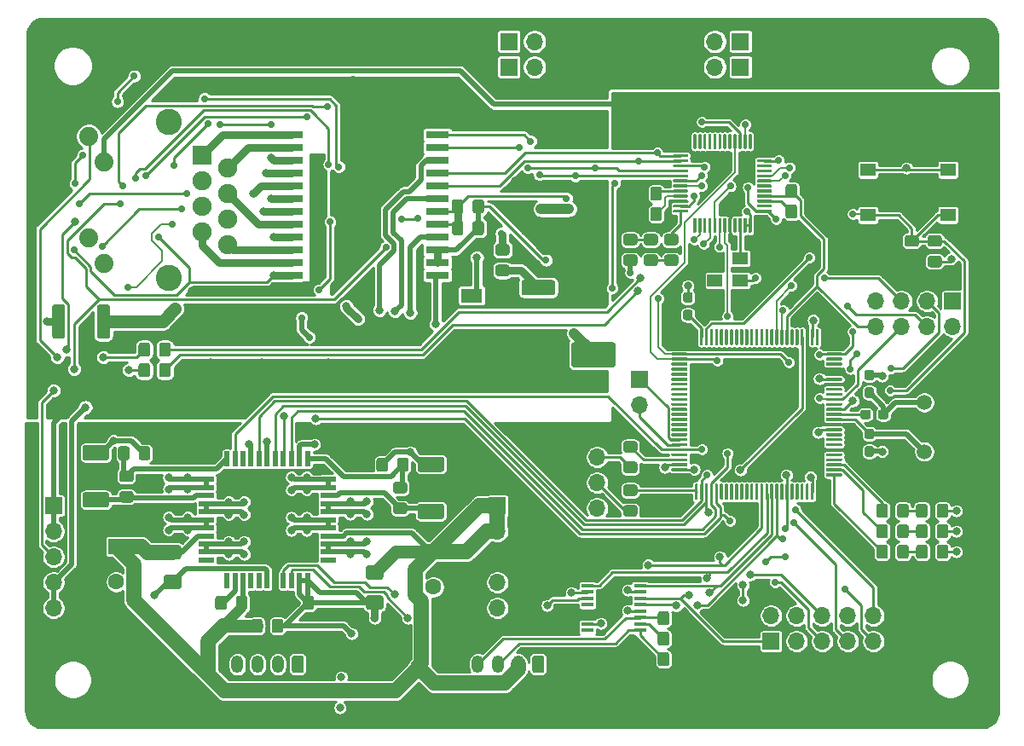
<source format=gbr>
%TF.GenerationSoftware,KiCad,Pcbnew,(5.1.12)-1*%
%TF.CreationDate,2022-03-31T08:37:17-05:00*%
%TF.ProjectId,PoE_Stepper_Driver,506f455f-5374-4657-9070-65725f447269,rev?*%
%TF.SameCoordinates,Original*%
%TF.FileFunction,Copper,L1,Top*%
%TF.FilePolarity,Positive*%
%FSLAX46Y46*%
G04 Gerber Fmt 4.6, Leading zero omitted, Abs format (unit mm)*
G04 Created by KiCad (PCBNEW (5.1.12)-1) date 2022-03-31 08:37:17*
%MOMM*%
%LPD*%
G01*
G04 APERTURE LIST*
%TA.AperFunction,SMDPad,CuDef*%
%ADD10R,1.500000X0.520000*%
%TD*%
%TA.AperFunction,SMDPad,CuDef*%
%ADD11R,0.520000X1.500000*%
%TD*%
%TA.AperFunction,ComponentPad*%
%ADD12R,1.900000X1.900000*%
%TD*%
%TA.AperFunction,ComponentPad*%
%ADD13C,1.900000*%
%TD*%
%TA.AperFunction,ComponentPad*%
%ADD14C,1.890000*%
%TD*%
%TA.AperFunction,ComponentPad*%
%ADD15C,2.600000*%
%TD*%
%TA.AperFunction,SMDPad,CuDef*%
%ADD16R,2.100000X1.400000*%
%TD*%
%TA.AperFunction,ComponentPad*%
%ADD17O,1.200000X1.750000*%
%TD*%
%TA.AperFunction,SMDPad,CuDef*%
%ADD18R,2.290000X0.760000*%
%TD*%
%TA.AperFunction,SMDPad,CuDef*%
%ADD19R,1.200000X0.400000*%
%TD*%
%TA.AperFunction,SMDPad,CuDef*%
%ADD20R,1.500000X1.200000*%
%TD*%
%TA.AperFunction,ComponentPad*%
%ADD21C,1.500000*%
%TD*%
%TA.AperFunction,ComponentPad*%
%ADD22C,1.600000*%
%TD*%
%TA.AperFunction,ComponentPad*%
%ADD23R,1.600000X1.600000*%
%TD*%
%TA.AperFunction,ComponentPad*%
%ADD24R,1.700000X1.700000*%
%TD*%
%TA.AperFunction,ComponentPad*%
%ADD25O,1.700000X1.700000*%
%TD*%
%TA.AperFunction,SMDPad,CuDef*%
%ADD26R,1.550000X1.300000*%
%TD*%
%TA.AperFunction,ViaPad*%
%ADD27C,0.800000*%
%TD*%
%TA.AperFunction,ViaPad*%
%ADD28C,0.700000*%
%TD*%
%TA.AperFunction,Conductor*%
%ADD29C,0.508000*%
%TD*%
%TA.AperFunction,Conductor*%
%ADD30C,0.762000*%
%TD*%
%TA.AperFunction,Conductor*%
%ADD31C,1.016000*%
%TD*%
%TA.AperFunction,Conductor*%
%ADD32C,1.270000*%
%TD*%
%TA.AperFunction,Conductor*%
%ADD33C,0.254000*%
%TD*%
%TA.AperFunction,Conductor*%
%ADD34C,0.203200*%
%TD*%
%TA.AperFunction,Conductor*%
%ADD35C,0.250000*%
%TD*%
%TA.AperFunction,Conductor*%
%ADD36C,1.524000*%
%TD*%
%TA.AperFunction,Conductor*%
%ADD37C,0.100000*%
%TD*%
G04 APERTURE END LIST*
%TO.P,C2,1*%
%TO.N,GND*%
%TA.AperFunction,SMDPad,CuDef*%
G36*
G01*
X120218000Y-118040999D02*
X120218000Y-118941001D01*
G75*
G02*
X119968001Y-119191000I-249999J0D01*
G01*
X119317999Y-119191000D01*
G75*
G02*
X119068000Y-118941001I0J249999D01*
G01*
X119068000Y-118040999D01*
G75*
G02*
X119317999Y-117791000I249999J0D01*
G01*
X119968001Y-117791000D01*
G75*
G02*
X120218000Y-118040999I0J-249999D01*
G01*
G37*
%TD.AperFunction*%
%TO.P,C2,2*%
%TO.N,+12V*%
%TA.AperFunction,SMDPad,CuDef*%
G36*
G01*
X118168000Y-118040999D02*
X118168000Y-118941001D01*
G75*
G02*
X117918001Y-119191000I-249999J0D01*
G01*
X117267999Y-119191000D01*
G75*
G02*
X117018000Y-118941001I0J249999D01*
G01*
X117018000Y-118040999D01*
G75*
G02*
X117267999Y-117791000I249999J0D01*
G01*
X117918001Y-117791000D01*
G75*
G02*
X118168000Y-118040999I0J-249999D01*
G01*
G37*
%TD.AperFunction*%
%TD*%
D10*
%TO.P,U16,1*%
%TO.N,Net-(U16-Pad1)*%
X124668000Y-111950000D03*
%TO.P,U16,2*%
%TO.N,Net-(J2-Pad1)*%
X124668000Y-111150000D03*
%TO.P,U16,3*%
X124668000Y-110350000D03*
%TO.P,U16,4*%
%TO.N,+12V*%
X124668000Y-109550000D03*
%TO.P,U16,5*%
%TO.N,Net-(J2-Pad2)*%
X124668000Y-108750000D03*
%TO.P,U16,6*%
X124668000Y-107950000D03*
%TO.P,U16,7*%
%TO.N,Net-(J2-Pad1)*%
X124668000Y-107150000D03*
%TO.P,U16,8*%
X124668000Y-106350000D03*
%TO.P,U16,9*%
%TO.N,Net-(R26-Pad1)*%
X124668000Y-105550000D03*
%TO.P,U16,10*%
%TO.N,Net-(J2-Pad2)*%
X124668000Y-104750000D03*
%TO.P,U16,11*%
X124668000Y-103950000D03*
D11*
%TO.P,U16,12*%
%TO.N,Net-(C15-Pad1)*%
X122618000Y-101900000D03*
%TO.P,U16,13*%
%TO.N,Net-(C23-Pad2)*%
X121818000Y-101900000D03*
%TO.P,U16,14*%
%TO.N,SPI3_MISO*%
X121018000Y-101900000D03*
%TO.P,U16,15*%
%TO.N,SPI3_MOSI*%
X120218000Y-101900000D03*
%TO.P,U16,16*%
%TO.N,SPI3_SCK*%
X119418000Y-101900000D03*
%TO.P,U16,17*%
%TO.N,GND*%
X118618000Y-101900000D03*
%TO.P,U16,18*%
%TO.N,SPI3_CS*%
X117818000Y-101900000D03*
%TO.P,U16,19*%
%TO.N,GND*%
X117018000Y-101900000D03*
%TO.P,U16,20*%
%TO.N,Net-(U16-Pad20)*%
X116218000Y-101900000D03*
%TO.P,U16,21*%
%TO.N,CLK_2660*%
X115418000Y-101900000D03*
%TO.P,U16,22*%
%TO.N,Net-(C16-Pad1)*%
X114618000Y-101900000D03*
D10*
%TO.P,U16,23*%
%TO.N,Net-(J2-Pad4)*%
X112568000Y-103950000D03*
%TO.P,U16,24*%
X112568000Y-104750000D03*
%TO.P,U16,25*%
%TO.N,Net-(R28-Pad1)*%
X112568000Y-105550000D03*
%TO.P,U16,26*%
%TO.N,Net-(J2-Pad3)*%
X112568000Y-106350000D03*
%TO.P,U16,27*%
X112568000Y-107150000D03*
%TO.P,U16,28*%
%TO.N,Net-(J2-Pad4)*%
X112568000Y-107950000D03*
%TO.P,U16,29*%
X112568000Y-108750000D03*
%TO.P,U16,30*%
%TO.N,+12V*%
X112568000Y-109550000D03*
%TO.P,U16,31*%
%TO.N,Net-(J2-Pad3)*%
X112568000Y-110350000D03*
%TO.P,U16,32*%
X112568000Y-111150000D03*
%TO.P,U16,33*%
%TO.N,Net-(U16-Pad33)*%
X112568000Y-111950000D03*
D11*
%TO.P,U16,34*%
%TO.N,Net-(U16-Pad34)*%
X114618000Y-114000000D03*
%TO.P,U16,35*%
%TO.N,Net-(C18-Pad2)*%
X115418000Y-114000000D03*
%TO.P,U16,36*%
%TO.N,+12V*%
X116218000Y-114000000D03*
%TO.P,U16,37*%
%TO.N,Net-(U16-Pad37)*%
X117018000Y-114000000D03*
%TO.P,U16,38*%
%TO.N,Net-(U16-Pad38)*%
X117818000Y-114000000D03*
%TO.P,U16,39*%
%TO.N,GND*%
X118618000Y-114000000D03*
%TO.P,U16,40*%
%TO.N,+3V3*%
X119418000Y-114000000D03*
%TO.P,U16,41*%
%TO.N,/Motor_Control/DIR*%
X120218000Y-114000000D03*
%TO.P,U16,42*%
%TO.N,/Motor_Control/STEP*%
X121018000Y-114000000D03*
%TO.P,U16,43*%
%TO.N,GND*%
X121818000Y-114000000D03*
%TO.P,U16,44*%
X122618000Y-114000000D03*
%TD*%
D12*
%TO.P,J1,1*%
%TO.N,Net-(J1-Pad1)*%
X112141000Y-71755000D03*
D13*
%TO.P,J1,2*%
%TO.N,Net-(J1-Pad2)*%
X114681000Y-73025000D03*
%TO.P,J1,3*%
%TO.N,Net-(J1-Pad3)*%
X112141000Y-74295000D03*
%TO.P,J1,4*%
%TO.N,Net-(J1-Pad4)*%
X114681000Y-75565000D03*
%TO.P,J1,5*%
%TO.N,Net-(J1-Pad5)*%
X112141000Y-76835000D03*
%TO.P,J1,6*%
%TO.N,Net-(J1-Pad6)*%
X114681000Y-78105000D03*
%TO.P,J1,7*%
%TO.N,Net-(J1-Pad7)*%
X112141000Y-79375000D03*
%TO.P,J1,8*%
%TO.N,Net-(J1-Pad8)*%
X114681000Y-80645000D03*
D14*
%TO.P,J1,12*%
%TO.N,+3V3*%
X102421000Y-82525000D03*
%TO.P,J1,11*%
%TO.N,Net-(J1-Pad11)*%
X100901000Y-79985000D03*
%TO.P,J1,10*%
%TO.N,+3V3*%
X102421000Y-72415000D03*
%TO.P,J1,9*%
%TO.N,Net-(J1-Pad9)*%
X100901000Y-69875000D03*
D15*
%TO.P,J1,*%
%TO.N,*%
X108851000Y-68425000D03*
%TO.P,J1,13*%
%TO.N,GNDPWR*%
X108851000Y-83975000D03*
%TD*%
%TO.P,C17,1*%
%TO.N,+3V3*%
%TA.AperFunction,SMDPad,CuDef*%
G36*
G01*
X120066000Y-116655001D02*
X120066000Y-115754999D01*
G75*
G02*
X120315999Y-115505000I249999J0D01*
G01*
X120966001Y-115505000D01*
G75*
G02*
X121216000Y-115754999I0J-249999D01*
G01*
X121216000Y-116655001D01*
G75*
G02*
X120966001Y-116905000I-249999J0D01*
G01*
X120315999Y-116905000D01*
G75*
G02*
X120066000Y-116655001I0J249999D01*
G01*
G37*
%TD.AperFunction*%
%TO.P,C17,2*%
%TO.N,GND*%
%TA.AperFunction,SMDPad,CuDef*%
G36*
G01*
X122116000Y-116655001D02*
X122116000Y-115754999D01*
G75*
G02*
X122365999Y-115505000I249999J0D01*
G01*
X123016001Y-115505000D01*
G75*
G02*
X123266000Y-115754999I0J-249999D01*
G01*
X123266000Y-116655001D01*
G75*
G02*
X123016001Y-116905000I-249999J0D01*
G01*
X122365999Y-116905000D01*
G75*
G02*
X122116000Y-116655001I0J249999D01*
G01*
G37*
%TD.AperFunction*%
%TD*%
%TO.P,CG1,2*%
%TO.N,GNDPWR*%
%TA.AperFunction,SMDPad,CuDef*%
G36*
G01*
X101717000Y-89715001D02*
X101717000Y-86814999D01*
G75*
G02*
X101966999Y-86565000I249999J0D01*
G01*
X102767001Y-86565000D01*
G75*
G02*
X103017000Y-86814999I0J-249999D01*
G01*
X103017000Y-89715001D01*
G75*
G02*
X102767001Y-89965000I-249999J0D01*
G01*
X101966999Y-89965000D01*
G75*
G02*
X101717000Y-89715001I0J249999D01*
G01*
G37*
%TD.AperFunction*%
%TO.P,CG1,1*%
%TO.N,Net-(CG1-Pad1)*%
%TA.AperFunction,SMDPad,CuDef*%
G36*
G01*
X97267000Y-89715001D02*
X97267000Y-86814999D01*
G75*
G02*
X97516999Y-86565000I249999J0D01*
G01*
X98317001Y-86565000D01*
G75*
G02*
X98567000Y-86814999I0J-249999D01*
G01*
X98567000Y-89715001D01*
G75*
G02*
X98317001Y-89965000I-249999J0D01*
G01*
X97516999Y-89965000D01*
G75*
G02*
X97267000Y-89715001I0J249999D01*
G01*
G37*
%TD.AperFunction*%
%TD*%
D16*
%TO.P,D1,1*%
%TO.N,VOUT+*%
X138938000Y-90084000D03*
%TO.P,D1,2*%
%TO.N,Net-(D1-Pad2)*%
X138938000Y-85684000D03*
%TD*%
%TO.P,D3,1*%
%TO.N,VOUT-*%
%TA.AperFunction,SMDPad,CuDef*%
G36*
G01*
X141535999Y-80569000D02*
X142436001Y-80569000D01*
G75*
G02*
X142686000Y-80818999I0J-249999D01*
G01*
X142686000Y-81469001D01*
G75*
G02*
X142436001Y-81719000I-249999J0D01*
G01*
X141535999Y-81719000D01*
G75*
G02*
X141286000Y-81469001I0J249999D01*
G01*
X141286000Y-80818999D01*
G75*
G02*
X141535999Y-80569000I249999J0D01*
G01*
G37*
%TD.AperFunction*%
%TO.P,D3,2*%
%TO.N,Net-(D3-Pad2)*%
%TA.AperFunction,SMDPad,CuDef*%
G36*
G01*
X141535999Y-82619000D02*
X142436001Y-82619000D01*
G75*
G02*
X142686000Y-82868999I0J-249999D01*
G01*
X142686000Y-83519001D01*
G75*
G02*
X142436001Y-83769000I-249999J0D01*
G01*
X141535999Y-83769000D01*
G75*
G02*
X141286000Y-83519001I0J249999D01*
G01*
X141286000Y-82868999D01*
G75*
G02*
X141535999Y-82619000I249999J0D01*
G01*
G37*
%TD.AperFunction*%
%TD*%
%TO.P,D4,2*%
%TO.N,Net-(D4-Pad2)*%
%TA.AperFunction,SMDPad,CuDef*%
G36*
G01*
X184208000Y-110674998D02*
X184208000Y-111575000D01*
G75*
G02*
X183958001Y-111824999I-249999J0D01*
G01*
X183307999Y-111824999D01*
G75*
G02*
X183058000Y-111575000I0J249999D01*
G01*
X183058000Y-110674998D01*
G75*
G02*
X183307999Y-110424999I249999J0D01*
G01*
X183958001Y-110424999D01*
G75*
G02*
X184208000Y-110674998I0J-249999D01*
G01*
G37*
%TD.AperFunction*%
%TO.P,D4,1*%
%TO.N,GND*%
%TA.AperFunction,SMDPad,CuDef*%
G36*
G01*
X186258000Y-110674998D02*
X186258000Y-111575000D01*
G75*
G02*
X186008001Y-111824999I-249999J0D01*
G01*
X185357999Y-111824999D01*
G75*
G02*
X185108000Y-111575000I0J249999D01*
G01*
X185108000Y-110674998D01*
G75*
G02*
X185357999Y-110424999I249999J0D01*
G01*
X186008001Y-110424999D01*
G75*
G02*
X186258000Y-110674998I0J-249999D01*
G01*
G37*
%TD.AperFunction*%
%TD*%
%TO.P,D5,1*%
%TO.N,GND*%
%TA.AperFunction,SMDPad,CuDef*%
G36*
G01*
X186258000Y-108642998D02*
X186258000Y-109543000D01*
G75*
G02*
X186008001Y-109792999I-249999J0D01*
G01*
X185357999Y-109792999D01*
G75*
G02*
X185108000Y-109543000I0J249999D01*
G01*
X185108000Y-108642998D01*
G75*
G02*
X185357999Y-108392999I249999J0D01*
G01*
X186008001Y-108392999D01*
G75*
G02*
X186258000Y-108642998I0J-249999D01*
G01*
G37*
%TD.AperFunction*%
%TO.P,D5,2*%
%TO.N,Net-(D5-Pad2)*%
%TA.AperFunction,SMDPad,CuDef*%
G36*
G01*
X184208000Y-108642998D02*
X184208000Y-109543000D01*
G75*
G02*
X183958001Y-109792999I-249999J0D01*
G01*
X183307999Y-109792999D01*
G75*
G02*
X183058000Y-109543000I0J249999D01*
G01*
X183058000Y-108642998D01*
G75*
G02*
X183307999Y-108392999I249999J0D01*
G01*
X183958001Y-108392999D01*
G75*
G02*
X184208000Y-108642998I0J-249999D01*
G01*
G37*
%TD.AperFunction*%
%TD*%
%TO.P,J2,1*%
%TO.N,Net-(J2-Pad1)*%
%TA.AperFunction,ComponentPad*%
G36*
G01*
X122266000Y-121675999D02*
X122266000Y-122926001D01*
G75*
G02*
X122016001Y-123176000I-249999J0D01*
G01*
X121315999Y-123176000D01*
G75*
G02*
X121066000Y-122926001I0J249999D01*
G01*
X121066000Y-121675999D01*
G75*
G02*
X121315999Y-121426000I249999J0D01*
G01*
X122016001Y-121426000D01*
G75*
G02*
X122266000Y-121675999I0J-249999D01*
G01*
G37*
%TD.AperFunction*%
D17*
%TO.P,J2,2*%
%TO.N,Net-(J2-Pad2)*%
X119666000Y-122301000D03*
%TO.P,J2,3*%
%TO.N,Net-(J2-Pad3)*%
X117666000Y-122301000D03*
%TO.P,J2,4*%
%TO.N,Net-(J2-Pad4)*%
X115666000Y-122301000D03*
%TD*%
%TO.P,R7,2*%
%TO.N,/Ethernet/LED_LINK*%
%TA.AperFunction,SMDPad,CuDef*%
G36*
G01*
X107892000Y-93541001D02*
X107892000Y-92640999D01*
G75*
G02*
X108141999Y-92391000I249999J0D01*
G01*
X108792001Y-92391000D01*
G75*
G02*
X109042000Y-92640999I0J-249999D01*
G01*
X109042000Y-93541001D01*
G75*
G02*
X108792001Y-93791000I-249999J0D01*
G01*
X108141999Y-93791000D01*
G75*
G02*
X107892000Y-93541001I0J249999D01*
G01*
G37*
%TD.AperFunction*%
%TO.P,R7,1*%
%TO.N,Net-(J1-Pad11)*%
%TA.AperFunction,SMDPad,CuDef*%
G36*
G01*
X105842000Y-93541001D02*
X105842000Y-92640999D01*
G75*
G02*
X106091999Y-92391000I249999J0D01*
G01*
X106742001Y-92391000D01*
G75*
G02*
X106992000Y-92640999I0J-249999D01*
G01*
X106992000Y-93541001D01*
G75*
G02*
X106742001Y-93791000I-249999J0D01*
G01*
X106091999Y-93791000D01*
G75*
G02*
X105842000Y-93541001I0J249999D01*
G01*
G37*
%TD.AperFunction*%
%TD*%
%TO.P,R8,1*%
%TO.N,Net-(J1-Pad9)*%
%TA.AperFunction,SMDPad,CuDef*%
G36*
G01*
X105842000Y-91509001D02*
X105842000Y-90608999D01*
G75*
G02*
X106091999Y-90359000I249999J0D01*
G01*
X106742001Y-90359000D01*
G75*
G02*
X106992000Y-90608999I0J-249999D01*
G01*
X106992000Y-91509001D01*
G75*
G02*
X106742001Y-91759000I-249999J0D01*
G01*
X106091999Y-91759000D01*
G75*
G02*
X105842000Y-91509001I0J249999D01*
G01*
G37*
%TD.AperFunction*%
%TO.P,R8,2*%
%TO.N,/Ethernet/LED_ACT*%
%TA.AperFunction,SMDPad,CuDef*%
G36*
G01*
X107892000Y-91509001D02*
X107892000Y-90608999D01*
G75*
G02*
X108141999Y-90359000I249999J0D01*
G01*
X108792001Y-90359000D01*
G75*
G02*
X109042000Y-90608999I0J-249999D01*
G01*
X109042000Y-91509001D01*
G75*
G02*
X108792001Y-91759000I-249999J0D01*
G01*
X108141999Y-91759000D01*
G75*
G02*
X107892000Y-91509001I0J249999D01*
G01*
G37*
%TD.AperFunction*%
%TD*%
%TO.P,RMPS1,1*%
%TO.N,VOUT+*%
%TA.AperFunction,SMDPad,CuDef*%
G36*
G01*
X144116999Y-78165000D02*
X146967001Y-78165000D01*
G75*
G02*
X147217000Y-78414999I0J-249999D01*
G01*
X147217000Y-79440001D01*
G75*
G02*
X146967001Y-79690000I-249999J0D01*
G01*
X144116999Y-79690000D01*
G75*
G02*
X143867000Y-79440001I0J249999D01*
G01*
X143867000Y-78414999D01*
G75*
G02*
X144116999Y-78165000I249999J0D01*
G01*
G37*
%TD.AperFunction*%
%TO.P,RMPS1,2*%
%TO.N,Net-(D3-Pad2)*%
%TA.AperFunction,SMDPad,CuDef*%
G36*
G01*
X144116999Y-84140000D02*
X146967001Y-84140000D01*
G75*
G02*
X147217000Y-84389999I0J-249999D01*
G01*
X147217000Y-85415001D01*
G75*
G02*
X146967001Y-85665000I-249999J0D01*
G01*
X144116999Y-85665000D01*
G75*
G02*
X143867000Y-85415001I0J249999D01*
G01*
X143867000Y-84389999D01*
G75*
G02*
X144116999Y-84140000I249999J0D01*
G01*
G37*
%TD.AperFunction*%
%TD*%
D18*
%TO.P,TR1,24*%
%TO.N,/Ethernet/POE_CT78*%
X121029000Y-83693000D03*
%TO.P,TR1,23*%
%TO.N,Net-(J1-Pad7)*%
X121029000Y-82423000D03*
%TO.P,TR1,22*%
%TO.N,Net-(J1-Pad8)*%
X121029000Y-81153000D03*
%TO.P,TR1,21*%
%TO.N,/Ethernet/POE_CT45*%
X121029000Y-79883000D03*
%TO.P,TR1,20*%
%TO.N,Net-(J1-Pad4)*%
X121029000Y-78613000D03*
%TO.P,TR1,19*%
%TO.N,Net-(J1-Pad5)*%
X121029000Y-77343000D03*
%TO.P,TR1,18*%
%TO.N,/Ethernet/POE_CT36*%
X121029000Y-76073000D03*
%TO.P,TR1,17*%
%TO.N,Net-(J1-Pad6)*%
X121029000Y-74803000D03*
%TO.P,TR1,16*%
%TO.N,Net-(J1-Pad3)*%
X121029000Y-73533000D03*
%TO.P,TR1,15*%
%TO.N,/Ethernet/POE_CT12*%
X121029000Y-72263000D03*
%TO.P,TR1,14*%
%TO.N,Net-(J1-Pad2)*%
X121029000Y-70993000D03*
%TO.P,TR1,13*%
%TO.N,Net-(J1-Pad1)*%
X121029000Y-69723000D03*
%TO.P,TR1,12*%
%TO.N,/Ethernet/TX+*%
X135509000Y-69723000D03*
%TO.P,TR1,11*%
%TO.N,/Ethernet/TX-*%
X135509000Y-70993000D03*
%TO.P,TR1,10*%
%TO.N,Net-(RT8-Pad1)*%
X135509000Y-72263000D03*
%TO.P,TR1,9*%
%TO.N,/Ethernet/RX+*%
X135509000Y-73533000D03*
%TO.P,TR1,8*%
%TO.N,/Ethernet/RX-*%
X135509000Y-74803000D03*
%TO.P,TR1,7*%
%TO.N,Net-(RT7-Pad1)*%
X135509000Y-76073000D03*
%TO.P,TR1,6*%
%TO.N,+3V3*%
X135509000Y-77343000D03*
%TO.P,TR1,5*%
X135509000Y-78613000D03*
%TO.P,TR1,4*%
%TO.N,Net-(RT6-Pad1)*%
X135509000Y-79883000D03*
%TO.P,TR1,3*%
%TO.N,GND*%
X135509000Y-81153000D03*
%TO.P,TR1,2*%
X135509000Y-82423000D03*
%TO.P,TR1,1*%
%TO.N,Net-(RT5-Pad1)*%
X135509000Y-83693000D03*
%TD*%
%TO.P,U3,1*%
%TO.N,Net-(R1-Pad2)*%
%TA.AperFunction,SMDPad,CuDef*%
G36*
G01*
X175711115Y-103416967D02*
X175711115Y-103566967D01*
G75*
G02*
X175636115Y-103641967I-75000J0D01*
G01*
X174186115Y-103641967D01*
G75*
G02*
X174111115Y-103566967I0J75000D01*
G01*
X174111115Y-103416967D01*
G75*
G02*
X174186115Y-103341967I75000J0D01*
G01*
X175636115Y-103341967D01*
G75*
G02*
X175711115Y-103416967I0J-75000D01*
G01*
G37*
%TD.AperFunction*%
%TO.P,U3,2*%
%TO.N,Net-(R2-Pad2)*%
%TA.AperFunction,SMDPad,CuDef*%
G36*
G01*
X175711115Y-102916967D02*
X175711115Y-103066967D01*
G75*
G02*
X175636115Y-103141967I-75000J0D01*
G01*
X174186115Y-103141967D01*
G75*
G02*
X174111115Y-103066967I0J75000D01*
G01*
X174111115Y-102916967D01*
G75*
G02*
X174186115Y-102841967I75000J0D01*
G01*
X175636115Y-102841967D01*
G75*
G02*
X175711115Y-102916967I0J-75000D01*
G01*
G37*
%TD.AperFunction*%
%TO.P,U3,3*%
%TO.N,Net-(R38-Pad2)*%
%TA.AperFunction,SMDPad,CuDef*%
G36*
G01*
X175711115Y-102416967D02*
X175711115Y-102566967D01*
G75*
G02*
X175636115Y-102641967I-75000J0D01*
G01*
X174186115Y-102641967D01*
G75*
G02*
X174111115Y-102566967I0J75000D01*
G01*
X174111115Y-102416967D01*
G75*
G02*
X174186115Y-102341967I75000J0D01*
G01*
X175636115Y-102341967D01*
G75*
G02*
X175711115Y-102416967I0J-75000D01*
G01*
G37*
%TD.AperFunction*%
%TO.P,U3,4*%
%TO.N,Net-(U3-Pad4)*%
%TA.AperFunction,SMDPad,CuDef*%
G36*
G01*
X175711115Y-101916967D02*
X175711115Y-102066967D01*
G75*
G02*
X175636115Y-102141967I-75000J0D01*
G01*
X174186115Y-102141967D01*
G75*
G02*
X174111115Y-102066967I0J75000D01*
G01*
X174111115Y-101916967D01*
G75*
G02*
X174186115Y-101841967I75000J0D01*
G01*
X175636115Y-101841967D01*
G75*
G02*
X175711115Y-101916967I0J-75000D01*
G01*
G37*
%TD.AperFunction*%
%TO.P,U3,5*%
%TO.N,Net-(U3-Pad5)*%
%TA.AperFunction,SMDPad,CuDef*%
G36*
G01*
X175711115Y-101416967D02*
X175711115Y-101566967D01*
G75*
G02*
X175636115Y-101641967I-75000J0D01*
G01*
X174186115Y-101641967D01*
G75*
G02*
X174111115Y-101566967I0J75000D01*
G01*
X174111115Y-101416967D01*
G75*
G02*
X174186115Y-101341967I75000J0D01*
G01*
X175636115Y-101341967D01*
G75*
G02*
X175711115Y-101416967I0J-75000D01*
G01*
G37*
%TD.AperFunction*%
%TO.P,U3,6*%
%TO.N,+3V3*%
%TA.AperFunction,SMDPad,CuDef*%
G36*
G01*
X175711115Y-100916967D02*
X175711115Y-101066967D01*
G75*
G02*
X175636115Y-101141967I-75000J0D01*
G01*
X174186115Y-101141967D01*
G75*
G02*
X174111115Y-101066967I0J75000D01*
G01*
X174111115Y-100916967D01*
G75*
G02*
X174186115Y-100841967I75000J0D01*
G01*
X175636115Y-100841967D01*
G75*
G02*
X175711115Y-100916967I0J-75000D01*
G01*
G37*
%TD.AperFunction*%
%TO.P,U3,7*%
%TO.N,Net-(U3-Pad7)*%
%TA.AperFunction,SMDPad,CuDef*%
G36*
G01*
X175711115Y-100416967D02*
X175711115Y-100566967D01*
G75*
G02*
X175636115Y-100641967I-75000J0D01*
G01*
X174186115Y-100641967D01*
G75*
G02*
X174111115Y-100566967I0J75000D01*
G01*
X174111115Y-100416967D01*
G75*
G02*
X174186115Y-100341967I75000J0D01*
G01*
X175636115Y-100341967D01*
G75*
G02*
X175711115Y-100416967I0J-75000D01*
G01*
G37*
%TD.AperFunction*%
%TO.P,U3,8*%
%TO.N,Net-(U3-Pad8)*%
%TA.AperFunction,SMDPad,CuDef*%
G36*
G01*
X175711115Y-99916967D02*
X175711115Y-100066967D01*
G75*
G02*
X175636115Y-100141967I-75000J0D01*
G01*
X174186115Y-100141967D01*
G75*
G02*
X174111115Y-100066967I0J75000D01*
G01*
X174111115Y-99916967D01*
G75*
G02*
X174186115Y-99841967I75000J0D01*
G01*
X175636115Y-99841967D01*
G75*
G02*
X175711115Y-99916967I0J-75000D01*
G01*
G37*
%TD.AperFunction*%
%TO.P,U3,9*%
%TO.N,Net-(U3-Pad9)*%
%TA.AperFunction,SMDPad,CuDef*%
G36*
G01*
X175711115Y-99416967D02*
X175711115Y-99566967D01*
G75*
G02*
X175636115Y-99641967I-75000J0D01*
G01*
X174186115Y-99641967D01*
G75*
G02*
X174111115Y-99566967I0J75000D01*
G01*
X174111115Y-99416967D01*
G75*
G02*
X174186115Y-99341967I75000J0D01*
G01*
X175636115Y-99341967D01*
G75*
G02*
X175711115Y-99416967I0J-75000D01*
G01*
G37*
%TD.AperFunction*%
%TO.P,U3,10*%
%TO.N,GND*%
%TA.AperFunction,SMDPad,CuDef*%
G36*
G01*
X175711115Y-98916967D02*
X175711115Y-99066967D01*
G75*
G02*
X175636115Y-99141967I-75000J0D01*
G01*
X174186115Y-99141967D01*
G75*
G02*
X174111115Y-99066967I0J75000D01*
G01*
X174111115Y-98916967D01*
G75*
G02*
X174186115Y-98841967I75000J0D01*
G01*
X175636115Y-98841967D01*
G75*
G02*
X175711115Y-98916967I0J-75000D01*
G01*
G37*
%TD.AperFunction*%
%TO.P,U3,11*%
%TO.N,+3V3*%
%TA.AperFunction,SMDPad,CuDef*%
G36*
G01*
X175711115Y-98416967D02*
X175711115Y-98566967D01*
G75*
G02*
X175636115Y-98641967I-75000J0D01*
G01*
X174186115Y-98641967D01*
G75*
G02*
X174111115Y-98566967I0J75000D01*
G01*
X174111115Y-98416967D01*
G75*
G02*
X174186115Y-98341967I75000J0D01*
G01*
X175636115Y-98341967D01*
G75*
G02*
X175711115Y-98416967I0J-75000D01*
G01*
G37*
%TD.AperFunction*%
%TO.P,U3,12*%
%TO.N,Net-(C12-Pad1)*%
%TA.AperFunction,SMDPad,CuDef*%
G36*
G01*
X175711115Y-97916967D02*
X175711115Y-98066967D01*
G75*
G02*
X175636115Y-98141967I-75000J0D01*
G01*
X174186115Y-98141967D01*
G75*
G02*
X174111115Y-98066967I0J75000D01*
G01*
X174111115Y-97916967D01*
G75*
G02*
X174186115Y-97841967I75000J0D01*
G01*
X175636115Y-97841967D01*
G75*
G02*
X175711115Y-97916967I0J-75000D01*
G01*
G37*
%TD.AperFunction*%
%TO.P,U3,13*%
%TO.N,Net-(R3-Pad1)*%
%TA.AperFunction,SMDPad,CuDef*%
G36*
G01*
X175711115Y-97416967D02*
X175711115Y-97566967D01*
G75*
G02*
X175636115Y-97641967I-75000J0D01*
G01*
X174186115Y-97641967D01*
G75*
G02*
X174111115Y-97566967I0J75000D01*
G01*
X174111115Y-97416967D01*
G75*
G02*
X174186115Y-97341967I75000J0D01*
G01*
X175636115Y-97341967D01*
G75*
G02*
X175711115Y-97416967I0J-75000D01*
G01*
G37*
%TD.AperFunction*%
%TO.P,U3,14*%
%TO.N,NRST*%
%TA.AperFunction,SMDPad,CuDef*%
G36*
G01*
X175711115Y-96916967D02*
X175711115Y-97066967D01*
G75*
G02*
X175636115Y-97141967I-75000J0D01*
G01*
X174186115Y-97141967D01*
G75*
G02*
X174111115Y-97066967I0J75000D01*
G01*
X174111115Y-96916967D01*
G75*
G02*
X174186115Y-96841967I75000J0D01*
G01*
X175636115Y-96841967D01*
G75*
G02*
X175711115Y-96916967I0J-75000D01*
G01*
G37*
%TD.AperFunction*%
%TO.P,U3,15*%
%TO.N,Net-(U3-Pad15)*%
%TA.AperFunction,SMDPad,CuDef*%
G36*
G01*
X175711115Y-96416967D02*
X175711115Y-96566967D01*
G75*
G02*
X175636115Y-96641967I-75000J0D01*
G01*
X174186115Y-96641967D01*
G75*
G02*
X174111115Y-96566967I0J75000D01*
G01*
X174111115Y-96416967D01*
G75*
G02*
X174186115Y-96341967I75000J0D01*
G01*
X175636115Y-96341967D01*
G75*
G02*
X175711115Y-96416967I0J-75000D01*
G01*
G37*
%TD.AperFunction*%
%TO.P,U3,16*%
%TO.N,MDC*%
%TA.AperFunction,SMDPad,CuDef*%
G36*
G01*
X175711115Y-95916967D02*
X175711115Y-96066967D01*
G75*
G02*
X175636115Y-96141967I-75000J0D01*
G01*
X174186115Y-96141967D01*
G75*
G02*
X174111115Y-96066967I0J75000D01*
G01*
X174111115Y-95916967D01*
G75*
G02*
X174186115Y-95841967I75000J0D01*
G01*
X175636115Y-95841967D01*
G75*
G02*
X175711115Y-95916967I0J-75000D01*
G01*
G37*
%TD.AperFunction*%
%TO.P,U3,17*%
%TO.N,Net-(U3-Pad17)*%
%TA.AperFunction,SMDPad,CuDef*%
G36*
G01*
X175711115Y-95416967D02*
X175711115Y-95566967D01*
G75*
G02*
X175636115Y-95641967I-75000J0D01*
G01*
X174186115Y-95641967D01*
G75*
G02*
X174111115Y-95566967I0J75000D01*
G01*
X174111115Y-95416967D01*
G75*
G02*
X174186115Y-95341967I75000J0D01*
G01*
X175636115Y-95341967D01*
G75*
G02*
X175711115Y-95416967I0J-75000D01*
G01*
G37*
%TD.AperFunction*%
%TO.P,U3,18*%
%TO.N,Net-(U3-Pad18)*%
%TA.AperFunction,SMDPad,CuDef*%
G36*
G01*
X175711115Y-94916967D02*
X175711115Y-95066967D01*
G75*
G02*
X175636115Y-95141967I-75000J0D01*
G01*
X174186115Y-95141967D01*
G75*
G02*
X174111115Y-95066967I0J75000D01*
G01*
X174111115Y-94916967D01*
G75*
G02*
X174186115Y-94841967I75000J0D01*
G01*
X175636115Y-94841967D01*
G75*
G02*
X175711115Y-94916967I0J-75000D01*
G01*
G37*
%TD.AperFunction*%
%TO.P,U3,19*%
%TO.N,+3V3*%
%TA.AperFunction,SMDPad,CuDef*%
G36*
G01*
X175711115Y-94416967D02*
X175711115Y-94566967D01*
G75*
G02*
X175636115Y-94641967I-75000J0D01*
G01*
X174186115Y-94641967D01*
G75*
G02*
X174111115Y-94566967I0J75000D01*
G01*
X174111115Y-94416967D01*
G75*
G02*
X174186115Y-94341967I75000J0D01*
G01*
X175636115Y-94341967D01*
G75*
G02*
X175711115Y-94416967I0J-75000D01*
G01*
G37*
%TD.AperFunction*%
%TO.P,U3,20*%
%TO.N,GND*%
%TA.AperFunction,SMDPad,CuDef*%
G36*
G01*
X175711115Y-93916967D02*
X175711115Y-94066967D01*
G75*
G02*
X175636115Y-94141967I-75000J0D01*
G01*
X174186115Y-94141967D01*
G75*
G02*
X174111115Y-94066967I0J75000D01*
G01*
X174111115Y-93916967D01*
G75*
G02*
X174186115Y-93841967I75000J0D01*
G01*
X175636115Y-93841967D01*
G75*
G02*
X175711115Y-93916967I0J-75000D01*
G01*
G37*
%TD.AperFunction*%
%TO.P,U3,21*%
%TO.N,+3V3*%
%TA.AperFunction,SMDPad,CuDef*%
G36*
G01*
X175711115Y-93416967D02*
X175711115Y-93566967D01*
G75*
G02*
X175636115Y-93641967I-75000J0D01*
G01*
X174186115Y-93641967D01*
G75*
G02*
X174111115Y-93566967I0J75000D01*
G01*
X174111115Y-93416967D01*
G75*
G02*
X174186115Y-93341967I75000J0D01*
G01*
X175636115Y-93341967D01*
G75*
G02*
X175711115Y-93416967I0J-75000D01*
G01*
G37*
%TD.AperFunction*%
%TO.P,U3,22*%
%TA.AperFunction,SMDPad,CuDef*%
G36*
G01*
X175711115Y-92916967D02*
X175711115Y-93066967D01*
G75*
G02*
X175636115Y-93141967I-75000J0D01*
G01*
X174186115Y-93141967D01*
G75*
G02*
X174111115Y-93066967I0J75000D01*
G01*
X174111115Y-92916967D01*
G75*
G02*
X174186115Y-92841967I75000J0D01*
G01*
X175636115Y-92841967D01*
G75*
G02*
X175711115Y-92916967I0J-75000D01*
G01*
G37*
%TD.AperFunction*%
%TO.P,U3,23*%
%TO.N,Net-(U3-Pad23)*%
%TA.AperFunction,SMDPad,CuDef*%
G36*
G01*
X175711115Y-92416967D02*
X175711115Y-92566967D01*
G75*
G02*
X175636115Y-92641967I-75000J0D01*
G01*
X174186115Y-92641967D01*
G75*
G02*
X174111115Y-92566967I0J75000D01*
G01*
X174111115Y-92416967D01*
G75*
G02*
X174186115Y-92341967I75000J0D01*
G01*
X175636115Y-92341967D01*
G75*
G02*
X175711115Y-92416967I0J-75000D01*
G01*
G37*
%TD.AperFunction*%
%TO.P,U3,24*%
%TO.N,Net-(U3-Pad24)*%
%TA.AperFunction,SMDPad,CuDef*%
G36*
G01*
X175711115Y-91916967D02*
X175711115Y-92066967D01*
G75*
G02*
X175636115Y-92141967I-75000J0D01*
G01*
X174186115Y-92141967D01*
G75*
G02*
X174111115Y-92066967I0J75000D01*
G01*
X174111115Y-91916967D01*
G75*
G02*
X174186115Y-91841967I75000J0D01*
G01*
X175636115Y-91841967D01*
G75*
G02*
X175711115Y-91916967I0J-75000D01*
G01*
G37*
%TD.AperFunction*%
%TO.P,U3,25*%
%TO.N,MDIO*%
%TA.AperFunction,SMDPad,CuDef*%
G36*
G01*
X175711115Y-91416967D02*
X175711115Y-91566967D01*
G75*
G02*
X175636115Y-91641967I-75000J0D01*
G01*
X174186115Y-91641967D01*
G75*
G02*
X174111115Y-91566967I0J75000D01*
G01*
X174111115Y-91416967D01*
G75*
G02*
X174186115Y-91341967I75000J0D01*
G01*
X175636115Y-91341967D01*
G75*
G02*
X175711115Y-91416967I0J-75000D01*
G01*
G37*
%TD.AperFunction*%
%TO.P,U3,26*%
%TO.N,Net-(U3-Pad26)*%
%TA.AperFunction,SMDPad,CuDef*%
G36*
G01*
X173386115Y-89091967D02*
X173386115Y-90541967D01*
G75*
G02*
X173311115Y-90616967I-75000J0D01*
G01*
X173161115Y-90616967D01*
G75*
G02*
X173086115Y-90541967I0J75000D01*
G01*
X173086115Y-89091967D01*
G75*
G02*
X173161115Y-89016967I75000J0D01*
G01*
X173311115Y-89016967D01*
G75*
G02*
X173386115Y-89091967I0J-75000D01*
G01*
G37*
%TD.AperFunction*%
%TO.P,U3,27*%
%TO.N,GND*%
%TA.AperFunction,SMDPad,CuDef*%
G36*
G01*
X172886115Y-89091967D02*
X172886115Y-90541967D01*
G75*
G02*
X172811115Y-90616967I-75000J0D01*
G01*
X172661115Y-90616967D01*
G75*
G02*
X172586115Y-90541967I0J75000D01*
G01*
X172586115Y-89091967D01*
G75*
G02*
X172661115Y-89016967I75000J0D01*
G01*
X172811115Y-89016967D01*
G75*
G02*
X172886115Y-89091967I0J-75000D01*
G01*
G37*
%TD.AperFunction*%
%TO.P,U3,28*%
%TO.N,+3V3*%
%TA.AperFunction,SMDPad,CuDef*%
G36*
G01*
X172386115Y-89091967D02*
X172386115Y-90541967D01*
G75*
G02*
X172311115Y-90616967I-75000J0D01*
G01*
X172161115Y-90616967D01*
G75*
G02*
X172086115Y-90541967I0J75000D01*
G01*
X172086115Y-89091967D01*
G75*
G02*
X172161115Y-89016967I75000J0D01*
G01*
X172311115Y-89016967D01*
G75*
G02*
X172386115Y-89091967I0J-75000D01*
G01*
G37*
%TD.AperFunction*%
%TO.P,U3,29*%
%TO.N,SPI1_CS*%
%TA.AperFunction,SMDPad,CuDef*%
G36*
G01*
X171886115Y-89091967D02*
X171886115Y-90541967D01*
G75*
G02*
X171811115Y-90616967I-75000J0D01*
G01*
X171661115Y-90616967D01*
G75*
G02*
X171586115Y-90541967I0J75000D01*
G01*
X171586115Y-89091967D01*
G75*
G02*
X171661115Y-89016967I75000J0D01*
G01*
X171811115Y-89016967D01*
G75*
G02*
X171886115Y-89091967I0J-75000D01*
G01*
G37*
%TD.AperFunction*%
%TO.P,U3,30*%
%TO.N,Net-(U3-Pad30)*%
%TA.AperFunction,SMDPad,CuDef*%
G36*
G01*
X171386115Y-89091967D02*
X171386115Y-90541967D01*
G75*
G02*
X171311115Y-90616967I-75000J0D01*
G01*
X171161115Y-90616967D01*
G75*
G02*
X171086115Y-90541967I0J75000D01*
G01*
X171086115Y-89091967D01*
G75*
G02*
X171161115Y-89016967I75000J0D01*
G01*
X171311115Y-89016967D01*
G75*
G02*
X171386115Y-89091967I0J-75000D01*
G01*
G37*
%TD.AperFunction*%
%TO.P,U3,31*%
%TO.N,Net-(U3-Pad31)*%
%TA.AperFunction,SMDPad,CuDef*%
G36*
G01*
X170886115Y-89091967D02*
X170886115Y-90541967D01*
G75*
G02*
X170811115Y-90616967I-75000J0D01*
G01*
X170661115Y-90616967D01*
G75*
G02*
X170586115Y-90541967I0J75000D01*
G01*
X170586115Y-89091967D01*
G75*
G02*
X170661115Y-89016967I75000J0D01*
G01*
X170811115Y-89016967D01*
G75*
G02*
X170886115Y-89091967I0J-75000D01*
G01*
G37*
%TD.AperFunction*%
%TO.P,U3,32*%
%TO.N,CRS_DV*%
%TA.AperFunction,SMDPad,CuDef*%
G36*
G01*
X170386115Y-89091967D02*
X170386115Y-90541967D01*
G75*
G02*
X170311115Y-90616967I-75000J0D01*
G01*
X170161115Y-90616967D01*
G75*
G02*
X170086115Y-90541967I0J75000D01*
G01*
X170086115Y-89091967D01*
G75*
G02*
X170161115Y-89016967I75000J0D01*
G01*
X170311115Y-89016967D01*
G75*
G02*
X170386115Y-89091967I0J-75000D01*
G01*
G37*
%TD.AperFunction*%
%TO.P,U3,33*%
%TO.N,RXD0*%
%TA.AperFunction,SMDPad,CuDef*%
G36*
G01*
X169886115Y-89091967D02*
X169886115Y-90541967D01*
G75*
G02*
X169811115Y-90616967I-75000J0D01*
G01*
X169661115Y-90616967D01*
G75*
G02*
X169586115Y-90541967I0J75000D01*
G01*
X169586115Y-89091967D01*
G75*
G02*
X169661115Y-89016967I75000J0D01*
G01*
X169811115Y-89016967D01*
G75*
G02*
X169886115Y-89091967I0J-75000D01*
G01*
G37*
%TD.AperFunction*%
%TO.P,U3,34*%
%TO.N,RXD1*%
%TA.AperFunction,SMDPad,CuDef*%
G36*
G01*
X169386115Y-89091967D02*
X169386115Y-90541967D01*
G75*
G02*
X169311115Y-90616967I-75000J0D01*
G01*
X169161115Y-90616967D01*
G75*
G02*
X169086115Y-90541967I0J75000D01*
G01*
X169086115Y-89091967D01*
G75*
G02*
X169161115Y-89016967I75000J0D01*
G01*
X169311115Y-89016967D01*
G75*
G02*
X169386115Y-89091967I0J-75000D01*
G01*
G37*
%TD.AperFunction*%
%TO.P,U3,35*%
%TO.N,Net-(U3-Pad35)*%
%TA.AperFunction,SMDPad,CuDef*%
G36*
G01*
X168886115Y-89091967D02*
X168886115Y-90541967D01*
G75*
G02*
X168811115Y-90616967I-75000J0D01*
G01*
X168661115Y-90616967D01*
G75*
G02*
X168586115Y-90541967I0J75000D01*
G01*
X168586115Y-89091967D01*
G75*
G02*
X168661115Y-89016967I75000J0D01*
G01*
X168811115Y-89016967D01*
G75*
G02*
X168886115Y-89091967I0J-75000D01*
G01*
G37*
%TD.AperFunction*%
%TO.P,U3,36*%
%TO.N,Net-(U3-Pad36)*%
%TA.AperFunction,SMDPad,CuDef*%
G36*
G01*
X168386115Y-89091967D02*
X168386115Y-90541967D01*
G75*
G02*
X168311115Y-90616967I-75000J0D01*
G01*
X168161115Y-90616967D01*
G75*
G02*
X168086115Y-90541967I0J75000D01*
G01*
X168086115Y-89091967D01*
G75*
G02*
X168161115Y-89016967I75000J0D01*
G01*
X168311115Y-89016967D01*
G75*
G02*
X168386115Y-89091967I0J-75000D01*
G01*
G37*
%TD.AperFunction*%
%TO.P,U3,37*%
%TO.N,Net-(U3-Pad37)*%
%TA.AperFunction,SMDPad,CuDef*%
G36*
G01*
X167886115Y-89091967D02*
X167886115Y-90541967D01*
G75*
G02*
X167811115Y-90616967I-75000J0D01*
G01*
X167661115Y-90616967D01*
G75*
G02*
X167586115Y-90541967I0J75000D01*
G01*
X167586115Y-89091967D01*
G75*
G02*
X167661115Y-89016967I75000J0D01*
G01*
X167811115Y-89016967D01*
G75*
G02*
X167886115Y-89091967I0J-75000D01*
G01*
G37*
%TD.AperFunction*%
%TO.P,U3,38*%
%TO.N,Net-(U3-Pad38)*%
%TA.AperFunction,SMDPad,CuDef*%
G36*
G01*
X167386115Y-89091967D02*
X167386115Y-90541967D01*
G75*
G02*
X167311115Y-90616967I-75000J0D01*
G01*
X167161115Y-90616967D01*
G75*
G02*
X167086115Y-90541967I0J75000D01*
G01*
X167086115Y-89091967D01*
G75*
G02*
X167161115Y-89016967I75000J0D01*
G01*
X167311115Y-89016967D01*
G75*
G02*
X167386115Y-89091967I0J-75000D01*
G01*
G37*
%TD.AperFunction*%
%TO.P,U3,39*%
%TO.N,Net-(U3-Pad39)*%
%TA.AperFunction,SMDPad,CuDef*%
G36*
G01*
X166886115Y-89091967D02*
X166886115Y-90541967D01*
G75*
G02*
X166811115Y-90616967I-75000J0D01*
G01*
X166661115Y-90616967D01*
G75*
G02*
X166586115Y-90541967I0J75000D01*
G01*
X166586115Y-89091967D01*
G75*
G02*
X166661115Y-89016967I75000J0D01*
G01*
X166811115Y-89016967D01*
G75*
G02*
X166886115Y-89091967I0J-75000D01*
G01*
G37*
%TD.AperFunction*%
%TO.P,U3,40*%
%TO.N,Net-(U3-Pad40)*%
%TA.AperFunction,SMDPad,CuDef*%
G36*
G01*
X166386115Y-89091967D02*
X166386115Y-90541967D01*
G75*
G02*
X166311115Y-90616967I-75000J0D01*
G01*
X166161115Y-90616967D01*
G75*
G02*
X166086115Y-90541967I0J75000D01*
G01*
X166086115Y-89091967D01*
G75*
G02*
X166161115Y-89016967I75000J0D01*
G01*
X166311115Y-89016967D01*
G75*
G02*
X166386115Y-89091967I0J-75000D01*
G01*
G37*
%TD.AperFunction*%
%TO.P,U3,41*%
%TO.N,Net-(U3-Pad41)*%
%TA.AperFunction,SMDPad,CuDef*%
G36*
G01*
X165886115Y-89091967D02*
X165886115Y-90541967D01*
G75*
G02*
X165811115Y-90616967I-75000J0D01*
G01*
X165661115Y-90616967D01*
G75*
G02*
X165586115Y-90541967I0J75000D01*
G01*
X165586115Y-89091967D01*
G75*
G02*
X165661115Y-89016967I75000J0D01*
G01*
X165811115Y-89016967D01*
G75*
G02*
X165886115Y-89091967I0J-75000D01*
G01*
G37*
%TD.AperFunction*%
%TO.P,U3,42*%
%TO.N,Net-(U3-Pad42)*%
%TA.AperFunction,SMDPad,CuDef*%
G36*
G01*
X165386115Y-89091967D02*
X165386115Y-90541967D01*
G75*
G02*
X165311115Y-90616967I-75000J0D01*
G01*
X165161115Y-90616967D01*
G75*
G02*
X165086115Y-90541967I0J75000D01*
G01*
X165086115Y-89091967D01*
G75*
G02*
X165161115Y-89016967I75000J0D01*
G01*
X165311115Y-89016967D01*
G75*
G02*
X165386115Y-89091967I0J-75000D01*
G01*
G37*
%TD.AperFunction*%
%TO.P,U3,43*%
%TO.N,Net-(U3-Pad43)*%
%TA.AperFunction,SMDPad,CuDef*%
G36*
G01*
X164886115Y-89091967D02*
X164886115Y-90541967D01*
G75*
G02*
X164811115Y-90616967I-75000J0D01*
G01*
X164661115Y-90616967D01*
G75*
G02*
X164586115Y-90541967I0J75000D01*
G01*
X164586115Y-89091967D01*
G75*
G02*
X164661115Y-89016967I75000J0D01*
G01*
X164811115Y-89016967D01*
G75*
G02*
X164886115Y-89091967I0J-75000D01*
G01*
G37*
%TD.AperFunction*%
%TO.P,U3,44*%
%TO.N,Net-(U3-Pad44)*%
%TA.AperFunction,SMDPad,CuDef*%
G36*
G01*
X164386115Y-89091967D02*
X164386115Y-90541967D01*
G75*
G02*
X164311115Y-90616967I-75000J0D01*
G01*
X164161115Y-90616967D01*
G75*
G02*
X164086115Y-90541967I0J75000D01*
G01*
X164086115Y-89091967D01*
G75*
G02*
X164161115Y-89016967I75000J0D01*
G01*
X164311115Y-89016967D01*
G75*
G02*
X164386115Y-89091967I0J-75000D01*
G01*
G37*
%TD.AperFunction*%
%TO.P,U3,45*%
%TO.N,Net-(U3-Pad45)*%
%TA.AperFunction,SMDPad,CuDef*%
G36*
G01*
X163886115Y-89091967D02*
X163886115Y-90541967D01*
G75*
G02*
X163811115Y-90616967I-75000J0D01*
G01*
X163661115Y-90616967D01*
G75*
G02*
X163586115Y-90541967I0J75000D01*
G01*
X163586115Y-89091967D01*
G75*
G02*
X163661115Y-89016967I75000J0D01*
G01*
X163811115Y-89016967D01*
G75*
G02*
X163886115Y-89091967I0J-75000D01*
G01*
G37*
%TD.AperFunction*%
%TO.P,U3,46*%
%TO.N,Net-(U3-Pad46)*%
%TA.AperFunction,SMDPad,CuDef*%
G36*
G01*
X163386115Y-89091967D02*
X163386115Y-90541967D01*
G75*
G02*
X163311115Y-90616967I-75000J0D01*
G01*
X163161115Y-90616967D01*
G75*
G02*
X163086115Y-90541967I0J75000D01*
G01*
X163086115Y-89091967D01*
G75*
G02*
X163161115Y-89016967I75000J0D01*
G01*
X163311115Y-89016967D01*
G75*
G02*
X163386115Y-89091967I0J-75000D01*
G01*
G37*
%TD.AperFunction*%
%TO.P,U3,47*%
%TO.N,Net-(U3-Pad47)*%
%TA.AperFunction,SMDPad,CuDef*%
G36*
G01*
X162886115Y-89091967D02*
X162886115Y-90541967D01*
G75*
G02*
X162811115Y-90616967I-75000J0D01*
G01*
X162661115Y-90616967D01*
G75*
G02*
X162586115Y-90541967I0J75000D01*
G01*
X162586115Y-89091967D01*
G75*
G02*
X162661115Y-89016967I75000J0D01*
G01*
X162811115Y-89016967D01*
G75*
G02*
X162886115Y-89091967I0J-75000D01*
G01*
G37*
%TD.AperFunction*%
%TO.P,U3,48*%
%TO.N,TXEN*%
%TA.AperFunction,SMDPad,CuDef*%
G36*
G01*
X162386115Y-89091967D02*
X162386115Y-90541967D01*
G75*
G02*
X162311115Y-90616967I-75000J0D01*
G01*
X162161115Y-90616967D01*
G75*
G02*
X162086115Y-90541967I0J75000D01*
G01*
X162086115Y-89091967D01*
G75*
G02*
X162161115Y-89016967I75000J0D01*
G01*
X162311115Y-89016967D01*
G75*
G02*
X162386115Y-89091967I0J-75000D01*
G01*
G37*
%TD.AperFunction*%
%TO.P,U3,49*%
%TO.N,Net-(C44-Pad1)*%
%TA.AperFunction,SMDPad,CuDef*%
G36*
G01*
X161886115Y-89091967D02*
X161886115Y-90541967D01*
G75*
G02*
X161811115Y-90616967I-75000J0D01*
G01*
X161661115Y-90616967D01*
G75*
G02*
X161586115Y-90541967I0J75000D01*
G01*
X161586115Y-89091967D01*
G75*
G02*
X161661115Y-89016967I75000J0D01*
G01*
X161811115Y-89016967D01*
G75*
G02*
X161886115Y-89091967I0J-75000D01*
G01*
G37*
%TD.AperFunction*%
%TO.P,U3,50*%
%TO.N,+3V3*%
%TA.AperFunction,SMDPad,CuDef*%
G36*
G01*
X161386115Y-89091967D02*
X161386115Y-90541967D01*
G75*
G02*
X161311115Y-90616967I-75000J0D01*
G01*
X161161115Y-90616967D01*
G75*
G02*
X161086115Y-90541967I0J75000D01*
G01*
X161086115Y-89091967D01*
G75*
G02*
X161161115Y-89016967I75000J0D01*
G01*
X161311115Y-89016967D01*
G75*
G02*
X161386115Y-89091967I0J-75000D01*
G01*
G37*
%TD.AperFunction*%
%TO.P,U3,51*%
%TO.N,TXD0*%
%TA.AperFunction,SMDPad,CuDef*%
G36*
G01*
X160361115Y-91416967D02*
X160361115Y-91566967D01*
G75*
G02*
X160286115Y-91641967I-75000J0D01*
G01*
X158836115Y-91641967D01*
G75*
G02*
X158761115Y-91566967I0J75000D01*
G01*
X158761115Y-91416967D01*
G75*
G02*
X158836115Y-91341967I75000J0D01*
G01*
X160286115Y-91341967D01*
G75*
G02*
X160361115Y-91416967I0J-75000D01*
G01*
G37*
%TD.AperFunction*%
%TO.P,U3,52*%
%TO.N,TXD1*%
%TA.AperFunction,SMDPad,CuDef*%
G36*
G01*
X160361115Y-91916967D02*
X160361115Y-92066967D01*
G75*
G02*
X160286115Y-92141967I-75000J0D01*
G01*
X158836115Y-92141967D01*
G75*
G02*
X158761115Y-92066967I0J75000D01*
G01*
X158761115Y-91916967D01*
G75*
G02*
X158836115Y-91841967I75000J0D01*
G01*
X160286115Y-91841967D01*
G75*
G02*
X160361115Y-91916967I0J-75000D01*
G01*
G37*
%TD.AperFunction*%
%TO.P,U3,53*%
%TO.N,Net-(U3-Pad53)*%
%TA.AperFunction,SMDPad,CuDef*%
G36*
G01*
X160361115Y-92416967D02*
X160361115Y-92566967D01*
G75*
G02*
X160286115Y-92641967I-75000J0D01*
G01*
X158836115Y-92641967D01*
G75*
G02*
X158761115Y-92566967I0J75000D01*
G01*
X158761115Y-92416967D01*
G75*
G02*
X158836115Y-92341967I75000J0D01*
G01*
X160286115Y-92341967D01*
G75*
G02*
X160361115Y-92416967I0J-75000D01*
G01*
G37*
%TD.AperFunction*%
%TO.P,U3,54*%
%TO.N,Net-(U3-Pad54)*%
%TA.AperFunction,SMDPad,CuDef*%
G36*
G01*
X160361115Y-92916967D02*
X160361115Y-93066967D01*
G75*
G02*
X160286115Y-93141967I-75000J0D01*
G01*
X158836115Y-93141967D01*
G75*
G02*
X158761115Y-93066967I0J75000D01*
G01*
X158761115Y-92916967D01*
G75*
G02*
X158836115Y-92841967I75000J0D01*
G01*
X160286115Y-92841967D01*
G75*
G02*
X160361115Y-92916967I0J-75000D01*
G01*
G37*
%TD.AperFunction*%
%TO.P,U3,55*%
%TO.N,Net-(U3-Pad55)*%
%TA.AperFunction,SMDPad,CuDef*%
G36*
G01*
X160361115Y-93416967D02*
X160361115Y-93566967D01*
G75*
G02*
X160286115Y-93641967I-75000J0D01*
G01*
X158836115Y-93641967D01*
G75*
G02*
X158761115Y-93566967I0J75000D01*
G01*
X158761115Y-93416967D01*
G75*
G02*
X158836115Y-93341967I75000J0D01*
G01*
X160286115Y-93341967D01*
G75*
G02*
X160361115Y-93416967I0J-75000D01*
G01*
G37*
%TD.AperFunction*%
%TO.P,U3,56*%
%TO.N,Net-(U3-Pad56)*%
%TA.AperFunction,SMDPad,CuDef*%
G36*
G01*
X160361115Y-93916967D02*
X160361115Y-94066967D01*
G75*
G02*
X160286115Y-94141967I-75000J0D01*
G01*
X158836115Y-94141967D01*
G75*
G02*
X158761115Y-94066967I0J75000D01*
G01*
X158761115Y-93916967D01*
G75*
G02*
X158836115Y-93841967I75000J0D01*
G01*
X160286115Y-93841967D01*
G75*
G02*
X160361115Y-93916967I0J-75000D01*
G01*
G37*
%TD.AperFunction*%
%TO.P,U3,57*%
%TO.N,Net-(U3-Pad57)*%
%TA.AperFunction,SMDPad,CuDef*%
G36*
G01*
X160361115Y-94416967D02*
X160361115Y-94566967D01*
G75*
G02*
X160286115Y-94641967I-75000J0D01*
G01*
X158836115Y-94641967D01*
G75*
G02*
X158761115Y-94566967I0J75000D01*
G01*
X158761115Y-94416967D01*
G75*
G02*
X158836115Y-94341967I75000J0D01*
G01*
X160286115Y-94341967D01*
G75*
G02*
X160361115Y-94416967I0J-75000D01*
G01*
G37*
%TD.AperFunction*%
%TO.P,U3,58*%
%TO.N,Net-(U3-Pad58)*%
%TA.AperFunction,SMDPad,CuDef*%
G36*
G01*
X160361115Y-94916967D02*
X160361115Y-95066967D01*
G75*
G02*
X160286115Y-95141967I-75000J0D01*
G01*
X158836115Y-95141967D01*
G75*
G02*
X158761115Y-95066967I0J75000D01*
G01*
X158761115Y-94916967D01*
G75*
G02*
X158836115Y-94841967I75000J0D01*
G01*
X160286115Y-94841967D01*
G75*
G02*
X160361115Y-94916967I0J-75000D01*
G01*
G37*
%TD.AperFunction*%
%TO.P,U3,59*%
%TO.N,Net-(U3-Pad59)*%
%TA.AperFunction,SMDPad,CuDef*%
G36*
G01*
X160361115Y-95416967D02*
X160361115Y-95566967D01*
G75*
G02*
X160286115Y-95641967I-75000J0D01*
G01*
X158836115Y-95641967D01*
G75*
G02*
X158761115Y-95566967I0J75000D01*
G01*
X158761115Y-95416967D01*
G75*
G02*
X158836115Y-95341967I75000J0D01*
G01*
X160286115Y-95341967D01*
G75*
G02*
X160361115Y-95416967I0J-75000D01*
G01*
G37*
%TD.AperFunction*%
%TO.P,U3,60*%
%TO.N,Net-(U3-Pad60)*%
%TA.AperFunction,SMDPad,CuDef*%
G36*
G01*
X160361115Y-95916967D02*
X160361115Y-96066967D01*
G75*
G02*
X160286115Y-96141967I-75000J0D01*
G01*
X158836115Y-96141967D01*
G75*
G02*
X158761115Y-96066967I0J75000D01*
G01*
X158761115Y-95916967D01*
G75*
G02*
X158836115Y-95841967I75000J0D01*
G01*
X160286115Y-95841967D01*
G75*
G02*
X160361115Y-95916967I0J-75000D01*
G01*
G37*
%TD.AperFunction*%
%TO.P,U3,61*%
%TO.N,Net-(U3-Pad61)*%
%TA.AperFunction,SMDPad,CuDef*%
G36*
G01*
X160361115Y-96416967D02*
X160361115Y-96566967D01*
G75*
G02*
X160286115Y-96641967I-75000J0D01*
G01*
X158836115Y-96641967D01*
G75*
G02*
X158761115Y-96566967I0J75000D01*
G01*
X158761115Y-96416967D01*
G75*
G02*
X158836115Y-96341967I75000J0D01*
G01*
X160286115Y-96341967D01*
G75*
G02*
X160361115Y-96416967I0J-75000D01*
G01*
G37*
%TD.AperFunction*%
%TO.P,U3,62*%
%TO.N,Net-(U3-Pad62)*%
%TA.AperFunction,SMDPad,CuDef*%
G36*
G01*
X160361115Y-96916967D02*
X160361115Y-97066967D01*
G75*
G02*
X160286115Y-97141967I-75000J0D01*
G01*
X158836115Y-97141967D01*
G75*
G02*
X158761115Y-97066967I0J75000D01*
G01*
X158761115Y-96916967D01*
G75*
G02*
X158836115Y-96841967I75000J0D01*
G01*
X160286115Y-96841967D01*
G75*
G02*
X160361115Y-96916967I0J-75000D01*
G01*
G37*
%TD.AperFunction*%
%TO.P,U3,63*%
%TO.N,Net-(U3-Pad63)*%
%TA.AperFunction,SMDPad,CuDef*%
G36*
G01*
X160361115Y-97416967D02*
X160361115Y-97566967D01*
G75*
G02*
X160286115Y-97641967I-75000J0D01*
G01*
X158836115Y-97641967D01*
G75*
G02*
X158761115Y-97566967I0J75000D01*
G01*
X158761115Y-97416967D01*
G75*
G02*
X158836115Y-97341967I75000J0D01*
G01*
X160286115Y-97341967D01*
G75*
G02*
X160361115Y-97416967I0J-75000D01*
G01*
G37*
%TD.AperFunction*%
%TO.P,U3,64*%
%TO.N,Net-(U3-Pad64)*%
%TA.AperFunction,SMDPad,CuDef*%
G36*
G01*
X160361115Y-97916967D02*
X160361115Y-98066967D01*
G75*
G02*
X160286115Y-98141967I-75000J0D01*
G01*
X158836115Y-98141967D01*
G75*
G02*
X158761115Y-98066967I0J75000D01*
G01*
X158761115Y-97916967D01*
G75*
G02*
X158836115Y-97841967I75000J0D01*
G01*
X160286115Y-97841967D01*
G75*
G02*
X160361115Y-97916967I0J-75000D01*
G01*
G37*
%TD.AperFunction*%
%TO.P,U3,65*%
%TO.N,Net-(U3-Pad65)*%
%TA.AperFunction,SMDPad,CuDef*%
G36*
G01*
X160361115Y-98416967D02*
X160361115Y-98566967D01*
G75*
G02*
X160286115Y-98641967I-75000J0D01*
G01*
X158836115Y-98641967D01*
G75*
G02*
X158761115Y-98566967I0J75000D01*
G01*
X158761115Y-98416967D01*
G75*
G02*
X158836115Y-98341967I75000J0D01*
G01*
X160286115Y-98341967D01*
G75*
G02*
X160361115Y-98416967I0J-75000D01*
G01*
G37*
%TD.AperFunction*%
%TO.P,U3,66*%
%TO.N,Net-(U3-Pad66)*%
%TA.AperFunction,SMDPad,CuDef*%
G36*
G01*
X160361115Y-98916967D02*
X160361115Y-99066967D01*
G75*
G02*
X160286115Y-99141967I-75000J0D01*
G01*
X158836115Y-99141967D01*
G75*
G02*
X158761115Y-99066967I0J75000D01*
G01*
X158761115Y-98916967D01*
G75*
G02*
X158836115Y-98841967I75000J0D01*
G01*
X160286115Y-98841967D01*
G75*
G02*
X160361115Y-98916967I0J-75000D01*
G01*
G37*
%TD.AperFunction*%
%TO.P,U3,67*%
%TO.N,Net-(U3-Pad67)*%
%TA.AperFunction,SMDPad,CuDef*%
G36*
G01*
X160361115Y-99416967D02*
X160361115Y-99566967D01*
G75*
G02*
X160286115Y-99641967I-75000J0D01*
G01*
X158836115Y-99641967D01*
G75*
G02*
X158761115Y-99566967I0J75000D01*
G01*
X158761115Y-99416967D01*
G75*
G02*
X158836115Y-99341967I75000J0D01*
G01*
X160286115Y-99341967D01*
G75*
G02*
X160361115Y-99416967I0J-75000D01*
G01*
G37*
%TD.AperFunction*%
%TO.P,U3,68*%
%TO.N,/UART_TX*%
%TA.AperFunction,SMDPad,CuDef*%
G36*
G01*
X160361115Y-99916967D02*
X160361115Y-100066967D01*
G75*
G02*
X160286115Y-100141967I-75000J0D01*
G01*
X158836115Y-100141967D01*
G75*
G02*
X158761115Y-100066967I0J75000D01*
G01*
X158761115Y-99916967D01*
G75*
G02*
X158836115Y-99841967I75000J0D01*
G01*
X160286115Y-99841967D01*
G75*
G02*
X160361115Y-99916967I0J-75000D01*
G01*
G37*
%TD.AperFunction*%
%TO.P,U3,69*%
%TO.N,/UART_RX*%
%TA.AperFunction,SMDPad,CuDef*%
G36*
G01*
X160361115Y-100416967D02*
X160361115Y-100566967D01*
G75*
G02*
X160286115Y-100641967I-75000J0D01*
G01*
X158836115Y-100641967D01*
G75*
G02*
X158761115Y-100566967I0J75000D01*
G01*
X158761115Y-100416967D01*
G75*
G02*
X158836115Y-100341967I75000J0D01*
G01*
X160286115Y-100341967D01*
G75*
G02*
X160361115Y-100416967I0J-75000D01*
G01*
G37*
%TD.AperFunction*%
%TO.P,U3,70*%
%TO.N,CLK_2660*%
%TA.AperFunction,SMDPad,CuDef*%
G36*
G01*
X160361115Y-100916967D02*
X160361115Y-101066967D01*
G75*
G02*
X160286115Y-101141967I-75000J0D01*
G01*
X158836115Y-101141967D01*
G75*
G02*
X158761115Y-101066967I0J75000D01*
G01*
X158761115Y-100916967D01*
G75*
G02*
X158836115Y-100841967I75000J0D01*
G01*
X160286115Y-100841967D01*
G75*
G02*
X160361115Y-100916967I0J-75000D01*
G01*
G37*
%TD.AperFunction*%
%TO.P,U3,71*%
%TO.N,Net-(U3-Pad71)*%
%TA.AperFunction,SMDPad,CuDef*%
G36*
G01*
X160361115Y-101416967D02*
X160361115Y-101566967D01*
G75*
G02*
X160286115Y-101641967I-75000J0D01*
G01*
X158836115Y-101641967D01*
G75*
G02*
X158761115Y-101566967I0J75000D01*
G01*
X158761115Y-101416967D01*
G75*
G02*
X158836115Y-101341967I75000J0D01*
G01*
X160286115Y-101341967D01*
G75*
G02*
X160361115Y-101416967I0J-75000D01*
G01*
G37*
%TD.AperFunction*%
%TO.P,U3,72*%
%TO.N,/SWDIO*%
%TA.AperFunction,SMDPad,CuDef*%
G36*
G01*
X160361115Y-101916967D02*
X160361115Y-102066967D01*
G75*
G02*
X160286115Y-102141967I-75000J0D01*
G01*
X158836115Y-102141967D01*
G75*
G02*
X158761115Y-102066967I0J75000D01*
G01*
X158761115Y-101916967D01*
G75*
G02*
X158836115Y-101841967I75000J0D01*
G01*
X160286115Y-101841967D01*
G75*
G02*
X160361115Y-101916967I0J-75000D01*
G01*
G37*
%TD.AperFunction*%
%TO.P,U3,73*%
%TO.N,Net-(C43-Pad1)*%
%TA.AperFunction,SMDPad,CuDef*%
G36*
G01*
X160361115Y-102416967D02*
X160361115Y-102566967D01*
G75*
G02*
X160286115Y-102641967I-75000J0D01*
G01*
X158836115Y-102641967D01*
G75*
G02*
X158761115Y-102566967I0J75000D01*
G01*
X158761115Y-102416967D01*
G75*
G02*
X158836115Y-102341967I75000J0D01*
G01*
X160286115Y-102341967D01*
G75*
G02*
X160361115Y-102416967I0J-75000D01*
G01*
G37*
%TD.AperFunction*%
%TO.P,U3,74*%
%TO.N,GND*%
%TA.AperFunction,SMDPad,CuDef*%
G36*
G01*
X160361115Y-102916967D02*
X160361115Y-103066967D01*
G75*
G02*
X160286115Y-103141967I-75000J0D01*
G01*
X158836115Y-103141967D01*
G75*
G02*
X158761115Y-103066967I0J75000D01*
G01*
X158761115Y-102916967D01*
G75*
G02*
X158836115Y-102841967I75000J0D01*
G01*
X160286115Y-102841967D01*
G75*
G02*
X160361115Y-102916967I0J-75000D01*
G01*
G37*
%TD.AperFunction*%
%TO.P,U3,75*%
%TO.N,+3V3*%
%TA.AperFunction,SMDPad,CuDef*%
G36*
G01*
X160361115Y-103416967D02*
X160361115Y-103566967D01*
G75*
G02*
X160286115Y-103641967I-75000J0D01*
G01*
X158836115Y-103641967D01*
G75*
G02*
X158761115Y-103566967I0J75000D01*
G01*
X158761115Y-103416967D01*
G75*
G02*
X158836115Y-103341967I75000J0D01*
G01*
X160286115Y-103341967D01*
G75*
G02*
X160361115Y-103416967I0J-75000D01*
G01*
G37*
%TD.AperFunction*%
%TO.P,U3,76*%
%TO.N,/SWCLK*%
%TA.AperFunction,SMDPad,CuDef*%
G36*
G01*
X161386115Y-104441967D02*
X161386115Y-105891967D01*
G75*
G02*
X161311115Y-105966967I-75000J0D01*
G01*
X161161115Y-105966967D01*
G75*
G02*
X161086115Y-105891967I0J75000D01*
G01*
X161086115Y-104441967D01*
G75*
G02*
X161161115Y-104366967I75000J0D01*
G01*
X161311115Y-104366967D01*
G75*
G02*
X161386115Y-104441967I0J-75000D01*
G01*
G37*
%TD.AperFunction*%
%TO.P,U3,77*%
%TO.N,SPI3_CS*%
%TA.AperFunction,SMDPad,CuDef*%
G36*
G01*
X161886115Y-104441967D02*
X161886115Y-105891967D01*
G75*
G02*
X161811115Y-105966967I-75000J0D01*
G01*
X161661115Y-105966967D01*
G75*
G02*
X161586115Y-105891967I0J75000D01*
G01*
X161586115Y-104441967D01*
G75*
G02*
X161661115Y-104366967I75000J0D01*
G01*
X161811115Y-104366967D01*
G75*
G02*
X161886115Y-104441967I0J-75000D01*
G01*
G37*
%TD.AperFunction*%
%TO.P,U3,78*%
%TO.N,SPI3_SCK*%
%TA.AperFunction,SMDPad,CuDef*%
G36*
G01*
X162386115Y-104441967D02*
X162386115Y-105891967D01*
G75*
G02*
X162311115Y-105966967I-75000J0D01*
G01*
X162161115Y-105966967D01*
G75*
G02*
X162086115Y-105891967I0J75000D01*
G01*
X162086115Y-104441967D01*
G75*
G02*
X162161115Y-104366967I75000J0D01*
G01*
X162311115Y-104366967D01*
G75*
G02*
X162386115Y-104441967I0J-75000D01*
G01*
G37*
%TD.AperFunction*%
%TO.P,U3,79*%
%TO.N,SPI3_MISO*%
%TA.AperFunction,SMDPad,CuDef*%
G36*
G01*
X162886115Y-104441967D02*
X162886115Y-105891967D01*
G75*
G02*
X162811115Y-105966967I-75000J0D01*
G01*
X162661115Y-105966967D01*
G75*
G02*
X162586115Y-105891967I0J75000D01*
G01*
X162586115Y-104441967D01*
G75*
G02*
X162661115Y-104366967I75000J0D01*
G01*
X162811115Y-104366967D01*
G75*
G02*
X162886115Y-104441967I0J-75000D01*
G01*
G37*
%TD.AperFunction*%
%TO.P,U3,80*%
%TO.N,SPI3_MOSI*%
%TA.AperFunction,SMDPad,CuDef*%
G36*
G01*
X163386115Y-104441967D02*
X163386115Y-105891967D01*
G75*
G02*
X163311115Y-105966967I-75000J0D01*
G01*
X163161115Y-105966967D01*
G75*
G02*
X163086115Y-105891967I0J75000D01*
G01*
X163086115Y-104441967D01*
G75*
G02*
X163161115Y-104366967I75000J0D01*
G01*
X163311115Y-104366967D01*
G75*
G02*
X163386115Y-104441967I0J-75000D01*
G01*
G37*
%TD.AperFunction*%
%TO.P,U3,81*%
%TO.N,Net-(U3-Pad81)*%
%TA.AperFunction,SMDPad,CuDef*%
G36*
G01*
X163886115Y-104441967D02*
X163886115Y-105891967D01*
G75*
G02*
X163811115Y-105966967I-75000J0D01*
G01*
X163661115Y-105966967D01*
G75*
G02*
X163586115Y-105891967I0J75000D01*
G01*
X163586115Y-104441967D01*
G75*
G02*
X163661115Y-104366967I75000J0D01*
G01*
X163811115Y-104366967D01*
G75*
G02*
X163886115Y-104441967I0J-75000D01*
G01*
G37*
%TD.AperFunction*%
%TO.P,U3,82*%
%TO.N,Net-(U3-Pad82)*%
%TA.AperFunction,SMDPad,CuDef*%
G36*
G01*
X164386115Y-104441967D02*
X164386115Y-105891967D01*
G75*
G02*
X164311115Y-105966967I-75000J0D01*
G01*
X164161115Y-105966967D01*
G75*
G02*
X164086115Y-105891967I0J75000D01*
G01*
X164086115Y-104441967D01*
G75*
G02*
X164161115Y-104366967I75000J0D01*
G01*
X164311115Y-104366967D01*
G75*
G02*
X164386115Y-104441967I0J-75000D01*
G01*
G37*
%TD.AperFunction*%
%TO.P,U3,83*%
%TO.N,Net-(U3-Pad83)*%
%TA.AperFunction,SMDPad,CuDef*%
G36*
G01*
X164886115Y-104441967D02*
X164886115Y-105891967D01*
G75*
G02*
X164811115Y-105966967I-75000J0D01*
G01*
X164661115Y-105966967D01*
G75*
G02*
X164586115Y-105891967I0J75000D01*
G01*
X164586115Y-104441967D01*
G75*
G02*
X164661115Y-104366967I75000J0D01*
G01*
X164811115Y-104366967D01*
G75*
G02*
X164886115Y-104441967I0J-75000D01*
G01*
G37*
%TD.AperFunction*%
%TO.P,U3,84*%
%TO.N,Net-(U3-Pad84)*%
%TA.AperFunction,SMDPad,CuDef*%
G36*
G01*
X165386115Y-104441967D02*
X165386115Y-105891967D01*
G75*
G02*
X165311115Y-105966967I-75000J0D01*
G01*
X165161115Y-105966967D01*
G75*
G02*
X165086115Y-105891967I0J75000D01*
G01*
X165086115Y-104441967D01*
G75*
G02*
X165161115Y-104366967I75000J0D01*
G01*
X165311115Y-104366967D01*
G75*
G02*
X165386115Y-104441967I0J-75000D01*
G01*
G37*
%TD.AperFunction*%
%TO.P,U3,85*%
%TO.N,Net-(U3-Pad85)*%
%TA.AperFunction,SMDPad,CuDef*%
G36*
G01*
X165886115Y-104441967D02*
X165886115Y-105891967D01*
G75*
G02*
X165811115Y-105966967I-75000J0D01*
G01*
X165661115Y-105966967D01*
G75*
G02*
X165586115Y-105891967I0J75000D01*
G01*
X165586115Y-104441967D01*
G75*
G02*
X165661115Y-104366967I75000J0D01*
G01*
X165811115Y-104366967D01*
G75*
G02*
X165886115Y-104441967I0J-75000D01*
G01*
G37*
%TD.AperFunction*%
%TO.P,U3,86*%
%TO.N,Net-(U3-Pad86)*%
%TA.AperFunction,SMDPad,CuDef*%
G36*
G01*
X166386115Y-104441967D02*
X166386115Y-105891967D01*
G75*
G02*
X166311115Y-105966967I-75000J0D01*
G01*
X166161115Y-105966967D01*
G75*
G02*
X166086115Y-105891967I0J75000D01*
G01*
X166086115Y-104441967D01*
G75*
G02*
X166161115Y-104366967I75000J0D01*
G01*
X166311115Y-104366967D01*
G75*
G02*
X166386115Y-104441967I0J-75000D01*
G01*
G37*
%TD.AperFunction*%
%TO.P,U3,87*%
%TO.N,Net-(U3-Pad87)*%
%TA.AperFunction,SMDPad,CuDef*%
G36*
G01*
X166886115Y-104441967D02*
X166886115Y-105891967D01*
G75*
G02*
X166811115Y-105966967I-75000J0D01*
G01*
X166661115Y-105966967D01*
G75*
G02*
X166586115Y-105891967I0J75000D01*
G01*
X166586115Y-104441967D01*
G75*
G02*
X166661115Y-104366967I75000J0D01*
G01*
X166811115Y-104366967D01*
G75*
G02*
X166886115Y-104441967I0J-75000D01*
G01*
G37*
%TD.AperFunction*%
%TO.P,U3,88*%
%TO.N,Net-(U3-Pad88)*%
%TA.AperFunction,SMDPad,CuDef*%
G36*
G01*
X167386115Y-104441967D02*
X167386115Y-105891967D01*
G75*
G02*
X167311115Y-105966967I-75000J0D01*
G01*
X167161115Y-105966967D01*
G75*
G02*
X167086115Y-105891967I0J75000D01*
G01*
X167086115Y-104441967D01*
G75*
G02*
X167161115Y-104366967I75000J0D01*
G01*
X167311115Y-104366967D01*
G75*
G02*
X167386115Y-104441967I0J-75000D01*
G01*
G37*
%TD.AperFunction*%
%TO.P,U3,89*%
%TO.N,SPI1_SCK*%
%TA.AperFunction,SMDPad,CuDef*%
G36*
G01*
X167886115Y-104441967D02*
X167886115Y-105891967D01*
G75*
G02*
X167811115Y-105966967I-75000J0D01*
G01*
X167661115Y-105966967D01*
G75*
G02*
X167586115Y-105891967I0J75000D01*
G01*
X167586115Y-104441967D01*
G75*
G02*
X167661115Y-104366967I75000J0D01*
G01*
X167811115Y-104366967D01*
G75*
G02*
X167886115Y-104441967I0J-75000D01*
G01*
G37*
%TD.AperFunction*%
%TO.P,U3,90*%
%TO.N,SPI1_MISO*%
%TA.AperFunction,SMDPad,CuDef*%
G36*
G01*
X168386115Y-104441967D02*
X168386115Y-105891967D01*
G75*
G02*
X168311115Y-105966967I-75000J0D01*
G01*
X168161115Y-105966967D01*
G75*
G02*
X168086115Y-105891967I0J75000D01*
G01*
X168086115Y-104441967D01*
G75*
G02*
X168161115Y-104366967I75000J0D01*
G01*
X168311115Y-104366967D01*
G75*
G02*
X168386115Y-104441967I0J-75000D01*
G01*
G37*
%TD.AperFunction*%
%TO.P,U3,91*%
%TO.N,SPI1_MOSI*%
%TA.AperFunction,SMDPad,CuDef*%
G36*
G01*
X168886115Y-104441967D02*
X168886115Y-105891967D01*
G75*
G02*
X168811115Y-105966967I-75000J0D01*
G01*
X168661115Y-105966967D01*
G75*
G02*
X168586115Y-105891967I0J75000D01*
G01*
X168586115Y-104441967D01*
G75*
G02*
X168661115Y-104366967I75000J0D01*
G01*
X168811115Y-104366967D01*
G75*
G02*
X168886115Y-104441967I0J-75000D01*
G01*
G37*
%TD.AperFunction*%
%TO.P,U3,92*%
%TO.N,CLK_429*%
%TA.AperFunction,SMDPad,CuDef*%
G36*
G01*
X169386115Y-104441967D02*
X169386115Y-105891967D01*
G75*
G02*
X169311115Y-105966967I-75000J0D01*
G01*
X169161115Y-105966967D01*
G75*
G02*
X169086115Y-105891967I0J75000D01*
G01*
X169086115Y-104441967D01*
G75*
G02*
X169161115Y-104366967I75000J0D01*
G01*
X169311115Y-104366967D01*
G75*
G02*
X169386115Y-104441967I0J-75000D01*
G01*
G37*
%TD.AperFunction*%
%TO.P,U3,93*%
%TO.N,Net-(U3-Pad93)*%
%TA.AperFunction,SMDPad,CuDef*%
G36*
G01*
X169886115Y-104441967D02*
X169886115Y-105891967D01*
G75*
G02*
X169811115Y-105966967I-75000J0D01*
G01*
X169661115Y-105966967D01*
G75*
G02*
X169586115Y-105891967I0J75000D01*
G01*
X169586115Y-104441967D01*
G75*
G02*
X169661115Y-104366967I75000J0D01*
G01*
X169811115Y-104366967D01*
G75*
G02*
X169886115Y-104441967I0J-75000D01*
G01*
G37*
%TD.AperFunction*%
%TO.P,U3,94*%
%TO.N,Net-(R40-Pad1)*%
%TA.AperFunction,SMDPad,CuDef*%
G36*
G01*
X170386115Y-104441967D02*
X170386115Y-105891967D01*
G75*
G02*
X170311115Y-105966967I-75000J0D01*
G01*
X170161115Y-105966967D01*
G75*
G02*
X170086115Y-105891967I0J75000D01*
G01*
X170086115Y-104441967D01*
G75*
G02*
X170161115Y-104366967I75000J0D01*
G01*
X170311115Y-104366967D01*
G75*
G02*
X170386115Y-104441967I0J-75000D01*
G01*
G37*
%TD.AperFunction*%
%TO.P,U3,95*%
%TO.N,Net-(U3-Pad95)*%
%TA.AperFunction,SMDPad,CuDef*%
G36*
G01*
X170886115Y-104441967D02*
X170886115Y-105891967D01*
G75*
G02*
X170811115Y-105966967I-75000J0D01*
G01*
X170661115Y-105966967D01*
G75*
G02*
X170586115Y-105891967I0J75000D01*
G01*
X170586115Y-104441967D01*
G75*
G02*
X170661115Y-104366967I75000J0D01*
G01*
X170811115Y-104366967D01*
G75*
G02*
X170886115Y-104441967I0J-75000D01*
G01*
G37*
%TD.AperFunction*%
%TO.P,U3,96*%
%TO.N,Net-(U3-Pad96)*%
%TA.AperFunction,SMDPad,CuDef*%
G36*
G01*
X171386115Y-104441967D02*
X171386115Y-105891967D01*
G75*
G02*
X171311115Y-105966967I-75000J0D01*
G01*
X171161115Y-105966967D01*
G75*
G02*
X171086115Y-105891967I0J75000D01*
G01*
X171086115Y-104441967D01*
G75*
G02*
X171161115Y-104366967I75000J0D01*
G01*
X171311115Y-104366967D01*
G75*
G02*
X171386115Y-104441967I0J-75000D01*
G01*
G37*
%TD.AperFunction*%
%TO.P,U3,97*%
%TO.N,Net-(U3-Pad97)*%
%TA.AperFunction,SMDPad,CuDef*%
G36*
G01*
X171886115Y-104441967D02*
X171886115Y-105891967D01*
G75*
G02*
X171811115Y-105966967I-75000J0D01*
G01*
X171661115Y-105966967D01*
G75*
G02*
X171586115Y-105891967I0J75000D01*
G01*
X171586115Y-104441967D01*
G75*
G02*
X171661115Y-104366967I75000J0D01*
G01*
X171811115Y-104366967D01*
G75*
G02*
X171886115Y-104441967I0J-75000D01*
G01*
G37*
%TD.AperFunction*%
%TO.P,U3,98*%
%TO.N,Net-(U3-Pad98)*%
%TA.AperFunction,SMDPad,CuDef*%
G36*
G01*
X172386115Y-104441967D02*
X172386115Y-105891967D01*
G75*
G02*
X172311115Y-105966967I-75000J0D01*
G01*
X172161115Y-105966967D01*
G75*
G02*
X172086115Y-105891967I0J75000D01*
G01*
X172086115Y-104441967D01*
G75*
G02*
X172161115Y-104366967I75000J0D01*
G01*
X172311115Y-104366967D01*
G75*
G02*
X172386115Y-104441967I0J-75000D01*
G01*
G37*
%TD.AperFunction*%
%TO.P,U3,99*%
%TO.N,GND*%
%TA.AperFunction,SMDPad,CuDef*%
G36*
G01*
X172886115Y-104441967D02*
X172886115Y-105891967D01*
G75*
G02*
X172811115Y-105966967I-75000J0D01*
G01*
X172661115Y-105966967D01*
G75*
G02*
X172586115Y-105891967I0J75000D01*
G01*
X172586115Y-104441967D01*
G75*
G02*
X172661115Y-104366967I75000J0D01*
G01*
X172811115Y-104366967D01*
G75*
G02*
X172886115Y-104441967I0J-75000D01*
G01*
G37*
%TD.AperFunction*%
%TO.P,U3,100*%
%TO.N,+3V3*%
%TA.AperFunction,SMDPad,CuDef*%
G36*
G01*
X173386115Y-104441967D02*
X173386115Y-105891967D01*
G75*
G02*
X173311115Y-105966967I-75000J0D01*
G01*
X173161115Y-105966967D01*
G75*
G02*
X173086115Y-105891967I0J75000D01*
G01*
X173086115Y-104441967D01*
G75*
G02*
X173161115Y-104366967I75000J0D01*
G01*
X173311115Y-104366967D01*
G75*
G02*
X173386115Y-104441967I0J-75000D01*
G01*
G37*
%TD.AperFunction*%
%TD*%
%TO.P,U14,1*%
%TO.N,Net-(U14-Pad1)*%
%TA.AperFunction,SMDPad,CuDef*%
G36*
G01*
X166505000Y-69649000D02*
X166655000Y-69649000D01*
G75*
G02*
X166730000Y-69724000I0J-75000D01*
G01*
X166730000Y-71049000D01*
G75*
G02*
X166655000Y-71124000I-75000J0D01*
G01*
X166505000Y-71124000D01*
G75*
G02*
X166430000Y-71049000I0J75000D01*
G01*
X166430000Y-69724000D01*
G75*
G02*
X166505000Y-69649000I75000J0D01*
G01*
G37*
%TD.AperFunction*%
%TO.P,U14,2*%
%TO.N,TXEN*%
%TA.AperFunction,SMDPad,CuDef*%
G36*
G01*
X166005000Y-69649000D02*
X166155000Y-69649000D01*
G75*
G02*
X166230000Y-69724000I0J-75000D01*
G01*
X166230000Y-71049000D01*
G75*
G02*
X166155000Y-71124000I-75000J0D01*
G01*
X166005000Y-71124000D01*
G75*
G02*
X165930000Y-71049000I0J75000D01*
G01*
X165930000Y-69724000D01*
G75*
G02*
X166005000Y-69649000I75000J0D01*
G01*
G37*
%TD.AperFunction*%
%TO.P,U14,3*%
%TO.N,TXD0*%
%TA.AperFunction,SMDPad,CuDef*%
G36*
G01*
X165505000Y-69649000D02*
X165655000Y-69649000D01*
G75*
G02*
X165730000Y-69724000I0J-75000D01*
G01*
X165730000Y-71049000D01*
G75*
G02*
X165655000Y-71124000I-75000J0D01*
G01*
X165505000Y-71124000D01*
G75*
G02*
X165430000Y-71049000I0J75000D01*
G01*
X165430000Y-69724000D01*
G75*
G02*
X165505000Y-69649000I75000J0D01*
G01*
G37*
%TD.AperFunction*%
%TO.P,U14,4*%
%TO.N,TXD1*%
%TA.AperFunction,SMDPad,CuDef*%
G36*
G01*
X165005000Y-69649000D02*
X165155000Y-69649000D01*
G75*
G02*
X165230000Y-69724000I0J-75000D01*
G01*
X165230000Y-71049000D01*
G75*
G02*
X165155000Y-71124000I-75000J0D01*
G01*
X165005000Y-71124000D01*
G75*
G02*
X164930000Y-71049000I0J75000D01*
G01*
X164930000Y-69724000D01*
G75*
G02*
X165005000Y-69649000I75000J0D01*
G01*
G37*
%TD.AperFunction*%
%TO.P,U14,5*%
%TO.N,Net-(U14-Pad5)*%
%TA.AperFunction,SMDPad,CuDef*%
G36*
G01*
X164505000Y-69649000D02*
X164655000Y-69649000D01*
G75*
G02*
X164730000Y-69724000I0J-75000D01*
G01*
X164730000Y-71049000D01*
G75*
G02*
X164655000Y-71124000I-75000J0D01*
G01*
X164505000Y-71124000D01*
G75*
G02*
X164430000Y-71049000I0J75000D01*
G01*
X164430000Y-69724000D01*
G75*
G02*
X164505000Y-69649000I75000J0D01*
G01*
G37*
%TD.AperFunction*%
%TO.P,U14,6*%
%TO.N,Net-(U14-Pad6)*%
%TA.AperFunction,SMDPad,CuDef*%
G36*
G01*
X164005000Y-69649000D02*
X164155000Y-69649000D01*
G75*
G02*
X164230000Y-69724000I0J-75000D01*
G01*
X164230000Y-71049000D01*
G75*
G02*
X164155000Y-71124000I-75000J0D01*
G01*
X164005000Y-71124000D01*
G75*
G02*
X163930000Y-71049000I0J75000D01*
G01*
X163930000Y-69724000D01*
G75*
G02*
X164005000Y-69649000I75000J0D01*
G01*
G37*
%TD.AperFunction*%
%TO.P,U14,7*%
%TO.N,Net-(U14-Pad7)*%
%TA.AperFunction,SMDPad,CuDef*%
G36*
G01*
X163505000Y-69649000D02*
X163655000Y-69649000D01*
G75*
G02*
X163730000Y-69724000I0J-75000D01*
G01*
X163730000Y-71049000D01*
G75*
G02*
X163655000Y-71124000I-75000J0D01*
G01*
X163505000Y-71124000D01*
G75*
G02*
X163430000Y-71049000I0J75000D01*
G01*
X163430000Y-69724000D01*
G75*
G02*
X163505000Y-69649000I75000J0D01*
G01*
G37*
%TD.AperFunction*%
%TO.P,U14,8*%
%TO.N,N/C*%
%TA.AperFunction,SMDPad,CuDef*%
G36*
G01*
X163005000Y-69649000D02*
X163155000Y-69649000D01*
G75*
G02*
X163230000Y-69724000I0J-75000D01*
G01*
X163230000Y-71049000D01*
G75*
G02*
X163155000Y-71124000I-75000J0D01*
G01*
X163005000Y-71124000D01*
G75*
G02*
X162930000Y-71049000I0J75000D01*
G01*
X162930000Y-69724000D01*
G75*
G02*
X163005000Y-69649000I75000J0D01*
G01*
G37*
%TD.AperFunction*%
%TO.P,U14,9*%
%TA.AperFunction,SMDPad,CuDef*%
G36*
G01*
X162505000Y-69649000D02*
X162655000Y-69649000D01*
G75*
G02*
X162730000Y-69724000I0J-75000D01*
G01*
X162730000Y-71049000D01*
G75*
G02*
X162655000Y-71124000I-75000J0D01*
G01*
X162505000Y-71124000D01*
G75*
G02*
X162430000Y-71049000I0J75000D01*
G01*
X162430000Y-69724000D01*
G75*
G02*
X162505000Y-69649000I75000J0D01*
G01*
G37*
%TD.AperFunction*%
%TO.P,U14,10*%
%TA.AperFunction,SMDPad,CuDef*%
G36*
G01*
X162005000Y-69649000D02*
X162155000Y-69649000D01*
G75*
G02*
X162230000Y-69724000I0J-75000D01*
G01*
X162230000Y-71049000D01*
G75*
G02*
X162155000Y-71124000I-75000J0D01*
G01*
X162005000Y-71124000D01*
G75*
G02*
X161930000Y-71049000I0J75000D01*
G01*
X161930000Y-69724000D01*
G75*
G02*
X162005000Y-69649000I75000J0D01*
G01*
G37*
%TD.AperFunction*%
%TO.P,U14,11*%
%TA.AperFunction,SMDPad,CuDef*%
G36*
G01*
X161505000Y-69649000D02*
X161655000Y-69649000D01*
G75*
G02*
X161730000Y-69724000I0J-75000D01*
G01*
X161730000Y-71049000D01*
G75*
G02*
X161655000Y-71124000I-75000J0D01*
G01*
X161505000Y-71124000D01*
G75*
G02*
X161430000Y-71049000I0J75000D01*
G01*
X161430000Y-69724000D01*
G75*
G02*
X161505000Y-69649000I75000J0D01*
G01*
G37*
%TD.AperFunction*%
%TO.P,U14,12*%
%TA.AperFunction,SMDPad,CuDef*%
G36*
G01*
X161005000Y-69649000D02*
X161155000Y-69649000D01*
G75*
G02*
X161230000Y-69724000I0J-75000D01*
G01*
X161230000Y-71049000D01*
G75*
G02*
X161155000Y-71124000I-75000J0D01*
G01*
X161005000Y-71124000D01*
G75*
G02*
X160930000Y-71049000I0J75000D01*
G01*
X160930000Y-69724000D01*
G75*
G02*
X161005000Y-69649000I75000J0D01*
G01*
G37*
%TD.AperFunction*%
%TO.P,U14,13*%
%TO.N,/Ethernet/RX+*%
%TA.AperFunction,SMDPad,CuDef*%
G36*
G01*
X159005000Y-71649000D02*
X160330000Y-71649000D01*
G75*
G02*
X160405000Y-71724000I0J-75000D01*
G01*
X160405000Y-71874000D01*
G75*
G02*
X160330000Y-71949000I-75000J0D01*
G01*
X159005000Y-71949000D01*
G75*
G02*
X158930000Y-71874000I0J75000D01*
G01*
X158930000Y-71724000D01*
G75*
G02*
X159005000Y-71649000I75000J0D01*
G01*
G37*
%TD.AperFunction*%
%TO.P,U14,14*%
%TO.N,/Ethernet/RX-*%
%TA.AperFunction,SMDPad,CuDef*%
G36*
G01*
X159005000Y-72149000D02*
X160330000Y-72149000D01*
G75*
G02*
X160405000Y-72224000I0J-75000D01*
G01*
X160405000Y-72374000D01*
G75*
G02*
X160330000Y-72449000I-75000J0D01*
G01*
X159005000Y-72449000D01*
G75*
G02*
X158930000Y-72374000I0J75000D01*
G01*
X158930000Y-72224000D01*
G75*
G02*
X159005000Y-72149000I75000J0D01*
G01*
G37*
%TD.AperFunction*%
%TO.P,U14,15*%
%TO.N,GND*%
%TA.AperFunction,SMDPad,CuDef*%
G36*
G01*
X159005000Y-72649000D02*
X160330000Y-72649000D01*
G75*
G02*
X160405000Y-72724000I0J-75000D01*
G01*
X160405000Y-72874000D01*
G75*
G02*
X160330000Y-72949000I-75000J0D01*
G01*
X159005000Y-72949000D01*
G75*
G02*
X158930000Y-72874000I0J75000D01*
G01*
X158930000Y-72724000D01*
G75*
G02*
X159005000Y-72649000I75000J0D01*
G01*
G37*
%TD.AperFunction*%
%TO.P,U14,16*%
%TO.N,/Ethernet/TX-*%
%TA.AperFunction,SMDPad,CuDef*%
G36*
G01*
X159005000Y-73149000D02*
X160330000Y-73149000D01*
G75*
G02*
X160405000Y-73224000I0J-75000D01*
G01*
X160405000Y-73374000D01*
G75*
G02*
X160330000Y-73449000I-75000J0D01*
G01*
X159005000Y-73449000D01*
G75*
G02*
X158930000Y-73374000I0J75000D01*
G01*
X158930000Y-73224000D01*
G75*
G02*
X159005000Y-73149000I75000J0D01*
G01*
G37*
%TD.AperFunction*%
%TO.P,U14,17*%
%TO.N,/Ethernet/TX+*%
%TA.AperFunction,SMDPad,CuDef*%
G36*
G01*
X159005000Y-73649000D02*
X160330000Y-73649000D01*
G75*
G02*
X160405000Y-73724000I0J-75000D01*
G01*
X160405000Y-73874000D01*
G75*
G02*
X160330000Y-73949000I-75000J0D01*
G01*
X159005000Y-73949000D01*
G75*
G02*
X158930000Y-73874000I0J75000D01*
G01*
X158930000Y-73724000D01*
G75*
G02*
X159005000Y-73649000I75000J0D01*
G01*
G37*
%TD.AperFunction*%
%TO.P,U14,18*%
%TO.N,Net-(C26-Pad1)*%
%TA.AperFunction,SMDPad,CuDef*%
G36*
G01*
X159005000Y-74149000D02*
X160330000Y-74149000D01*
G75*
G02*
X160405000Y-74224000I0J-75000D01*
G01*
X160405000Y-74374000D01*
G75*
G02*
X160330000Y-74449000I-75000J0D01*
G01*
X159005000Y-74449000D01*
G75*
G02*
X158930000Y-74374000I0J75000D01*
G01*
X158930000Y-74224000D01*
G75*
G02*
X159005000Y-74149000I75000J0D01*
G01*
G37*
%TD.AperFunction*%
%TO.P,U14,19*%
%TO.N,GND*%
%TA.AperFunction,SMDPad,CuDef*%
G36*
G01*
X159005000Y-74649000D02*
X160330000Y-74649000D01*
G75*
G02*
X160405000Y-74724000I0J-75000D01*
G01*
X160405000Y-74874000D01*
G75*
G02*
X160330000Y-74949000I-75000J0D01*
G01*
X159005000Y-74949000D01*
G75*
G02*
X158930000Y-74874000I0J75000D01*
G01*
X158930000Y-74724000D01*
G75*
G02*
X159005000Y-74649000I75000J0D01*
G01*
G37*
%TD.AperFunction*%
%TO.P,U14,20*%
%TO.N,Net-(R30-Pad1)*%
%TA.AperFunction,SMDPad,CuDef*%
G36*
G01*
X159005000Y-75149000D02*
X160330000Y-75149000D01*
G75*
G02*
X160405000Y-75224000I0J-75000D01*
G01*
X160405000Y-75374000D01*
G75*
G02*
X160330000Y-75449000I-75000J0D01*
G01*
X159005000Y-75449000D01*
G75*
G02*
X158930000Y-75374000I0J75000D01*
G01*
X158930000Y-75224000D01*
G75*
G02*
X159005000Y-75149000I75000J0D01*
G01*
G37*
%TD.AperFunction*%
%TO.P,U14,21*%
%TO.N,Net-(R31-Pad1)*%
%TA.AperFunction,SMDPad,CuDef*%
G36*
G01*
X159005000Y-75649000D02*
X160330000Y-75649000D01*
G75*
G02*
X160405000Y-75724000I0J-75000D01*
G01*
X160405000Y-75874000D01*
G75*
G02*
X160330000Y-75949000I-75000J0D01*
G01*
X159005000Y-75949000D01*
G75*
G02*
X158930000Y-75874000I0J75000D01*
G01*
X158930000Y-75724000D01*
G75*
G02*
X159005000Y-75649000I75000J0D01*
G01*
G37*
%TD.AperFunction*%
%TO.P,U14,22*%
%TO.N,+3V3*%
%TA.AperFunction,SMDPad,CuDef*%
G36*
G01*
X159005000Y-76149000D02*
X160330000Y-76149000D01*
G75*
G02*
X160405000Y-76224000I0J-75000D01*
G01*
X160405000Y-76374000D01*
G75*
G02*
X160330000Y-76449000I-75000J0D01*
G01*
X159005000Y-76449000D01*
G75*
G02*
X158930000Y-76374000I0J75000D01*
G01*
X158930000Y-76224000D01*
G75*
G02*
X159005000Y-76149000I75000J0D01*
G01*
G37*
%TD.AperFunction*%
%TO.P,U14,23*%
%TO.N,Net-(C26-Pad1)*%
%TA.AperFunction,SMDPad,CuDef*%
G36*
G01*
X159005000Y-76649000D02*
X160330000Y-76649000D01*
G75*
G02*
X160405000Y-76724000I0J-75000D01*
G01*
X160405000Y-76874000D01*
G75*
G02*
X160330000Y-76949000I-75000J0D01*
G01*
X159005000Y-76949000D01*
G75*
G02*
X158930000Y-76874000I0J75000D01*
G01*
X158930000Y-76724000D01*
G75*
G02*
X159005000Y-76649000I75000J0D01*
G01*
G37*
%TD.AperFunction*%
%TO.P,U14,24*%
%TO.N,Net-(R32-Pad1)*%
%TA.AperFunction,SMDPad,CuDef*%
G36*
G01*
X159005000Y-77149000D02*
X160330000Y-77149000D01*
G75*
G02*
X160405000Y-77224000I0J-75000D01*
G01*
X160405000Y-77374000D01*
G75*
G02*
X160330000Y-77449000I-75000J0D01*
G01*
X159005000Y-77449000D01*
G75*
G02*
X158930000Y-77374000I0J75000D01*
G01*
X158930000Y-77224000D01*
G75*
G02*
X159005000Y-77149000I75000J0D01*
G01*
G37*
%TD.AperFunction*%
%TO.P,U14,25*%
%TO.N,Net-(U14-Pad25)*%
%TA.AperFunction,SMDPad,CuDef*%
G36*
G01*
X161005000Y-77974000D02*
X161155000Y-77974000D01*
G75*
G02*
X161230000Y-78049000I0J-75000D01*
G01*
X161230000Y-79374000D01*
G75*
G02*
X161155000Y-79449000I-75000J0D01*
G01*
X161005000Y-79449000D01*
G75*
G02*
X160930000Y-79374000I0J75000D01*
G01*
X160930000Y-78049000D01*
G75*
G02*
X161005000Y-77974000I75000J0D01*
G01*
G37*
%TD.AperFunction*%
%TO.P,U14,26*%
%TO.N,/Ethernet/LED_ACT*%
%TA.AperFunction,SMDPad,CuDef*%
G36*
G01*
X161505000Y-77974000D02*
X161655000Y-77974000D01*
G75*
G02*
X161730000Y-78049000I0J-75000D01*
G01*
X161730000Y-79374000D01*
G75*
G02*
X161655000Y-79449000I-75000J0D01*
G01*
X161505000Y-79449000D01*
G75*
G02*
X161430000Y-79374000I0J75000D01*
G01*
X161430000Y-78049000D01*
G75*
G02*
X161505000Y-77974000I75000J0D01*
G01*
G37*
%TD.AperFunction*%
%TO.P,U14,27*%
%TO.N,Net-(U14-Pad27)*%
%TA.AperFunction,SMDPad,CuDef*%
G36*
G01*
X162005000Y-77974000D02*
X162155000Y-77974000D01*
G75*
G02*
X162230000Y-78049000I0J-75000D01*
G01*
X162230000Y-79374000D01*
G75*
G02*
X162155000Y-79449000I-75000J0D01*
G01*
X162005000Y-79449000D01*
G75*
G02*
X161930000Y-79374000I0J75000D01*
G01*
X161930000Y-78049000D01*
G75*
G02*
X162005000Y-77974000I75000J0D01*
G01*
G37*
%TD.AperFunction*%
%TO.P,U14,28*%
%TO.N,/Ethernet/LED_LINK*%
%TA.AperFunction,SMDPad,CuDef*%
G36*
G01*
X162505000Y-77974000D02*
X162655000Y-77974000D01*
G75*
G02*
X162730000Y-78049000I0J-75000D01*
G01*
X162730000Y-79374000D01*
G75*
G02*
X162655000Y-79449000I-75000J0D01*
G01*
X162505000Y-79449000D01*
G75*
G02*
X162430000Y-79374000I0J75000D01*
G01*
X162430000Y-78049000D01*
G75*
G02*
X162505000Y-77974000I75000J0D01*
G01*
G37*
%TD.AperFunction*%
%TO.P,U14,29*%
%TO.N,NRST*%
%TA.AperFunction,SMDPad,CuDef*%
G36*
G01*
X163005000Y-77974000D02*
X163155000Y-77974000D01*
G75*
G02*
X163230000Y-78049000I0J-75000D01*
G01*
X163230000Y-79374000D01*
G75*
G02*
X163155000Y-79449000I-75000J0D01*
G01*
X163005000Y-79449000D01*
G75*
G02*
X162930000Y-79374000I0J75000D01*
G01*
X162930000Y-78049000D01*
G75*
G02*
X163005000Y-77974000I75000J0D01*
G01*
G37*
%TD.AperFunction*%
%TO.P,U14,30*%
%TO.N,MDIO*%
%TA.AperFunction,SMDPad,CuDef*%
G36*
G01*
X163505000Y-77974000D02*
X163655000Y-77974000D01*
G75*
G02*
X163730000Y-78049000I0J-75000D01*
G01*
X163730000Y-79374000D01*
G75*
G02*
X163655000Y-79449000I-75000J0D01*
G01*
X163505000Y-79449000D01*
G75*
G02*
X163430000Y-79374000I0J75000D01*
G01*
X163430000Y-78049000D01*
G75*
G02*
X163505000Y-77974000I75000J0D01*
G01*
G37*
%TD.AperFunction*%
%TO.P,U14,31*%
%TO.N,MDC*%
%TA.AperFunction,SMDPad,CuDef*%
G36*
G01*
X164005000Y-77974000D02*
X164155000Y-77974000D01*
G75*
G02*
X164230000Y-78049000I0J-75000D01*
G01*
X164230000Y-79374000D01*
G75*
G02*
X164155000Y-79449000I-75000J0D01*
G01*
X164005000Y-79449000D01*
G75*
G02*
X163930000Y-79374000I0J75000D01*
G01*
X163930000Y-78049000D01*
G75*
G02*
X164005000Y-77974000I75000J0D01*
G01*
G37*
%TD.AperFunction*%
%TO.P,U14,32*%
%TO.N,+3V3*%
%TA.AperFunction,SMDPad,CuDef*%
G36*
G01*
X164505000Y-77974000D02*
X164655000Y-77974000D01*
G75*
G02*
X164730000Y-78049000I0J-75000D01*
G01*
X164730000Y-79374000D01*
G75*
G02*
X164655000Y-79449000I-75000J0D01*
G01*
X164505000Y-79449000D01*
G75*
G02*
X164430000Y-79374000I0J75000D01*
G01*
X164430000Y-78049000D01*
G75*
G02*
X164505000Y-77974000I75000J0D01*
G01*
G37*
%TD.AperFunction*%
%TO.P,U14,33*%
%TO.N,Net-(U14-Pad33)*%
%TA.AperFunction,SMDPad,CuDef*%
G36*
G01*
X165005000Y-77974000D02*
X165155000Y-77974000D01*
G75*
G02*
X165230000Y-78049000I0J-75000D01*
G01*
X165230000Y-79374000D01*
G75*
G02*
X165155000Y-79449000I-75000J0D01*
G01*
X165005000Y-79449000D01*
G75*
G02*
X164930000Y-79374000I0J75000D01*
G01*
X164930000Y-78049000D01*
G75*
G02*
X165005000Y-77974000I75000J0D01*
G01*
G37*
%TD.AperFunction*%
%TO.P,U14,34*%
%TO.N,Net-(U14-Pad34)*%
%TA.AperFunction,SMDPad,CuDef*%
G36*
G01*
X165505000Y-77974000D02*
X165655000Y-77974000D01*
G75*
G02*
X165730000Y-78049000I0J-75000D01*
G01*
X165730000Y-79374000D01*
G75*
G02*
X165655000Y-79449000I-75000J0D01*
G01*
X165505000Y-79449000D01*
G75*
G02*
X165430000Y-79374000I0J75000D01*
G01*
X165430000Y-78049000D01*
G75*
G02*
X165505000Y-77974000I75000J0D01*
G01*
G37*
%TD.AperFunction*%
%TO.P,U14,35*%
%TO.N,GND*%
%TA.AperFunction,SMDPad,CuDef*%
G36*
G01*
X166005000Y-77974000D02*
X166155000Y-77974000D01*
G75*
G02*
X166230000Y-78049000I0J-75000D01*
G01*
X166230000Y-79374000D01*
G75*
G02*
X166155000Y-79449000I-75000J0D01*
G01*
X166005000Y-79449000D01*
G75*
G02*
X165930000Y-79374000I0J75000D01*
G01*
X165930000Y-78049000D01*
G75*
G02*
X166005000Y-77974000I75000J0D01*
G01*
G37*
%TD.AperFunction*%
%TO.P,U14,36*%
%TA.AperFunction,SMDPad,CuDef*%
G36*
G01*
X166505000Y-77974000D02*
X166655000Y-77974000D01*
G75*
G02*
X166730000Y-78049000I0J-75000D01*
G01*
X166730000Y-79374000D01*
G75*
G02*
X166655000Y-79449000I-75000J0D01*
G01*
X166505000Y-79449000D01*
G75*
G02*
X166430000Y-79374000I0J75000D01*
G01*
X166430000Y-78049000D01*
G75*
G02*
X166505000Y-77974000I75000J0D01*
G01*
G37*
%TD.AperFunction*%
%TO.P,U14,37*%
%TO.N,Net-(C26-Pad1)*%
%TA.AperFunction,SMDPad,CuDef*%
G36*
G01*
X167330000Y-77149000D02*
X168655000Y-77149000D01*
G75*
G02*
X168730000Y-77224000I0J-75000D01*
G01*
X168730000Y-77374000D01*
G75*
G02*
X168655000Y-77449000I-75000J0D01*
G01*
X167330000Y-77449000D01*
G75*
G02*
X167255000Y-77374000I0J75000D01*
G01*
X167255000Y-77224000D01*
G75*
G02*
X167330000Y-77149000I75000J0D01*
G01*
G37*
%TD.AperFunction*%
%TO.P,U14,38*%
%TO.N,Net-(U14-Pad38)*%
%TA.AperFunction,SMDPad,CuDef*%
G36*
G01*
X167330000Y-76649000D02*
X168655000Y-76649000D01*
G75*
G02*
X168730000Y-76724000I0J-75000D01*
G01*
X168730000Y-76874000D01*
G75*
G02*
X168655000Y-76949000I-75000J0D01*
G01*
X167330000Y-76949000D01*
G75*
G02*
X167255000Y-76874000I0J75000D01*
G01*
X167255000Y-76724000D01*
G75*
G02*
X167330000Y-76649000I75000J0D01*
G01*
G37*
%TD.AperFunction*%
%TO.P,U14,39*%
%TO.N,Net-(R35-Pad1)*%
%TA.AperFunction,SMDPad,CuDef*%
G36*
G01*
X167330000Y-76149000D02*
X168655000Y-76149000D01*
G75*
G02*
X168730000Y-76224000I0J-75000D01*
G01*
X168730000Y-76374000D01*
G75*
G02*
X168655000Y-76449000I-75000J0D01*
G01*
X167330000Y-76449000D01*
G75*
G02*
X167255000Y-76374000I0J75000D01*
G01*
X167255000Y-76224000D01*
G75*
G02*
X167330000Y-76149000I75000J0D01*
G01*
G37*
%TD.AperFunction*%
%TO.P,U14,40*%
%TO.N,CRS_DV*%
%TA.AperFunction,SMDPad,CuDef*%
G36*
G01*
X167330000Y-75649000D02*
X168655000Y-75649000D01*
G75*
G02*
X168730000Y-75724000I0J-75000D01*
G01*
X168730000Y-75874000D01*
G75*
G02*
X168655000Y-75949000I-75000J0D01*
G01*
X167330000Y-75949000D01*
G75*
G02*
X167255000Y-75874000I0J75000D01*
G01*
X167255000Y-75724000D01*
G75*
G02*
X167330000Y-75649000I75000J0D01*
G01*
G37*
%TD.AperFunction*%
%TO.P,U14,41*%
%TO.N,Net-(U14-Pad41)*%
%TA.AperFunction,SMDPad,CuDef*%
G36*
G01*
X167330000Y-75149000D02*
X168655000Y-75149000D01*
G75*
G02*
X168730000Y-75224000I0J-75000D01*
G01*
X168730000Y-75374000D01*
G75*
G02*
X168655000Y-75449000I-75000J0D01*
G01*
X167330000Y-75449000D01*
G75*
G02*
X167255000Y-75374000I0J75000D01*
G01*
X167255000Y-75224000D01*
G75*
G02*
X167330000Y-75149000I75000J0D01*
G01*
G37*
%TD.AperFunction*%
%TO.P,U14,42*%
%TO.N,Net-(U14-Pad42)*%
%TA.AperFunction,SMDPad,CuDef*%
G36*
G01*
X167330000Y-74649000D02*
X168655000Y-74649000D01*
G75*
G02*
X168730000Y-74724000I0J-75000D01*
G01*
X168730000Y-74874000D01*
G75*
G02*
X168655000Y-74949000I-75000J0D01*
G01*
X167330000Y-74949000D01*
G75*
G02*
X167255000Y-74874000I0J75000D01*
G01*
X167255000Y-74724000D01*
G75*
G02*
X167330000Y-74649000I75000J0D01*
G01*
G37*
%TD.AperFunction*%
%TO.P,U14,43*%
%TO.N,RXD0*%
%TA.AperFunction,SMDPad,CuDef*%
G36*
G01*
X167330000Y-74149000D02*
X168655000Y-74149000D01*
G75*
G02*
X168730000Y-74224000I0J-75000D01*
G01*
X168730000Y-74374000D01*
G75*
G02*
X168655000Y-74449000I-75000J0D01*
G01*
X167330000Y-74449000D01*
G75*
G02*
X167255000Y-74374000I0J75000D01*
G01*
X167255000Y-74224000D01*
G75*
G02*
X167330000Y-74149000I75000J0D01*
G01*
G37*
%TD.AperFunction*%
%TO.P,U14,44*%
%TO.N,RXD1*%
%TA.AperFunction,SMDPad,CuDef*%
G36*
G01*
X167330000Y-73649000D02*
X168655000Y-73649000D01*
G75*
G02*
X168730000Y-73724000I0J-75000D01*
G01*
X168730000Y-73874000D01*
G75*
G02*
X168655000Y-73949000I-75000J0D01*
G01*
X167330000Y-73949000D01*
G75*
G02*
X167255000Y-73874000I0J75000D01*
G01*
X167255000Y-73724000D01*
G75*
G02*
X167330000Y-73649000I75000J0D01*
G01*
G37*
%TD.AperFunction*%
%TO.P,U14,45*%
%TO.N,Net-(U14-Pad45)*%
%TA.AperFunction,SMDPad,CuDef*%
G36*
G01*
X167330000Y-73149000D02*
X168655000Y-73149000D01*
G75*
G02*
X168730000Y-73224000I0J-75000D01*
G01*
X168730000Y-73374000D01*
G75*
G02*
X168655000Y-73449000I-75000J0D01*
G01*
X167330000Y-73449000D01*
G75*
G02*
X167255000Y-73374000I0J75000D01*
G01*
X167255000Y-73224000D01*
G75*
G02*
X167330000Y-73149000I75000J0D01*
G01*
G37*
%TD.AperFunction*%
%TO.P,U14,46*%
%TO.N,Net-(U14-Pad46)*%
%TA.AperFunction,SMDPad,CuDef*%
G36*
G01*
X167330000Y-72649000D02*
X168655000Y-72649000D01*
G75*
G02*
X168730000Y-72724000I0J-75000D01*
G01*
X168730000Y-72874000D01*
G75*
G02*
X168655000Y-72949000I-75000J0D01*
G01*
X167330000Y-72949000D01*
G75*
G02*
X167255000Y-72874000I0J75000D01*
G01*
X167255000Y-72724000D01*
G75*
G02*
X167330000Y-72649000I75000J0D01*
G01*
G37*
%TD.AperFunction*%
%TO.P,U14,47*%
%TO.N,GND*%
%TA.AperFunction,SMDPad,CuDef*%
G36*
G01*
X167330000Y-72149000D02*
X168655000Y-72149000D01*
G75*
G02*
X168730000Y-72224000I0J-75000D01*
G01*
X168730000Y-72374000D01*
G75*
G02*
X168655000Y-72449000I-75000J0D01*
G01*
X167330000Y-72449000D01*
G75*
G02*
X167255000Y-72374000I0J75000D01*
G01*
X167255000Y-72224000D01*
G75*
G02*
X167330000Y-72149000I75000J0D01*
G01*
G37*
%TD.AperFunction*%
%TO.P,U14,48*%
%TO.N,+3V3*%
%TA.AperFunction,SMDPad,CuDef*%
G36*
G01*
X167330000Y-71649000D02*
X168655000Y-71649000D01*
G75*
G02*
X168730000Y-71724000I0J-75000D01*
G01*
X168730000Y-71874000D01*
G75*
G02*
X168655000Y-71949000I-75000J0D01*
G01*
X167330000Y-71949000D01*
G75*
G02*
X167255000Y-71874000I0J75000D01*
G01*
X167255000Y-71724000D01*
G75*
G02*
X167330000Y-71649000I75000J0D01*
G01*
G37*
%TD.AperFunction*%
%TD*%
D19*
%TO.P,U15,1*%
%TO.N,Net-(J3-Pad3)*%
X155635000Y-118935500D03*
%TO.P,U15,2*%
%TO.N,Net-(R25-Pad2)*%
X155635000Y-118300500D03*
%TO.P,U15,3*%
%TO.N,Net-(J3-Pad4)*%
X155635000Y-117665500D03*
%TO.P,U15,4*%
%TO.N,GND*%
X155635000Y-117030500D03*
%TO.P,U15,5*%
%TO.N,CLK_429*%
X155635000Y-116395500D03*
%TO.P,U15,6*%
%TO.N,SPI1_CS*%
X155635000Y-115760500D03*
%TO.P,U15,7*%
%TO.N,SPI1_SCK*%
X155635000Y-115125500D03*
%TO.P,U15,8*%
%TO.N,SPI1_MOSI*%
X155635000Y-114490500D03*
%TO.P,U15,9*%
%TO.N,SPI1_MISO*%
X150435000Y-114490500D03*
%TO.P,U15,10*%
%TO.N,/Motor_Control/STEP*%
X150435000Y-115125500D03*
%TO.P,U15,11*%
%TO.N,/Motor_Control/DIR*%
X150435000Y-115760500D03*
%TO.P,U15,12*%
%TO.N,Net-(U15-Pad12)*%
X150435000Y-116395500D03*
%TO.P,U15,13*%
%TO.N,+3V3*%
X150435000Y-117030500D03*
%TO.P,U15,14*%
X150435000Y-117665500D03*
%TO.P,U15,15*%
%TO.N,GND*%
X150435000Y-118300500D03*
%TO.P,U15,16*%
%TO.N,Net-(U15-Pad16)*%
X150435000Y-118935500D03*
%TD*%
D20*
%TO.P,X1,1*%
%TO.N,Net-(X1-Pad1)*%
X163068000Y-84201000D03*
%TO.P,X1,2*%
%TO.N,GND*%
X165608000Y-84201000D03*
%TO.P,X1,3*%
%TO.N,Net-(U14-Pad34)*%
X165608000Y-82001000D03*
%TO.P,X1,4*%
%TO.N,+3V3*%
X163068000Y-82001000D03*
%TD*%
D21*
%TO.P,Y1,1*%
%TO.N,Net-(C12-Pad1)*%
X183873115Y-101174967D03*
%TO.P,Y1,2*%
%TO.N,Net-(C6-Pad1)*%
X183873115Y-96294967D03*
%TD*%
%TO.P,C4,1*%
%TO.N,VOUT+*%
%TA.AperFunction,SMDPad,CuDef*%
G36*
G01*
X141420000Y-92567000D02*
X141420000Y-90567000D01*
G75*
G02*
X141670000Y-90317000I250000J0D01*
G01*
X145570000Y-90317000D01*
G75*
G02*
X145820000Y-90567000I0J-250000D01*
G01*
X145820000Y-92567000D01*
G75*
G02*
X145570000Y-92817000I-250000J0D01*
G01*
X141670000Y-92817000D01*
G75*
G02*
X141420000Y-92567000I0J250000D01*
G01*
G37*
%TD.AperFunction*%
%TO.P,C4,2*%
%TO.N,VOUT-*%
%TA.AperFunction,SMDPad,CuDef*%
G36*
G01*
X148820000Y-92567000D02*
X148820000Y-90567000D01*
G75*
G02*
X149070000Y-90317000I250000J0D01*
G01*
X152970000Y-90317000D01*
G75*
G02*
X153220000Y-90567000I0J-250000D01*
G01*
X153220000Y-92567000D01*
G75*
G02*
X152970000Y-92817000I-250000J0D01*
G01*
X149070000Y-92817000D01*
G75*
G02*
X148820000Y-92567000I0J250000D01*
G01*
G37*
%TD.AperFunction*%
%TD*%
%TO.P,C6,2*%
%TO.N,GND*%
%TA.AperFunction,SMDPad,CuDef*%
G36*
G01*
X178649615Y-94093967D02*
X178174615Y-94093967D01*
G75*
G02*
X177937115Y-93856467I0J237500D01*
G01*
X177937115Y-93281467D01*
G75*
G02*
X178174615Y-93043967I237500J0D01*
G01*
X178649615Y-93043967D01*
G75*
G02*
X178887115Y-93281467I0J-237500D01*
G01*
X178887115Y-93856467D01*
G75*
G02*
X178649615Y-94093967I-237500J0D01*
G01*
G37*
%TD.AperFunction*%
%TO.P,C6,1*%
%TO.N,Net-(C6-Pad1)*%
%TA.AperFunction,SMDPad,CuDef*%
G36*
G01*
X178649615Y-95843967D02*
X178174615Y-95843967D01*
G75*
G02*
X177937115Y-95606467I0J237500D01*
G01*
X177937115Y-95031467D01*
G75*
G02*
X178174615Y-94793967I237500J0D01*
G01*
X178649615Y-94793967D01*
G75*
G02*
X178887115Y-95031467I0J-237500D01*
G01*
X178887115Y-95606467D01*
G75*
G02*
X178649615Y-95843967I-237500J0D01*
G01*
G37*
%TD.AperFunction*%
%TD*%
%TO.P,C11,1*%
%TO.N,GND*%
%TA.AperFunction,SMDPad,CuDef*%
G36*
G01*
X140157000Y-76384999D02*
X140157000Y-77285001D01*
G75*
G02*
X139907001Y-77535000I-249999J0D01*
G01*
X139256999Y-77535000D01*
G75*
G02*
X139007000Y-77285001I0J249999D01*
G01*
X139007000Y-76384999D01*
G75*
G02*
X139256999Y-76135000I249999J0D01*
G01*
X139907001Y-76135000D01*
G75*
G02*
X140157000Y-76384999I0J-249999D01*
G01*
G37*
%TD.AperFunction*%
%TO.P,C11,2*%
%TO.N,+3V3*%
%TA.AperFunction,SMDPad,CuDef*%
G36*
G01*
X138107000Y-76384999D02*
X138107000Y-77285001D01*
G75*
G02*
X137857001Y-77535000I-249999J0D01*
G01*
X137206999Y-77535000D01*
G75*
G02*
X136957000Y-77285001I0J249999D01*
G01*
X136957000Y-76384999D01*
G75*
G02*
X137206999Y-76135000I249999J0D01*
G01*
X137857001Y-76135000D01*
G75*
G02*
X138107000Y-76384999I0J-249999D01*
G01*
G37*
%TD.AperFunction*%
%TD*%
%TO.P,C12,1*%
%TO.N,Net-(C12-Pad1)*%
%TA.AperFunction,SMDPad,CuDef*%
G36*
G01*
X178174615Y-98885967D02*
X178649615Y-98885967D01*
G75*
G02*
X178887115Y-99123467I0J-237500D01*
G01*
X178887115Y-99698467D01*
G75*
G02*
X178649615Y-99935967I-237500J0D01*
G01*
X178174615Y-99935967D01*
G75*
G02*
X177937115Y-99698467I0J237500D01*
G01*
X177937115Y-99123467D01*
G75*
G02*
X178174615Y-98885967I237500J0D01*
G01*
G37*
%TD.AperFunction*%
%TO.P,C12,2*%
%TO.N,GND*%
%TA.AperFunction,SMDPad,CuDef*%
G36*
G01*
X178174615Y-100635967D02*
X178649615Y-100635967D01*
G75*
G02*
X178887115Y-100873467I0J-237500D01*
G01*
X178887115Y-101448467D01*
G75*
G02*
X178649615Y-101685967I-237500J0D01*
G01*
X178174615Y-101685967D01*
G75*
G02*
X177937115Y-101448467I0J237500D01*
G01*
X177937115Y-100873467D01*
G75*
G02*
X178174615Y-100635967I237500J0D01*
G01*
G37*
%TD.AperFunction*%
%TD*%
%TO.P,C13,2*%
%TO.N,+3V3*%
%TA.AperFunction,SMDPad,CuDef*%
G36*
G01*
X138107000Y-78543999D02*
X138107000Y-79444001D01*
G75*
G02*
X137857001Y-79694000I-249999J0D01*
G01*
X137206999Y-79694000D01*
G75*
G02*
X136957000Y-79444001I0J249999D01*
G01*
X136957000Y-78543999D01*
G75*
G02*
X137206999Y-78294000I249999J0D01*
G01*
X137857001Y-78294000D01*
G75*
G02*
X138107000Y-78543999I0J-249999D01*
G01*
G37*
%TD.AperFunction*%
%TO.P,C13,1*%
%TO.N,GND*%
%TA.AperFunction,SMDPad,CuDef*%
G36*
G01*
X140157000Y-78543999D02*
X140157000Y-79444001D01*
G75*
G02*
X139907001Y-79694000I-249999J0D01*
G01*
X139256999Y-79694000D01*
G75*
G02*
X139007000Y-79444001I0J249999D01*
G01*
X139007000Y-78543999D01*
G75*
G02*
X139256999Y-78294000I249999J0D01*
G01*
X139907001Y-78294000D01*
G75*
G02*
X140157000Y-78543999I0J-249999D01*
G01*
G37*
%TD.AperFunction*%
%TD*%
%TO.P,C15,1*%
%TO.N,Net-(C15-Pad1)*%
%TA.AperFunction,SMDPad,CuDef*%
G36*
G01*
X132664000Y-102038999D02*
X132664000Y-102939001D01*
G75*
G02*
X132414001Y-103189000I-249999J0D01*
G01*
X131763999Y-103189000D01*
G75*
G02*
X131514000Y-102939001I0J249999D01*
G01*
X131514000Y-102038999D01*
G75*
G02*
X131763999Y-101789000I249999J0D01*
G01*
X132414001Y-101789000D01*
G75*
G02*
X132664000Y-102038999I0J-249999D01*
G01*
G37*
%TD.AperFunction*%
%TO.P,C15,2*%
%TO.N,GND*%
%TA.AperFunction,SMDPad,CuDef*%
G36*
G01*
X130614000Y-102038999D02*
X130614000Y-102939001D01*
G75*
G02*
X130364001Y-103189000I-249999J0D01*
G01*
X129713999Y-103189000D01*
G75*
G02*
X129464000Y-102939001I0J249999D01*
G01*
X129464000Y-102038999D01*
G75*
G02*
X129713999Y-101789000I249999J0D01*
G01*
X130364001Y-101789000D01*
G75*
G02*
X130614000Y-102038999I0J-249999D01*
G01*
G37*
%TD.AperFunction*%
%TD*%
%TO.P,C16,1*%
%TO.N,Net-(C16-Pad1)*%
%TA.AperFunction,SMDPad,CuDef*%
G36*
G01*
X103810000Y-101796001D02*
X103810000Y-100895999D01*
G75*
G02*
X104059999Y-100646000I249999J0D01*
G01*
X104710001Y-100646000D01*
G75*
G02*
X104960000Y-100895999I0J-249999D01*
G01*
X104960000Y-101796001D01*
G75*
G02*
X104710001Y-102046000I-249999J0D01*
G01*
X104059999Y-102046000D01*
G75*
G02*
X103810000Y-101796001I0J249999D01*
G01*
G37*
%TD.AperFunction*%
%TO.P,C16,2*%
%TO.N,GND*%
%TA.AperFunction,SMDPad,CuDef*%
G36*
G01*
X105860000Y-101796001D02*
X105860000Y-100895999D01*
G75*
G02*
X106109999Y-100646000I249999J0D01*
G01*
X106760001Y-100646000D01*
G75*
G02*
X107010000Y-100895999I0J-249999D01*
G01*
X107010000Y-101796001D01*
G75*
G02*
X106760001Y-102046000I-249999J0D01*
G01*
X106109999Y-102046000D01*
G75*
G02*
X105860000Y-101796001I0J249999D01*
G01*
G37*
%TD.AperFunction*%
%TD*%
%TO.P,C18,1*%
%TO.N,+12V*%
%TA.AperFunction,SMDPad,CuDef*%
G36*
G01*
X116662000Y-115754999D02*
X116662000Y-116655001D01*
G75*
G02*
X116412001Y-116905000I-249999J0D01*
G01*
X115761999Y-116905000D01*
G75*
G02*
X115512000Y-116655001I0J249999D01*
G01*
X115512000Y-115754999D01*
G75*
G02*
X115761999Y-115505000I249999J0D01*
G01*
X116412001Y-115505000D01*
G75*
G02*
X116662000Y-115754999I0J-249999D01*
G01*
G37*
%TD.AperFunction*%
%TO.P,C18,2*%
%TO.N,Net-(C18-Pad2)*%
%TA.AperFunction,SMDPad,CuDef*%
G36*
G01*
X114612000Y-115754999D02*
X114612000Y-116655001D01*
G75*
G02*
X114362001Y-116905000I-249999J0D01*
G01*
X113711999Y-116905000D01*
G75*
G02*
X113462000Y-116655001I0J249999D01*
G01*
X113462000Y-115754999D01*
G75*
G02*
X113711999Y-115505000I249999J0D01*
G01*
X114362001Y-115505000D01*
G75*
G02*
X114612000Y-115754999I0J-249999D01*
G01*
G37*
%TD.AperFunction*%
%TD*%
D22*
%TO.P,C19,2*%
%TO.N,GND*%
X135128000Y-114625000D03*
D23*
%TO.P,C19,1*%
%TO.N,+12V*%
X135128000Y-111125000D03*
%TD*%
%TO.P,C20,2*%
%TO.N,+12V*%
%TA.AperFunction,SMDPad,CuDef*%
G36*
G01*
X109845000Y-111874000D02*
X108595000Y-111874000D01*
G75*
G02*
X108345000Y-111624000I0J250000D01*
G01*
X108345000Y-110699000D01*
G75*
G02*
X108595000Y-110449000I250000J0D01*
G01*
X109845000Y-110449000D01*
G75*
G02*
X110095000Y-110699000I0J-250000D01*
G01*
X110095000Y-111624000D01*
G75*
G02*
X109845000Y-111874000I-250000J0D01*
G01*
G37*
%TD.AperFunction*%
%TO.P,C20,1*%
%TO.N,GND*%
%TA.AperFunction,SMDPad,CuDef*%
G36*
G01*
X109845000Y-114849000D02*
X108595000Y-114849000D01*
G75*
G02*
X108345000Y-114599000I0J250000D01*
G01*
X108345000Y-113674000D01*
G75*
G02*
X108595000Y-113424000I250000J0D01*
G01*
X109845000Y-113424000D01*
G75*
G02*
X110095000Y-113674000I0J-250000D01*
G01*
X110095000Y-114599000D01*
G75*
G02*
X109845000Y-114849000I-250000J0D01*
G01*
G37*
%TD.AperFunction*%
%TD*%
%TO.P,C21,1*%
%TO.N,+12V*%
X103632000Y-110617000D03*
D22*
%TO.P,C21,2*%
%TO.N,GND*%
X103632000Y-114117000D03*
%TD*%
%TO.P,C22,1*%
%TO.N,GND*%
%TA.AperFunction,SMDPad,CuDef*%
G36*
G01*
X129911000Y-116881000D02*
X128661000Y-116881000D01*
G75*
G02*
X128411000Y-116631000I0J250000D01*
G01*
X128411000Y-115706000D01*
G75*
G02*
X128661000Y-115456000I250000J0D01*
G01*
X129911000Y-115456000D01*
G75*
G02*
X130161000Y-115706000I0J-250000D01*
G01*
X130161000Y-116631000D01*
G75*
G02*
X129911000Y-116881000I-250000J0D01*
G01*
G37*
%TD.AperFunction*%
%TO.P,C22,2*%
%TO.N,+12V*%
%TA.AperFunction,SMDPad,CuDef*%
G36*
G01*
X129911000Y-113906000D02*
X128661000Y-113906000D01*
G75*
G02*
X128411000Y-113656000I0J250000D01*
G01*
X128411000Y-112731000D01*
G75*
G02*
X128661000Y-112481000I250000J0D01*
G01*
X129911000Y-112481000D01*
G75*
G02*
X130161000Y-112731000I0J-250000D01*
G01*
X130161000Y-113656000D01*
G75*
G02*
X129911000Y-113906000I-250000J0D01*
G01*
G37*
%TD.AperFunction*%
%TD*%
%TO.P,J3,1*%
%TO.N,GND*%
%TA.AperFunction,ComponentPad*%
G36*
G01*
X146142000Y-121675999D02*
X146142000Y-122926001D01*
G75*
G02*
X145892001Y-123176000I-249999J0D01*
G01*
X145191999Y-123176000D01*
G75*
G02*
X144942000Y-122926001I0J249999D01*
G01*
X144942000Y-121675999D01*
G75*
G02*
X145191999Y-121426000I249999J0D01*
G01*
X145892001Y-121426000D01*
G75*
G02*
X146142000Y-121675999I0J-249999D01*
G01*
G37*
%TD.AperFunction*%
D17*
%TO.P,J3,2*%
%TO.N,+12V*%
X143542000Y-122301000D03*
%TO.P,J3,3*%
%TO.N,Net-(J3-Pad3)*%
X141542000Y-122301000D03*
%TO.P,J3,4*%
%TO.N,Net-(J3-Pad4)*%
X139542000Y-122301000D03*
%TD*%
D24*
%TO.P,JP1,1*%
%TO.N,Net-(JP1-Pad1)*%
X142621000Y-60452000D03*
D25*
%TO.P,JP1,2*%
%TO.N,VOUT-*%
X145161000Y-60452000D03*
%TD*%
D24*
%TO.P,JP2,1*%
%TO.N,Net-(JP2-Pad1)*%
X165608000Y-60452000D03*
D25*
%TO.P,JP2,2*%
%TO.N,/Ethernet/RCLASS++*%
X163068000Y-60452000D03*
%TD*%
%TO.P,JP3,2*%
%TO.N,VOUT-*%
X145161000Y-62992000D03*
D24*
%TO.P,JP3,1*%
%TO.N,Net-(JP3-Pad1)*%
X142621000Y-62992000D03*
%TD*%
D25*
%TO.P,JP4,2*%
%TO.N,Net-(JP4-Pad2)*%
X163068000Y-62992000D03*
D24*
%TO.P,JP4,1*%
%TO.N,VOUT-*%
X165608000Y-62992000D03*
%TD*%
%TO.P,R1,1*%
%TO.N,Net-(D4-Pad2)*%
%TA.AperFunction,SMDPad,CuDef*%
G36*
G01*
X182321000Y-110674999D02*
X182321000Y-111575001D01*
G75*
G02*
X182071001Y-111825000I-249999J0D01*
G01*
X181420999Y-111825000D01*
G75*
G02*
X181171000Y-111575001I0J249999D01*
G01*
X181171000Y-110674999D01*
G75*
G02*
X181420999Y-110425000I249999J0D01*
G01*
X182071001Y-110425000D01*
G75*
G02*
X182321000Y-110674999I0J-249999D01*
G01*
G37*
%TD.AperFunction*%
%TO.P,R1,2*%
%TO.N,Net-(R1-Pad2)*%
%TA.AperFunction,SMDPad,CuDef*%
G36*
G01*
X180271000Y-110674999D02*
X180271000Y-111575001D01*
G75*
G02*
X180021001Y-111825000I-249999J0D01*
G01*
X179370999Y-111825000D01*
G75*
G02*
X179121000Y-111575001I0J249999D01*
G01*
X179121000Y-110674999D01*
G75*
G02*
X179370999Y-110425000I249999J0D01*
G01*
X180021001Y-110425000D01*
G75*
G02*
X180271000Y-110674999I0J-249999D01*
G01*
G37*
%TD.AperFunction*%
%TD*%
%TO.P,R2,2*%
%TO.N,Net-(R2-Pad2)*%
%TA.AperFunction,SMDPad,CuDef*%
G36*
G01*
X180271000Y-108642999D02*
X180271000Y-109543001D01*
G75*
G02*
X180021001Y-109793000I-249999J0D01*
G01*
X179370999Y-109793000D01*
G75*
G02*
X179121000Y-109543001I0J249999D01*
G01*
X179121000Y-108642999D01*
G75*
G02*
X179370999Y-108393000I249999J0D01*
G01*
X180021001Y-108393000D01*
G75*
G02*
X180271000Y-108642999I0J-249999D01*
G01*
G37*
%TD.AperFunction*%
%TO.P,R2,1*%
%TO.N,Net-(D5-Pad2)*%
%TA.AperFunction,SMDPad,CuDef*%
G36*
G01*
X182321000Y-108642999D02*
X182321000Y-109543001D01*
G75*
G02*
X182071001Y-109793000I-249999J0D01*
G01*
X181420999Y-109793000D01*
G75*
G02*
X181171000Y-109543001I0J249999D01*
G01*
X181171000Y-108642999D01*
G75*
G02*
X181420999Y-108393000I249999J0D01*
G01*
X182071001Y-108393000D01*
G75*
G02*
X182321000Y-108642999I0J-249999D01*
G01*
G37*
%TD.AperFunction*%
%TD*%
%TO.P,R3,1*%
%TO.N,Net-(R3-Pad1)*%
%TA.AperFunction,SMDPad,CuDef*%
G36*
G01*
X177520116Y-97729467D02*
X177520116Y-97254467D01*
G75*
G02*
X177757616Y-97016967I237500J0D01*
G01*
X178332616Y-97016967D01*
G75*
G02*
X178570116Y-97254467I0J-237500D01*
G01*
X178570116Y-97729467D01*
G75*
G02*
X178332616Y-97966967I-237500J0D01*
G01*
X177757616Y-97966967D01*
G75*
G02*
X177520116Y-97729467I0J237500D01*
G01*
G37*
%TD.AperFunction*%
%TO.P,R3,2*%
%TO.N,Net-(C6-Pad1)*%
%TA.AperFunction,SMDPad,CuDef*%
G36*
G01*
X179270116Y-97729467D02*
X179270116Y-97254467D01*
G75*
G02*
X179507616Y-97016967I237500J0D01*
G01*
X180082616Y-97016967D01*
G75*
G02*
X180320116Y-97254467I0J-237500D01*
G01*
X180320116Y-97729467D01*
G75*
G02*
X180082616Y-97966967I-237500J0D01*
G01*
X179507616Y-97966967D01*
G75*
G02*
X179270116Y-97729467I0J237500D01*
G01*
G37*
%TD.AperFunction*%
%TD*%
%TO.P,R19,2*%
%TO.N,GND*%
%TA.AperFunction,SMDPad,CuDef*%
G36*
G01*
X154235999Y-81603000D02*
X155136001Y-81603000D01*
G75*
G02*
X155386000Y-81852999I0J-249999D01*
G01*
X155386000Y-82503001D01*
G75*
G02*
X155136001Y-82753000I-249999J0D01*
G01*
X154235999Y-82753000D01*
G75*
G02*
X153986000Y-82503001I0J249999D01*
G01*
X153986000Y-81852999D01*
G75*
G02*
X154235999Y-81603000I249999J0D01*
G01*
G37*
%TD.AperFunction*%
%TO.P,R19,1*%
%TO.N,Net-(R19-Pad1)*%
%TA.AperFunction,SMDPad,CuDef*%
G36*
G01*
X154235999Y-79553000D02*
X155136001Y-79553000D01*
G75*
G02*
X155386000Y-79802999I0J-249999D01*
G01*
X155386000Y-80453001D01*
G75*
G02*
X155136001Y-80703000I-249999J0D01*
G01*
X154235999Y-80703000D01*
G75*
G02*
X153986000Y-80453001I0J249999D01*
G01*
X153986000Y-79802999D01*
G75*
G02*
X154235999Y-79553000I249999J0D01*
G01*
G37*
%TD.AperFunction*%
%TD*%
%TO.P,R20,1*%
%TO.N,Net-(R20-Pad1)*%
%TA.AperFunction,SMDPad,CuDef*%
G36*
G01*
X157168001Y-82753000D02*
X156267999Y-82753000D01*
G75*
G02*
X156018000Y-82503001I0J249999D01*
G01*
X156018000Y-81852999D01*
G75*
G02*
X156267999Y-81603000I249999J0D01*
G01*
X157168001Y-81603000D01*
G75*
G02*
X157418000Y-81852999I0J-249999D01*
G01*
X157418000Y-82503001D01*
G75*
G02*
X157168001Y-82753000I-249999J0D01*
G01*
G37*
%TD.AperFunction*%
%TO.P,R20,2*%
%TO.N,Net-(R19-Pad1)*%
%TA.AperFunction,SMDPad,CuDef*%
G36*
G01*
X157168001Y-80703000D02*
X156267999Y-80703000D01*
G75*
G02*
X156018000Y-80453001I0J249999D01*
G01*
X156018000Y-79802999D01*
G75*
G02*
X156267999Y-79553000I249999J0D01*
G01*
X157168001Y-79553000D01*
G75*
G02*
X157418000Y-79802999I0J-249999D01*
G01*
X157418000Y-80453001D01*
G75*
G02*
X157168001Y-80703000I-249999J0D01*
G01*
G37*
%TD.AperFunction*%
%TD*%
%TO.P,R23,2*%
%TO.N,Net-(J3-Pad3)*%
%TA.AperFunction,SMDPad,CuDef*%
G36*
G01*
X158554000Y-121342999D02*
X158554000Y-122243001D01*
G75*
G02*
X158304001Y-122493000I-249999J0D01*
G01*
X157653999Y-122493000D01*
G75*
G02*
X157404000Y-122243001I0J249999D01*
G01*
X157404000Y-121342999D01*
G75*
G02*
X157653999Y-121093000I249999J0D01*
G01*
X158304001Y-121093000D01*
G75*
G02*
X158554000Y-121342999I0J-249999D01*
G01*
G37*
%TD.AperFunction*%
%TO.P,R23,1*%
%TO.N,+3V3*%
%TA.AperFunction,SMDPad,CuDef*%
G36*
G01*
X160604000Y-121342999D02*
X160604000Y-122243001D01*
G75*
G02*
X160354001Y-122493000I-249999J0D01*
G01*
X159703999Y-122493000D01*
G75*
G02*
X159454000Y-122243001I0J249999D01*
G01*
X159454000Y-121342999D01*
G75*
G02*
X159703999Y-121093000I249999J0D01*
G01*
X160354001Y-121093000D01*
G75*
G02*
X160604000Y-121342999I0J-249999D01*
G01*
G37*
%TD.AperFunction*%
%TD*%
%TO.P,R24,1*%
%TO.N,+3V3*%
%TA.AperFunction,SMDPad,CuDef*%
G36*
G01*
X160604000Y-117278999D02*
X160604000Y-118179001D01*
G75*
G02*
X160354001Y-118429000I-249999J0D01*
G01*
X159703999Y-118429000D01*
G75*
G02*
X159454000Y-118179001I0J249999D01*
G01*
X159454000Y-117278999D01*
G75*
G02*
X159703999Y-117029000I249999J0D01*
G01*
X160354001Y-117029000D01*
G75*
G02*
X160604000Y-117278999I0J-249999D01*
G01*
G37*
%TD.AperFunction*%
%TO.P,R24,2*%
%TO.N,Net-(J3-Pad4)*%
%TA.AperFunction,SMDPad,CuDef*%
G36*
G01*
X158554000Y-117278999D02*
X158554000Y-118179001D01*
G75*
G02*
X158304001Y-118429000I-249999J0D01*
G01*
X157653999Y-118429000D01*
G75*
G02*
X157404000Y-118179001I0J249999D01*
G01*
X157404000Y-117278999D01*
G75*
G02*
X157653999Y-117029000I249999J0D01*
G01*
X158304001Y-117029000D01*
G75*
G02*
X158554000Y-117278999I0J-249999D01*
G01*
G37*
%TD.AperFunction*%
%TD*%
%TO.P,R25,2*%
%TO.N,Net-(R25-Pad2)*%
%TA.AperFunction,SMDPad,CuDef*%
G36*
G01*
X158554000Y-119310999D02*
X158554000Y-120211001D01*
G75*
G02*
X158304001Y-120461000I-249999J0D01*
G01*
X157653999Y-120461000D01*
G75*
G02*
X157404000Y-120211001I0J249999D01*
G01*
X157404000Y-119310999D01*
G75*
G02*
X157653999Y-119061000I249999J0D01*
G01*
X158304001Y-119061000D01*
G75*
G02*
X158554000Y-119310999I0J-249999D01*
G01*
G37*
%TD.AperFunction*%
%TO.P,R25,1*%
%TO.N,+3V3*%
%TA.AperFunction,SMDPad,CuDef*%
G36*
G01*
X160604000Y-119310999D02*
X160604000Y-120211001D01*
G75*
G02*
X160354001Y-120461000I-249999J0D01*
G01*
X159703999Y-120461000D01*
G75*
G02*
X159454000Y-120211001I0J249999D01*
G01*
X159454000Y-119310999D01*
G75*
G02*
X159703999Y-119061000I249999J0D01*
G01*
X160354001Y-119061000D01*
G75*
G02*
X160604000Y-119310999I0J-249999D01*
G01*
G37*
%TD.AperFunction*%
%TD*%
%TO.P,R26,2*%
%TO.N,GND*%
%TA.AperFunction,SMDPad,CuDef*%
G36*
G01*
X135949001Y-103200000D02*
X133798999Y-103200000D01*
G75*
G02*
X133549000Y-102950001I0J249999D01*
G01*
X133549000Y-101924999D01*
G75*
G02*
X133798999Y-101675000I249999J0D01*
G01*
X135949001Y-101675000D01*
G75*
G02*
X136199000Y-101924999I0J-249999D01*
G01*
X136199000Y-102950001D01*
G75*
G02*
X135949001Y-103200000I-249999J0D01*
G01*
G37*
%TD.AperFunction*%
%TO.P,R26,1*%
%TO.N,Net-(R26-Pad1)*%
%TA.AperFunction,SMDPad,CuDef*%
G36*
G01*
X135949001Y-107875000D02*
X133798999Y-107875000D01*
G75*
G02*
X133549000Y-107625001I0J249999D01*
G01*
X133549000Y-106599999D01*
G75*
G02*
X133798999Y-106350000I249999J0D01*
G01*
X135949001Y-106350000D01*
G75*
G02*
X136199000Y-106599999I0J-249999D01*
G01*
X136199000Y-107625001D01*
G75*
G02*
X135949001Y-107875000I-249999J0D01*
G01*
G37*
%TD.AperFunction*%
%TD*%
%TO.P,R27,1*%
%TO.N,Net-(R26-Pad1)*%
%TA.AperFunction,SMDPad,CuDef*%
G36*
G01*
X132276001Y-107391000D02*
X131375999Y-107391000D01*
G75*
G02*
X131126000Y-107141001I0J249999D01*
G01*
X131126000Y-106490999D01*
G75*
G02*
X131375999Y-106241000I249999J0D01*
G01*
X132276001Y-106241000D01*
G75*
G02*
X132526000Y-106490999I0J-249999D01*
G01*
X132526000Y-107141001D01*
G75*
G02*
X132276001Y-107391000I-249999J0D01*
G01*
G37*
%TD.AperFunction*%
%TO.P,R27,2*%
%TO.N,Net-(C15-Pad1)*%
%TA.AperFunction,SMDPad,CuDef*%
G36*
G01*
X132276001Y-105341000D02*
X131375999Y-105341000D01*
G75*
G02*
X131126000Y-105091001I0J249999D01*
G01*
X131126000Y-104440999D01*
G75*
G02*
X131375999Y-104191000I249999J0D01*
G01*
X132276001Y-104191000D01*
G75*
G02*
X132526000Y-104440999I0J-249999D01*
G01*
X132526000Y-105091001D01*
G75*
G02*
X132276001Y-105341000I-249999J0D01*
G01*
G37*
%TD.AperFunction*%
%TD*%
%TO.P,R28,1*%
%TO.N,Net-(R28-Pad1)*%
%TA.AperFunction,SMDPad,CuDef*%
G36*
G01*
X102675001Y-106732000D02*
X100524999Y-106732000D01*
G75*
G02*
X100275000Y-106482001I0J249999D01*
G01*
X100275000Y-105456999D01*
G75*
G02*
X100524999Y-105207000I249999J0D01*
G01*
X102675001Y-105207000D01*
G75*
G02*
X102925000Y-105456999I0J-249999D01*
G01*
X102925000Y-106482001D01*
G75*
G02*
X102675001Y-106732000I-249999J0D01*
G01*
G37*
%TD.AperFunction*%
%TO.P,R28,2*%
%TO.N,GND*%
%TA.AperFunction,SMDPad,CuDef*%
G36*
G01*
X102675001Y-102057000D02*
X100524999Y-102057000D01*
G75*
G02*
X100275000Y-101807001I0J249999D01*
G01*
X100275000Y-100781999D01*
G75*
G02*
X100524999Y-100532000I249999J0D01*
G01*
X102675001Y-100532000D01*
G75*
G02*
X102925000Y-100781999I0J-249999D01*
G01*
X102925000Y-101807001D01*
G75*
G02*
X102675001Y-102057000I-249999J0D01*
G01*
G37*
%TD.AperFunction*%
%TD*%
%TO.P,R29,1*%
%TO.N,Net-(R28-Pad1)*%
%TA.AperFunction,SMDPad,CuDef*%
G36*
G01*
X105098001Y-106248000D02*
X104197999Y-106248000D01*
G75*
G02*
X103948000Y-105998001I0J249999D01*
G01*
X103948000Y-105347999D01*
G75*
G02*
X104197999Y-105098000I249999J0D01*
G01*
X105098001Y-105098000D01*
G75*
G02*
X105348000Y-105347999I0J-249999D01*
G01*
X105348000Y-105998001D01*
G75*
G02*
X105098001Y-106248000I-249999J0D01*
G01*
G37*
%TD.AperFunction*%
%TO.P,R29,2*%
%TO.N,Net-(C16-Pad1)*%
%TA.AperFunction,SMDPad,CuDef*%
G36*
G01*
X105098001Y-104198000D02*
X104197999Y-104198000D01*
G75*
G02*
X103948000Y-103948001I0J249999D01*
G01*
X103948000Y-103297999D01*
G75*
G02*
X104197999Y-103048000I249999J0D01*
G01*
X105098001Y-103048000D01*
G75*
G02*
X105348000Y-103297999I0J-249999D01*
G01*
X105348000Y-103948001D01*
G75*
G02*
X105098001Y-104198000I-249999J0D01*
G01*
G37*
%TD.AperFunction*%
%TD*%
%TO.P,R30,1*%
%TO.N,Net-(R30-Pad1)*%
%TA.AperFunction,SMDPad,CuDef*%
G36*
G01*
X157810000Y-75114999D02*
X157810000Y-76015001D01*
G75*
G02*
X157560001Y-76265000I-249999J0D01*
G01*
X156909999Y-76265000D01*
G75*
G02*
X156660000Y-76015001I0J249999D01*
G01*
X156660000Y-75114999D01*
G75*
G02*
X156909999Y-74865000I249999J0D01*
G01*
X157560001Y-74865000D01*
G75*
G02*
X157810000Y-75114999I0J-249999D01*
G01*
G37*
%TD.AperFunction*%
%TO.P,R30,2*%
%TO.N,+3V3*%
%TA.AperFunction,SMDPad,CuDef*%
G36*
G01*
X155760000Y-75114999D02*
X155760000Y-76015001D01*
G75*
G02*
X155510001Y-76265000I-249999J0D01*
G01*
X154859999Y-76265000D01*
G75*
G02*
X154610000Y-76015001I0J249999D01*
G01*
X154610000Y-75114999D01*
G75*
G02*
X154859999Y-74865000I249999J0D01*
G01*
X155510001Y-74865000D01*
G75*
G02*
X155760000Y-75114999I0J-249999D01*
G01*
G37*
%TD.AperFunction*%
%TD*%
%TO.P,R31,1*%
%TO.N,Net-(R31-Pad1)*%
%TA.AperFunction,SMDPad,CuDef*%
G36*
G01*
X157810000Y-77146999D02*
X157810000Y-78047001D01*
G75*
G02*
X157560001Y-78297000I-249999J0D01*
G01*
X156909999Y-78297000D01*
G75*
G02*
X156660000Y-78047001I0J249999D01*
G01*
X156660000Y-77146999D01*
G75*
G02*
X156909999Y-76897000I249999J0D01*
G01*
X157560001Y-76897000D01*
G75*
G02*
X157810000Y-77146999I0J-249999D01*
G01*
G37*
%TD.AperFunction*%
%TO.P,R31,2*%
%TO.N,+3V3*%
%TA.AperFunction,SMDPad,CuDef*%
G36*
G01*
X155760000Y-77146999D02*
X155760000Y-78047001D01*
G75*
G02*
X155510001Y-78297000I-249999J0D01*
G01*
X154859999Y-78297000D01*
G75*
G02*
X154610000Y-78047001I0J249999D01*
G01*
X154610000Y-77146999D01*
G75*
G02*
X154859999Y-76897000I249999J0D01*
G01*
X155510001Y-76897000D01*
G75*
G02*
X155760000Y-77146999I0J-249999D01*
G01*
G37*
%TD.AperFunction*%
%TD*%
%TO.P,R32,2*%
%TO.N,Net-(R20-Pad1)*%
%TA.AperFunction,SMDPad,CuDef*%
G36*
G01*
X158299999Y-81603000D02*
X159200001Y-81603000D01*
G75*
G02*
X159450000Y-81852999I0J-249999D01*
G01*
X159450000Y-82503001D01*
G75*
G02*
X159200001Y-82753000I-249999J0D01*
G01*
X158299999Y-82753000D01*
G75*
G02*
X158050000Y-82503001I0J249999D01*
G01*
X158050000Y-81852999D01*
G75*
G02*
X158299999Y-81603000I249999J0D01*
G01*
G37*
%TD.AperFunction*%
%TO.P,R32,1*%
%TO.N,Net-(R32-Pad1)*%
%TA.AperFunction,SMDPad,CuDef*%
G36*
G01*
X158299999Y-79553000D02*
X159200001Y-79553000D01*
G75*
G02*
X159450000Y-79802999I0J-249999D01*
G01*
X159450000Y-80453001D01*
G75*
G02*
X159200001Y-80703000I-249999J0D01*
G01*
X158299999Y-80703000D01*
G75*
G02*
X158050000Y-80453001I0J249999D01*
G01*
X158050000Y-79802999D01*
G75*
G02*
X158299999Y-79553000I249999J0D01*
G01*
G37*
%TD.AperFunction*%
%TD*%
%TO.P,R35,1*%
%TO.N,Net-(R35-Pad1)*%
%TA.AperFunction,SMDPad,CuDef*%
G36*
G01*
X170104000Y-77793001D02*
X170104000Y-76892999D01*
G75*
G02*
X170353999Y-76643000I249999J0D01*
G01*
X171004001Y-76643000D01*
G75*
G02*
X171254000Y-76892999I0J-249999D01*
G01*
X171254000Y-77793001D01*
G75*
G02*
X171004001Y-78043000I-249999J0D01*
G01*
X170353999Y-78043000D01*
G75*
G02*
X170104000Y-77793001I0J249999D01*
G01*
G37*
%TD.AperFunction*%
%TO.P,R35,2*%
%TO.N,+3V3*%
%TA.AperFunction,SMDPad,CuDef*%
G36*
G01*
X172154000Y-77793001D02*
X172154000Y-76892999D01*
G75*
G02*
X172403999Y-76643000I249999J0D01*
G01*
X173054001Y-76643000D01*
G75*
G02*
X173304000Y-76892999I0J-249999D01*
G01*
X173304000Y-77793001D01*
G75*
G02*
X173054001Y-78043000I-249999J0D01*
G01*
X172403999Y-78043000D01*
G75*
G02*
X172154000Y-77793001I0J249999D01*
G01*
G37*
%TD.AperFunction*%
%TD*%
%TO.P,R36,2*%
%TO.N,+3V3*%
%TA.AperFunction,SMDPad,CuDef*%
G36*
G01*
X172154000Y-75761001D02*
X172154000Y-74860999D01*
G75*
G02*
X172403999Y-74611000I249999J0D01*
G01*
X173054001Y-74611000D01*
G75*
G02*
X173304000Y-74860999I0J-249999D01*
G01*
X173304000Y-75761001D01*
G75*
G02*
X173054001Y-76011000I-249999J0D01*
G01*
X172403999Y-76011000D01*
G75*
G02*
X172154000Y-75761001I0J249999D01*
G01*
G37*
%TD.AperFunction*%
%TO.P,R36,1*%
%TO.N,CRS_DV*%
%TA.AperFunction,SMDPad,CuDef*%
G36*
G01*
X170104000Y-75761001D02*
X170104000Y-74860999D01*
G75*
G02*
X170353999Y-74611000I249999J0D01*
G01*
X171004001Y-74611000D01*
G75*
G02*
X171254000Y-74860999I0J-249999D01*
G01*
X171254000Y-75761001D01*
G75*
G02*
X171004001Y-76011000I-249999J0D01*
G01*
X170353999Y-76011000D01*
G75*
G02*
X170104000Y-75761001I0J249999D01*
G01*
G37*
%TD.AperFunction*%
%TD*%
%TO.P,R37,2*%
%TO.N,NRST*%
%TA.AperFunction,SMDPad,CuDef*%
G36*
G01*
X183076001Y-80830000D02*
X182175999Y-80830000D01*
G75*
G02*
X181926000Y-80580001I0J249999D01*
G01*
X181926000Y-79929999D01*
G75*
G02*
X182175999Y-79680000I249999J0D01*
G01*
X183076001Y-79680000D01*
G75*
G02*
X183326000Y-79929999I0J-249999D01*
G01*
X183326000Y-80580001D01*
G75*
G02*
X183076001Y-80830000I-249999J0D01*
G01*
G37*
%TD.AperFunction*%
%TO.P,R37,1*%
%TO.N,+3V3*%
%TA.AperFunction,SMDPad,CuDef*%
G36*
G01*
X183076001Y-82880000D02*
X182175999Y-82880000D01*
G75*
G02*
X181926000Y-82630001I0J249999D01*
G01*
X181926000Y-81979999D01*
G75*
G02*
X182175999Y-81730000I249999J0D01*
G01*
X183076001Y-81730000D01*
G75*
G02*
X183326000Y-81979999I0J-249999D01*
G01*
X183326000Y-82630001D01*
G75*
G02*
X183076001Y-82880000I-249999J0D01*
G01*
G37*
%TD.AperFunction*%
%TD*%
%TO.P,C41,1*%
%TO.N,NRST*%
%TA.AperFunction,SMDPad,CuDef*%
G36*
G01*
X184461999Y-79680000D02*
X185362001Y-79680000D01*
G75*
G02*
X185612000Y-79929999I0J-249999D01*
G01*
X185612000Y-80580001D01*
G75*
G02*
X185362001Y-80830000I-249999J0D01*
G01*
X184461999Y-80830000D01*
G75*
G02*
X184212000Y-80580001I0J249999D01*
G01*
X184212000Y-79929999D01*
G75*
G02*
X184461999Y-79680000I249999J0D01*
G01*
G37*
%TD.AperFunction*%
%TO.P,C41,2*%
%TO.N,GND*%
%TA.AperFunction,SMDPad,CuDef*%
G36*
G01*
X184461999Y-81730000D02*
X185362001Y-81730000D01*
G75*
G02*
X185612000Y-81979999I0J-249999D01*
G01*
X185612000Y-82630001D01*
G75*
G02*
X185362001Y-82880000I-249999J0D01*
G01*
X184461999Y-82880000D01*
G75*
G02*
X184212000Y-82630001I0J249999D01*
G01*
X184212000Y-81979999D01*
G75*
G02*
X184461999Y-81730000I249999J0D01*
G01*
G37*
%TD.AperFunction*%
%TD*%
%TO.P,D6,1*%
%TO.N,GND*%
%TA.AperFunction,SMDPad,CuDef*%
G36*
G01*
X186249000Y-106610998D02*
X186249000Y-107511000D01*
G75*
G02*
X185999001Y-107760999I-249999J0D01*
G01*
X185348999Y-107760999D01*
G75*
G02*
X185099000Y-107511000I0J249999D01*
G01*
X185099000Y-106610998D01*
G75*
G02*
X185348999Y-106360999I249999J0D01*
G01*
X185999001Y-106360999D01*
G75*
G02*
X186249000Y-106610998I0J-249999D01*
G01*
G37*
%TD.AperFunction*%
%TO.P,D6,2*%
%TO.N,Net-(D6-Pad2)*%
%TA.AperFunction,SMDPad,CuDef*%
G36*
G01*
X184199000Y-106610998D02*
X184199000Y-107511000D01*
G75*
G02*
X183949001Y-107760999I-249999J0D01*
G01*
X183298999Y-107760999D01*
G75*
G02*
X183049000Y-107511000I0J249999D01*
G01*
X183049000Y-106610998D01*
G75*
G02*
X183298999Y-106360999I249999J0D01*
G01*
X183949001Y-106360999D01*
G75*
G02*
X184199000Y-106610998I0J-249999D01*
G01*
G37*
%TD.AperFunction*%
%TD*%
%TO.P,R38,1*%
%TO.N,Net-(D6-Pad2)*%
%TA.AperFunction,SMDPad,CuDef*%
G36*
G01*
X182321000Y-106610999D02*
X182321000Y-107511001D01*
G75*
G02*
X182071001Y-107761000I-249999J0D01*
G01*
X181420999Y-107761000D01*
G75*
G02*
X181171000Y-107511001I0J249999D01*
G01*
X181171000Y-106610999D01*
G75*
G02*
X181420999Y-106361000I249999J0D01*
G01*
X182071001Y-106361000D01*
G75*
G02*
X182321000Y-106610999I0J-249999D01*
G01*
G37*
%TD.AperFunction*%
%TO.P,R38,2*%
%TO.N,Net-(R38-Pad2)*%
%TA.AperFunction,SMDPad,CuDef*%
G36*
G01*
X180271000Y-106610999D02*
X180271000Y-107511001D01*
G75*
G02*
X180021001Y-107761000I-249999J0D01*
G01*
X179370999Y-107761000D01*
G75*
G02*
X179121000Y-107511001I0J249999D01*
G01*
X179121000Y-106610999D01*
G75*
G02*
X179370999Y-106361000I249999J0D01*
G01*
X180021001Y-106361000D01*
G75*
G02*
X180271000Y-106610999I0J-249999D01*
G01*
G37*
%TD.AperFunction*%
%TD*%
D26*
%TO.P,SW3,1*%
%TO.N,NRST*%
X186220000Y-77688000D03*
X178270000Y-77688000D03*
%TO.P,SW3,2*%
%TO.N,GND*%
X186220000Y-73188000D03*
X178270000Y-73188000D03*
%TD*%
%TO.P,R16,2*%
%TO.N,/SWDIO*%
%TA.AperFunction,SMDPad,CuDef*%
G36*
G01*
X155136001Y-101277000D02*
X154235999Y-101277000D01*
G75*
G02*
X153986000Y-101027001I0J249999D01*
G01*
X153986000Y-100376999D01*
G75*
G02*
X154235999Y-100127000I249999J0D01*
G01*
X155136001Y-100127000D01*
G75*
G02*
X155386000Y-100376999I0J-249999D01*
G01*
X155386000Y-101027001D01*
G75*
G02*
X155136001Y-101277000I-249999J0D01*
G01*
G37*
%TD.AperFunction*%
%TO.P,R16,1*%
%TO.N,Net-(J4-Pad2)*%
%TA.AperFunction,SMDPad,CuDef*%
G36*
G01*
X155136001Y-103327000D02*
X154235999Y-103327000D01*
G75*
G02*
X153986000Y-103077001I0J249999D01*
G01*
X153986000Y-102426999D01*
G75*
G02*
X154235999Y-102177000I249999J0D01*
G01*
X155136001Y-102177000D01*
G75*
G02*
X155386000Y-102426999I0J-249999D01*
G01*
X155386000Y-103077001D01*
G75*
G02*
X155136001Y-103327000I-249999J0D01*
G01*
G37*
%TD.AperFunction*%
%TD*%
%TO.P,R17,1*%
%TO.N,Net-(J4-Pad3)*%
%TA.AperFunction,SMDPad,CuDef*%
G36*
G01*
X155136001Y-107645000D02*
X154235999Y-107645000D01*
G75*
G02*
X153986000Y-107395001I0J249999D01*
G01*
X153986000Y-106744999D01*
G75*
G02*
X154235999Y-106495000I249999J0D01*
G01*
X155136001Y-106495000D01*
G75*
G02*
X155386000Y-106744999I0J-249999D01*
G01*
X155386000Y-107395001D01*
G75*
G02*
X155136001Y-107645000I-249999J0D01*
G01*
G37*
%TD.AperFunction*%
%TO.P,R17,2*%
%TO.N,/SWCLK*%
%TA.AperFunction,SMDPad,CuDef*%
G36*
G01*
X155136001Y-105595000D02*
X154235999Y-105595000D01*
G75*
G02*
X153986000Y-105345001I0J249999D01*
G01*
X153986000Y-104694999D01*
G75*
G02*
X154235999Y-104445000I249999J0D01*
G01*
X155136001Y-104445000D01*
G75*
G02*
X155386000Y-104694999I0J-249999D01*
G01*
X155386000Y-105345001D01*
G75*
G02*
X155136001Y-105595000I-249999J0D01*
G01*
G37*
%TD.AperFunction*%
%TD*%
D24*
%TO.P,J4,1*%
%TO.N,+3V3*%
X151384000Y-99187000D03*
D25*
%TO.P,J4,2*%
%TO.N,Net-(J4-Pad2)*%
X151384000Y-101727000D03*
%TO.P,J4,3*%
%TO.N,Net-(J4-Pad3)*%
X151384000Y-104267000D03*
%TO.P,J4,4*%
%TO.N,GND*%
X151384000Y-106807000D03*
%TD*%
D24*
%TO.P,J7,1*%
%TO.N,TXEN*%
X186690000Y-86233000D03*
D25*
%TO.P,J7,2*%
%TO.N,TXD0*%
X186690000Y-88773000D03*
%TO.P,J7,3*%
%TO.N,TXD1*%
X184150000Y-86233000D03*
%TO.P,J7,4*%
%TO.N,RXD0*%
X184150000Y-88773000D03*
%TO.P,J7,5*%
%TO.N,RXD1*%
X181610000Y-86233000D03*
%TO.P,J7,6*%
%TO.N,MDC*%
X181610000Y-88773000D03*
%TO.P,J7,7*%
%TO.N,MDIO*%
X179070000Y-86233000D03*
%TO.P,J7,8*%
%TO.N,CRS_DV*%
X179070000Y-88773000D03*
%TD*%
D24*
%TO.P,J8,1*%
%TO.N,SPI1_CS*%
X168656000Y-120015000D03*
D25*
%TO.P,J8,2*%
%TO.N,SPI1_SCK*%
X168656000Y-117475000D03*
%TO.P,J8,3*%
%TO.N,SPI1_MISO*%
X171196000Y-120015000D03*
%TO.P,J8,4*%
%TO.N,SPI1_MOSI*%
X171196000Y-117475000D03*
%TO.P,J8,5*%
%TO.N,SPI3_CS*%
X173736000Y-120015000D03*
%TO.P,J8,6*%
%TO.N,SPI3_SCK*%
X173736000Y-117475000D03*
%TO.P,J8,7*%
%TO.N,SPI3_MISO*%
X176276000Y-120015000D03*
%TO.P,J8,8*%
%TO.N,SPI3_MOSI*%
X176276000Y-117475000D03*
%TO.P,J8,9*%
%TO.N,CLK_429*%
X178816000Y-120015000D03*
%TO.P,J8,10*%
%TO.N,CLK_2660*%
X178816000Y-117475000D03*
%TD*%
D24*
%TO.P,J9,1*%
%TO.N,/UART_TX*%
X155575000Y-93980000D03*
D25*
%TO.P,J9,2*%
%TO.N,/UART_RX*%
X155575000Y-96520000D03*
%TD*%
%TO.P,C44,1*%
%TO.N,Net-(C44-Pad1)*%
%TA.AperFunction,SMDPad,CuDef*%
G36*
G01*
X160638500Y-88141000D02*
X160163500Y-88141000D01*
G75*
G02*
X159926000Y-87903500I0J237500D01*
G01*
X159926000Y-87328500D01*
G75*
G02*
X160163500Y-87091000I237500J0D01*
G01*
X160638500Y-87091000D01*
G75*
G02*
X160876000Y-87328500I0J-237500D01*
G01*
X160876000Y-87903500D01*
G75*
G02*
X160638500Y-88141000I-237500J0D01*
G01*
G37*
%TD.AperFunction*%
%TO.P,C44,2*%
%TO.N,GND*%
%TA.AperFunction,SMDPad,CuDef*%
G36*
G01*
X160638500Y-86391000D02*
X160163500Y-86391000D01*
G75*
G02*
X159926000Y-86153500I0J237500D01*
G01*
X159926000Y-85578500D01*
G75*
G02*
X160163500Y-85341000I237500J0D01*
G01*
X160638500Y-85341000D01*
G75*
G02*
X160876000Y-85578500I0J-237500D01*
G01*
X160876000Y-86153500D01*
G75*
G02*
X160638500Y-86391000I-237500J0D01*
G01*
G37*
%TD.AperFunction*%
%TD*%
D24*
%TO.P,J5,1*%
%TO.N,VOUT+*%
X97409000Y-106553000D03*
D25*
%TO.P,J5,2*%
X97409000Y-109093000D03*
%TO.P,J5,3*%
%TO.N,PWRGD*%
X97409000Y-111633000D03*
%TO.P,J5,4*%
%TO.N,VOUT-*%
X97409000Y-114173000D03*
%TO.P,J5,5*%
X97409000Y-116713000D03*
%TD*%
%TO.P,J10,5*%
%TO.N,GND*%
X141478000Y-116713000D03*
%TO.P,J10,4*%
X141478000Y-114173000D03*
%TO.P,J10,3*%
%TO.N,+3V3*%
X141478000Y-111633000D03*
%TO.P,J10,2*%
%TO.N,+12V*%
X141478000Y-109093000D03*
D24*
%TO.P,J10,1*%
X141478000Y-106553000D03*
%TD*%
D27*
%TO.N,*%
X125984000Y-123571000D03*
X125857000Y-126619000D03*
D28*
%TO.N,VOUT-*%
X122047000Y-87884000D03*
X122809000Y-89831000D03*
D27*
X111125000Y-85217000D03*
D28*
X123698000Y-73025000D03*
X124079000Y-77724000D03*
X141859000Y-79502000D03*
D27*
X145796000Y-77089000D03*
X148590000Y-77089000D03*
D28*
X149098000Y-89408000D03*
X99568000Y-74549000D03*
X100330000Y-71755000D03*
X103759000Y-66421000D03*
X105410000Y-63881000D03*
D27*
X100584000Y-96774000D03*
D28*
%TO.N,/Ethernet/VPORTP*%
X104267000Y-74803000D03*
X124587000Y-66929000D03*
D27*
X126492000Y-86741000D03*
X127635000Y-88011000D03*
D28*
%TO.N,+3V3*%
X168021000Y-70993000D03*
X158963038Y-78331538D03*
X169926000Y-81661000D03*
D27*
X173332115Y-97745967D03*
X157965115Y-104095967D03*
X160251115Y-89617967D03*
X176698287Y-101285992D03*
X173586115Y-106762967D03*
X155448000Y-66675000D03*
D28*
X164886740Y-80308839D03*
X148336000Y-76031000D03*
X153670000Y-75819000D03*
D27*
X171776173Y-88027419D03*
X149098000Y-116713000D03*
X147320000Y-121031000D03*
X146304000Y-118999000D03*
X124206000Y-126619000D03*
X124968000Y-123571000D03*
X166624000Y-80391000D03*
X165354000Y-85979000D03*
D28*
X170561000Y-80645000D03*
X173228000Y-80518000D03*
X175006000Y-79248000D03*
X95250000Y-99568000D03*
X176530000Y-93980000D03*
%TO.N,Net-(C26-Pad1)*%
X161767395Y-73751817D03*
X161036000Y-75819000D03*
X169164000Y-78105000D03*
X166370000Y-74930000D03*
D27*
%TO.N,GNDPWR*%
X103886000Y-88265000D03*
X109474000Y-86783011D03*
%TO.N,Net-(CG1-Pad1)*%
X96774000Y-88265000D03*
%TO.N,VOUT+*%
X143256000Y-74295000D03*
X134874000Y-68453000D03*
D28*
X133096000Y-73787000D03*
D27*
X113030000Y-90297000D03*
X118110000Y-90297000D03*
X124714000Y-90297000D03*
X113030000Y-92329000D03*
X118110000Y-92329000D03*
X124714000Y-92294000D03*
D28*
X127000000Y-62357000D03*
X127127000Y-64177000D03*
D27*
X146812000Y-89408000D03*
X148717000Y-86233000D03*
X100584000Y-95123000D03*
%TO.N,Net-(D1-Pad2)*%
X139446000Y-81915000D03*
%TO.N,Net-(J2-Pad1)*%
X128524000Y-107391200D03*
X126873000Y-107391199D03*
X126873000Y-106121200D03*
X128524000Y-106121200D03*
X128524000Y-111389160D03*
X128524000Y-110119160D03*
X126873000Y-111389159D03*
X126873000Y-110119160D03*
%TO.N,Net-(J2-Pad2)*%
X121031000Y-104990900D03*
X121031000Y-103720900D03*
X122554999Y-103720900D03*
X122555000Y-104990900D03*
X121031000Y-108991400D03*
X121031000Y-107721400D03*
X122555000Y-108991400D03*
X122554999Y-107721400D03*
%TO.N,Net-(J2-Pad3)*%
X114808000Y-110109000D03*
X114808000Y-111379000D03*
X116332000Y-110109000D03*
X116332000Y-111379000D03*
X114808000Y-107442000D03*
X114808000Y-106172000D03*
X116332000Y-106172000D03*
X116332000Y-107442000D03*
%TO.N,Net-(J2-Pad4)*%
X110744000Y-103759000D03*
X108839000Y-103759000D03*
X110744000Y-104902000D03*
X108839000Y-104902000D03*
X110744000Y-107696000D03*
X108839000Y-107696000D03*
X110744000Y-108966000D03*
X108839000Y-108966000D03*
D28*
%TO.N,/Ethernet/LED_LINK*%
X161972249Y-80565249D03*
D27*
X155454067Y-85223067D03*
%TO.N,Net-(J1-Pad11)*%
X99568000Y-78359000D03*
X98716000Y-91059000D03*
X104902000Y-93091000D03*
%TO.N,Net-(J1-Pad9)*%
X102362000Y-91821000D03*
X97790000Y-91821000D03*
D28*
%TO.N,/Ethernet/LED_ACT*%
X161036000Y-80137000D03*
D27*
X155702000Y-83947000D03*
D28*
%TO.N,Net-(Q1-Pad4)*%
X133604000Y-77978000D03*
X131953000Y-78105000D03*
%TO.N,PWRGD*%
X104013000Y-76581000D03*
X130429000Y-80899000D03*
D27*
X99441000Y-92964000D03*
X97409000Y-95123000D03*
%TO.N,/Ethernet/POE_CT12*%
X118999000Y-72009000D03*
%TO.N,/Ethernet/POE_CT36*%
X118999000Y-76073000D03*
D28*
X99949000Y-76581000D03*
X110650231Y-75583399D03*
D27*
%TO.N,/Ethernet/POE_CT45*%
X119253000Y-79883000D03*
D28*
X110109000Y-77089000D03*
X102235000Y-80772000D03*
D27*
%TO.N,/Ethernet/POE_CT78*%
X119253000Y-83693000D03*
D28*
X99441000Y-81153000D03*
X107823000Y-79883000D03*
D27*
%TO.N,Net-(RT5-Pad1)*%
X135382000Y-88519000D03*
%TO.N,Net-(RT6-Pad1)*%
X132842000Y-87376000D03*
%TO.N,Net-(RT7-Pad1)*%
X131318000Y-87249000D03*
%TO.N,Net-(RT8-Pad1)*%
X129794000Y-87122000D03*
D28*
%TO.N,NRST*%
X164615946Y-74826946D03*
X176784000Y-77597000D03*
D27*
X176784000Y-96139000D03*
D28*
X180467000Y-95123000D03*
%TO.N,/Ethernet/RX-*%
X155506990Y-72321990D03*
%TO.N,/Ethernet/RX+*%
X157353000Y-71501000D03*
%TO.N,/Ethernet/TX-*%
X144526000Y-72998990D03*
X143637000Y-70993000D03*
X151156010Y-72998990D03*
%TO.N,/Ethernet/TX+*%
X145669000Y-73675990D03*
X144780000Y-70358000D03*
X149213000Y-73799000D03*
D27*
%TO.N,Net-(J1-Pad3)*%
X118491000Y-73533000D03*
%TO.N,Net-(J1-Pad6)*%
X117221000Y-75565000D03*
%TO.N,Net-(J1-Pad5)*%
X118237000Y-77343000D03*
D28*
%TO.N,/Ethernet/TG36*%
X109347000Y-72771000D03*
X125730000Y-72898000D03*
X112395000Y-66120999D03*
X112721773Y-68639216D03*
%TO.N,/Ethernet/TG45*%
X104775000Y-84836000D03*
X109220000Y-78613000D03*
%TO.N,/Ethernet/BG45*%
X124841000Y-78359000D03*
X123738215Y-85090000D03*
%TO.N,/Ethernet/BG36*%
X105537000Y-74041000D03*
X124714000Y-72644000D03*
%TO.N,/Ethernet/BG12*%
X106553000Y-73787000D03*
X122555000Y-67945000D03*
%TO.N,/Ethernet/TG12*%
X113919000Y-68707000D03*
X118999000Y-68707000D03*
%TO.N,MDC*%
X164338000Y-87757000D03*
X173482000Y-95885000D03*
%TO.N,SPI3_MISO*%
X170942000Y-108204000D03*
X164338000Y-101346000D03*
D27*
%TO.N,SPI3_MOSI*%
X123444000Y-97917000D03*
X120305533Y-97658362D03*
D28*
X170053000Y-111633000D03*
X168148000Y-112141000D03*
X164592000Y-108077000D03*
%TO.N,MDIO*%
X173482000Y-91567000D03*
X163529502Y-80850999D03*
X176784000Y-89281000D03*
D27*
%TO.N,SPI1_CS*%
X165608000Y-102997000D03*
X160528000Y-115443000D03*
%TO.N,SPI1_SCK*%
X156464000Y-112430000D03*
X154432000Y-114935000D03*
X165862000Y-115951000D03*
X165862000Y-114427000D03*
X163576000Y-111633000D03*
%TO.N,SPI1_MISO*%
X162306000Y-113763500D03*
D28*
%TO.N,RXD0*%
X169840690Y-87163690D03*
X170054159Y-73745050D03*
X176276000Y-86741000D03*
%TO.N,RXD1*%
X170688000Y-84709000D03*
X170513473Y-72971077D03*
X173990000Y-83947000D03*
D27*
%TO.N,CLK_429*%
X159258000Y-116487500D03*
X161334076Y-116414924D03*
D28*
X176022000Y-114808000D03*
X169799000Y-109855000D03*
%TO.N,CLK_2660*%
X171069000Y-106934000D03*
X161798000Y-100965000D03*
D27*
%TO.N,SPI3_SCK*%
X166624000Y-113411000D03*
X162439067Y-107194067D03*
D28*
%TO.N,TXEN*%
X172466000Y-81915000D03*
X166116000Y-68707000D03*
%TO.N,TXD0*%
X170434000Y-92329000D03*
X161798000Y-68453000D03*
X153162000Y-74549000D03*
X152908000Y-84963000D03*
X157480000Y-85979000D03*
%TO.N,TXD1*%
X180594000Y-92921001D03*
X163322000Y-92168967D03*
D27*
%TO.N,SPI1_MOSI*%
X162560000Y-115189000D03*
D28*
%TO.N,SPI3_CS*%
X169037000Y-114173000D03*
X162306000Y-103505000D03*
D27*
%TO.N,/Motor_Control/STEP*%
X132588000Y-117729000D03*
X148844000Y-115189000D03*
%TO.N,/Motor_Control/DIR*%
X131269126Y-115381992D03*
X146431000Y-116459000D03*
%TO.N,Net-(C23-Pad2)*%
X123317000Y-100457000D03*
D28*
%TO.N,GND*%
X169418000Y-72263000D03*
X166243000Y-77343000D03*
X162052000Y-72898000D03*
X167132000Y-83947000D03*
X154686000Y-83439000D03*
D27*
X173332115Y-99269967D03*
X161013115Y-102952967D03*
X173459115Y-93935967D03*
X172570115Y-103714967D03*
X182118000Y-73025000D03*
X179682115Y-101174967D03*
X179682115Y-93681967D03*
X186563000Y-82042000D03*
D28*
X161798000Y-74803000D03*
X146304000Y-82169000D03*
D27*
X172847000Y-88138000D03*
X187071000Y-109093000D03*
X187071000Y-111125000D03*
X187071000Y-107061000D03*
X151765000Y-118237000D03*
X132842000Y-101219000D03*
X103378000Y-100076000D03*
X154432000Y-116967000D03*
X118618000Y-100203000D03*
X129286000Y-117729000D03*
X116840000Y-100457000D03*
X127000000Y-119253000D03*
X107442000Y-115443000D03*
D28*
X176530000Y-92964000D03*
X177165000Y-91440000D03*
D27*
X160401000Y-84709000D03*
%TO.N,Net-(R40-Pad1)*%
X170188901Y-103502271D03*
D28*
X170053000Y-108839000D03*
D27*
%TO.N,Net-(C43-Pad1)*%
X158115000Y-102743000D03*
%TD*%
D29*
%TO.N,VOUT-*%
X122047000Y-89069000D02*
X122809000Y-89831000D01*
X122047000Y-87884000D02*
X122047000Y-89069000D01*
D30*
X141986000Y-81144000D02*
X141986000Y-79629000D01*
D31*
X145796000Y-77089000D02*
X148590000Y-77089000D01*
D32*
X151020000Y-91567000D02*
X151020000Y-91169000D01*
D31*
X151020000Y-91330000D02*
X149098000Y-89408000D01*
X151020000Y-91567000D02*
X151020000Y-91330000D01*
D33*
X99568000Y-72517000D02*
X100330000Y-71755000D01*
X99568000Y-74549000D02*
X99568000Y-72517000D01*
X103759000Y-66421000D02*
X103759000Y-65532000D01*
X103759000Y-65532000D02*
X105410000Y-63881000D01*
D29*
X97409000Y-116713000D02*
X97409000Y-114173000D01*
X97409000Y-114173000D02*
X99187000Y-112395000D01*
X99187000Y-98171000D02*
X100584000Y-96774000D01*
X99187000Y-112395000D02*
X99187000Y-98171000D01*
D33*
%TO.N,/Ethernet/VPORTP*%
X103848999Y-69548039D02*
X106599039Y-66797999D01*
X103848999Y-74384999D02*
X103848999Y-69548039D01*
X104267000Y-74803000D02*
X103848999Y-74384999D01*
X124455999Y-66797999D02*
X124587000Y-66929000D01*
X123052028Y-66797999D02*
X123183029Y-66929000D01*
X123183029Y-66929000D02*
X124587000Y-66929000D01*
X106599039Y-66797999D02*
X123052028Y-66797999D01*
D30*
X126492000Y-86868000D02*
X127635000Y-88011000D01*
X126492000Y-86741000D02*
X126492000Y-86868000D01*
D33*
%TO.N,+3V3*%
X137151000Y-78613000D02*
X137532000Y-78994000D01*
X135509000Y-78613000D02*
X137151000Y-78613000D01*
X137024000Y-77343000D02*
X137532000Y-76835000D01*
X135509000Y-77343000D02*
X137024000Y-77343000D01*
D30*
X137532000Y-76835000D02*
X137532000Y-78994000D01*
D34*
X164580000Y-80002099D02*
X164886740Y-80308839D01*
X164580000Y-78711500D02*
X164580000Y-80002099D01*
D33*
X138559010Y-75807990D02*
X148093010Y-75807990D01*
X137532000Y-76835000D02*
X138559010Y-75807990D01*
X148112990Y-75807990D02*
X148336000Y-76031000D01*
X148093010Y-75807990D02*
X148112990Y-75807990D01*
D29*
X102421000Y-70154366D02*
X109202366Y-63373000D01*
X102421000Y-72415000D02*
X102421000Y-70154366D01*
X109202366Y-63373000D02*
X137795000Y-63373000D01*
X141097000Y-66675000D02*
X155448000Y-66675000D01*
X137795000Y-63373000D02*
X141097000Y-66675000D01*
X173101000Y-80645000D02*
X173228000Y-80518000D01*
X170561000Y-80645000D02*
X173101000Y-80645000D01*
D33*
%TO.N,Net-(C26-Pad1)*%
X161220212Y-74299000D02*
X159667500Y-74299000D01*
X161767395Y-73751817D02*
X161220212Y-74299000D01*
X168358000Y-77299000D02*
X169164000Y-78105000D01*
X167992500Y-77299000D02*
X168358000Y-77299000D01*
X161036000Y-76236528D02*
X161036000Y-75819000D01*
X160473528Y-76799000D02*
X161036000Y-76236528D01*
X159667500Y-76799000D02*
X160473528Y-76799000D01*
X167186472Y-77299000D02*
X167992500Y-77299000D01*
X166370000Y-76482528D02*
X167186472Y-77299000D01*
X166370000Y-74930000D02*
X166370000Y-76482528D01*
D32*
%TO.N,GNDPWR*%
X102367000Y-88265000D02*
X103886000Y-88265000D01*
X108227021Y-88265000D02*
X109474000Y-87018021D01*
X103886000Y-88265000D02*
X108227021Y-88265000D01*
D30*
%TO.N,Net-(CG1-Pad1)*%
X97917000Y-88265000D02*
X96774000Y-88265000D01*
D29*
%TO.N,VOUT+*%
X97409000Y-106553000D02*
X97409000Y-109093000D01*
X97409000Y-98298000D02*
X100584000Y-95123000D01*
X97409000Y-106553000D02*
X97409000Y-98298000D01*
%TO.N,Net-(D1-Pad2)*%
X139446000Y-85176000D02*
X138938000Y-85684000D01*
X139446000Y-81915000D02*
X139446000Y-85176000D01*
D30*
%TO.N,Net-(D3-Pad2)*%
X143833500Y-83194000D02*
X145542000Y-84902500D01*
X141986000Y-83194000D02*
X143833500Y-83194000D01*
D33*
%TO.N,Net-(D4-Pad2)*%
X183632999Y-111125000D02*
X183633000Y-111124999D01*
X181746000Y-111125000D02*
X183632999Y-111125000D01*
%TO.N,Net-(D5-Pad2)*%
X183632999Y-109093000D02*
X183633000Y-109092999D01*
X181746000Y-109093000D02*
X183632999Y-109093000D01*
D29*
%TO.N,Net-(J2-Pad1)*%
X126632000Y-107150200D02*
X126873000Y-107391199D01*
X124633000Y-106350200D02*
X128295000Y-106350200D01*
X124633000Y-107150200D02*
X126632000Y-107150200D01*
X126644000Y-106350200D02*
X126873000Y-106121200D01*
X124633000Y-106350200D02*
X126644000Y-106350200D01*
X128295000Y-106350200D02*
X128524000Y-106121200D01*
X128283000Y-107150200D02*
X128524000Y-107391200D01*
X124633000Y-107150200D02*
X128283000Y-107150200D01*
X128283000Y-111148160D02*
X128524000Y-111389160D01*
X124633000Y-111148160D02*
X128283000Y-111148160D01*
X128295000Y-110348160D02*
X128524000Y-110119160D01*
X124633000Y-110348160D02*
X128295000Y-110348160D01*
X126632000Y-111148160D02*
X126873000Y-111389159D01*
X124633000Y-111148160D02*
X126632000Y-111148160D01*
X126644000Y-110348160D02*
X126873000Y-110119160D01*
X124633000Y-110348160D02*
X126644000Y-110348160D01*
X124668000Y-106350000D02*
X124668000Y-107150000D01*
X124668000Y-110350000D02*
X124668000Y-111150000D01*
%TO.N,Net-(J2-Pad2)*%
X124795000Y-103949900D02*
X122784000Y-103949900D01*
X122796000Y-104749900D02*
X122555000Y-104990900D01*
X124795000Y-104749899D02*
X122796000Y-104749900D01*
X121260001Y-103949900D02*
X121031000Y-103720900D01*
X124795000Y-103949900D02*
X121260001Y-103949900D01*
X121272000Y-104749899D02*
X121031000Y-104990900D01*
X122784000Y-103949900D02*
X122554999Y-103720900D01*
X124795000Y-104749899D02*
X121272000Y-104749899D01*
X121260001Y-107950400D02*
X121031000Y-107721400D01*
X124795000Y-107950400D02*
X121260001Y-107950400D01*
X124795000Y-108750399D02*
X122796000Y-108750400D01*
X122796000Y-108750400D02*
X122555000Y-108991400D01*
X122784000Y-107950400D02*
X122554999Y-107721400D01*
X124795000Y-108750399D02*
X121272000Y-108750399D01*
X124795000Y-107950400D02*
X122784000Y-107950400D01*
X121272000Y-108750399D02*
X121031000Y-108991400D01*
X124668000Y-107950000D02*
X124668000Y-108750000D01*
X124668000Y-103950000D02*
X124668000Y-104750000D01*
%TO.N,Net-(J2-Pad3)*%
X114567000Y-110350000D02*
X114808000Y-110109000D01*
X112568000Y-110350000D02*
X114567000Y-110350000D01*
X114579000Y-111150000D02*
X114808000Y-111379000D01*
X112568000Y-111150000D02*
X114579000Y-111150000D01*
X116091000Y-110350000D02*
X116332000Y-110109000D01*
X112568000Y-110350000D02*
X116091000Y-110350000D01*
X116103000Y-111150000D02*
X116332000Y-111379000D01*
X112568000Y-111150000D02*
X116103000Y-111150000D01*
X114516000Y-107150000D02*
X114808000Y-107442000D01*
X112568000Y-107150000D02*
X114516000Y-107150000D01*
X114630000Y-106350000D02*
X114808000Y-106172000D01*
X112568000Y-106350000D02*
X114630000Y-106350000D01*
X116154000Y-106350000D02*
X116332000Y-106172000D01*
X112568000Y-106350000D02*
X116154000Y-106350000D01*
X116040000Y-107150000D02*
X116332000Y-107442000D01*
X112568000Y-107150000D02*
X116040000Y-107150000D01*
X112568000Y-110350000D02*
X112568000Y-111150000D01*
X112568000Y-106350000D02*
X112568000Y-107150000D01*
%TO.N,Net-(J2-Pad4)*%
X112568000Y-103950000D02*
X112568000Y-104750000D01*
X112568000Y-107950000D02*
X112568000Y-108750000D01*
X110935000Y-103950000D02*
X110744000Y-103759000D01*
X112568000Y-103950000D02*
X110935000Y-103950000D01*
X109030000Y-103950000D02*
X108839000Y-103759000D01*
X112568000Y-103950000D02*
X109030000Y-103950000D01*
X110896000Y-104750000D02*
X110744000Y-104902000D01*
X112568000Y-104750000D02*
X110896000Y-104750000D01*
X108991000Y-104750000D02*
X108839000Y-104902000D01*
X112568000Y-104750000D02*
X108991000Y-104750000D01*
X110998000Y-107950000D02*
X110744000Y-107696000D01*
X112568000Y-107950000D02*
X110998000Y-107950000D01*
X109093000Y-107950000D02*
X108839000Y-107696000D01*
X112568000Y-107950000D02*
X109093000Y-107950000D01*
X110960000Y-108750000D02*
X110744000Y-108966000D01*
X112568000Y-108750000D02*
X110960000Y-108750000D01*
X109055000Y-108750000D02*
X108839000Y-108966000D01*
X112568000Y-108750000D02*
X109055000Y-108750000D01*
D34*
%TO.N,/Ethernet/LED_LINK*%
X162580000Y-79957498D02*
X161972249Y-80565249D01*
X162580000Y-78711500D02*
X162580000Y-79957498D01*
D33*
X137046037Y-88572991D02*
X134052028Y-91567000D01*
X152104143Y-88572991D02*
X137046037Y-88572991D01*
X155454067Y-85223067D02*
X152104143Y-88572991D01*
X109991000Y-91567000D02*
X108467000Y-93091000D01*
X134052028Y-91567000D02*
X109991000Y-91567000D01*
%TO.N,Net-(J1-Pad11)*%
X98894010Y-90880990D02*
X98716000Y-91059000D01*
X98894010Y-86575992D02*
X98894010Y-90880990D01*
X98309989Y-85991971D02*
X98894010Y-86575992D01*
X98309989Y-79617011D02*
X98309989Y-85991971D01*
X99568000Y-78359000D02*
X98309989Y-79617011D01*
X104902000Y-93091000D02*
X106417000Y-93091000D01*
%TO.N,Net-(J1-Pad9)*%
X105655000Y-91821000D02*
X106417000Y-91059000D01*
X102362000Y-91821000D02*
X105655000Y-91821000D01*
X96046999Y-90077999D02*
X97790000Y-91821000D01*
X96046999Y-79071963D02*
X96046999Y-90077999D01*
X101007001Y-74111961D02*
X96046999Y-79071963D01*
X101007001Y-69981001D02*
X101007001Y-74111961D01*
X100901000Y-69875000D02*
X101007001Y-69981001D01*
D34*
%TO.N,/Ethernet/LED_ACT*%
X161580000Y-79593000D02*
X161036000Y-80137000D01*
X161580000Y-78711500D02*
X161580000Y-79593000D01*
D33*
X133917962Y-91059000D02*
X137668000Y-87308962D01*
X108467000Y-91059000D02*
X133917962Y-91059000D01*
X152340038Y-87308962D02*
X155702000Y-83947000D01*
X137668000Y-87308962D02*
X152340038Y-87308962D01*
%TO.N,Net-(Q1-Pad4)*%
X133477000Y-78105000D02*
X133604000Y-77978000D01*
X131953000Y-78105000D02*
X133477000Y-78105000D01*
%TO.N,PWRGD*%
X103206970Y-86056011D02*
X125271989Y-86056011D01*
X104013000Y-76581000D02*
X102422438Y-76581000D01*
X125271989Y-86056011D02*
X130429000Y-80899000D01*
X103206970Y-86056011D02*
X104217011Y-86056011D01*
X103206970Y-86056011D02*
X101909971Y-86056011D01*
X99201038Y-81915000D02*
X99560934Y-81915000D01*
X98763999Y-81477961D02*
X99201038Y-81915000D01*
X98763999Y-80239439D02*
X98763999Y-81477961D01*
X102422438Y-76581000D02*
X98763999Y-80239439D01*
X100637990Y-84784030D02*
X101909971Y-86056011D01*
X100637990Y-82992056D02*
X100637990Y-84784030D01*
X99560934Y-81915000D02*
X100637990Y-82992056D01*
D35*
X101909971Y-86056011D02*
X99441000Y-88524982D01*
D33*
X99443001Y-92961999D02*
X99441000Y-92964000D01*
X99443001Y-88526983D02*
X99443001Y-92961999D01*
X99441000Y-88524982D02*
X99443001Y-88526983D01*
X96231999Y-110455999D02*
X97409000Y-111633000D01*
X96231999Y-96300001D02*
X96231999Y-110455999D01*
X97409000Y-95123000D02*
X96231999Y-96300001D01*
%TO.N,Net-(R19-Pad1)*%
X154686000Y-80128000D02*
X156718000Y-80128000D01*
D30*
%TO.N,/Ethernet/POE_CT12*%
X119253000Y-72263000D02*
X118999000Y-72009000D01*
X121029000Y-72263000D02*
X119253000Y-72263000D01*
%TO.N,/Ethernet/POE_CT36*%
X121029000Y-76073000D02*
X118999000Y-76073000D01*
D33*
X100946601Y-75583399D02*
X110650231Y-75583399D01*
X99949000Y-76581000D02*
X100946601Y-75583399D01*
D30*
%TO.N,/Ethernet/POE_CT45*%
X121029000Y-79883000D02*
X119253000Y-79883000D01*
D33*
X110109000Y-77089000D02*
X107569000Y-77089000D01*
X105918000Y-77089000D02*
X107569000Y-77089000D01*
X102235000Y-80772000D02*
X105918000Y-77089000D01*
D30*
%TO.N,/Ethernet/POE_CT78*%
X121029000Y-83693000D02*
X119253000Y-83693000D01*
D33*
X109631961Y-85602001D02*
X110871000Y-84362962D01*
X103395027Y-85602001D02*
X109631961Y-85602001D01*
X110871000Y-82931000D02*
X110871000Y-84362962D01*
X107823000Y-79883000D02*
X110871000Y-82931000D01*
X118583038Y-84362962D02*
X119253000Y-83693000D01*
X110871000Y-84362962D02*
X118583038Y-84362962D01*
X99441000Y-81153000D02*
X101092000Y-82804000D01*
X101092000Y-83298974D02*
X103395027Y-85602001D01*
X101092000Y-82804000D02*
X101092000Y-83298974D01*
D29*
%TO.N,Net-(RT5-Pad1)*%
X135382000Y-83820000D02*
X135509000Y-83693000D01*
X135382000Y-88519000D02*
X135382000Y-83820000D01*
%TO.N,Net-(RT6-Pad1)*%
X132842000Y-80897000D02*
X132842000Y-87376000D01*
X133856000Y-79883000D02*
X132842000Y-80897000D01*
X135509000Y-79883000D02*
X133856000Y-79883000D01*
%TO.N,Net-(RT7-Pad1)*%
X131941011Y-80219812D02*
X131941011Y-86625989D01*
X131148999Y-79427801D02*
X131941011Y-80219812D01*
X131941011Y-86625989D02*
X131318000Y-87249000D01*
X131148999Y-77385001D02*
X131148999Y-79427801D01*
X132461000Y-76073000D02*
X131148999Y-77385001D01*
X135509000Y-76073000D02*
X132461000Y-76073000D01*
%TO.N,Net-(RT8-Pad1)*%
X131233001Y-80513079D02*
X131233001Y-81237999D01*
X130386999Y-79667077D02*
X131233001Y-80513079D01*
X131233001Y-81237999D02*
X129794000Y-82677000D01*
X129794000Y-82677000D02*
X129794000Y-87122000D01*
X130386999Y-77145725D02*
X130386999Y-79667077D01*
X132167733Y-75364991D02*
X130386999Y-77145725D01*
X132707932Y-75364990D02*
X132167733Y-75364991D01*
X133900001Y-74172921D02*
X132707932Y-75364990D01*
X133900001Y-72799797D02*
X133900001Y-74172921D01*
X134436798Y-72263000D02*
X133900001Y-72799797D01*
X135509000Y-72263000D02*
X134436798Y-72263000D01*
D33*
%TO.N,NRST*%
X185193000Y-77688000D02*
X182626000Y-80255000D01*
X186220000Y-77688000D02*
X185193000Y-77688000D01*
X181320000Y-77688000D02*
X178270000Y-77688000D01*
X182626000Y-78994000D02*
X181320000Y-77688000D01*
X182626000Y-80255000D02*
X182626000Y-78994000D01*
X184912000Y-80255000D02*
X182626000Y-80255000D01*
D34*
X163080000Y-76362892D02*
X164615946Y-74826946D01*
X163080000Y-78711500D02*
X163080000Y-76362892D01*
X178179000Y-77597000D02*
X178270000Y-77688000D01*
X176784000Y-77597000D02*
X178179000Y-77597000D01*
D33*
X175931033Y-96991967D02*
X176784000Y-96139000D01*
X174911115Y-96991967D02*
X175931033Y-96991967D01*
X182081962Y-95123000D02*
X180467000Y-95123000D01*
X187867001Y-89337961D02*
X182081962Y-95123000D01*
X187867001Y-82270039D02*
X187867001Y-89337961D01*
X185851962Y-80255000D02*
X187867001Y-82270039D01*
X184912000Y-80255000D02*
X185851962Y-80255000D01*
%TO.N,/Ethernet/RX-*%
X159644510Y-72321990D02*
X159667500Y-72299000D01*
X141672038Y-74803000D02*
X144153048Y-72321990D01*
X135509000Y-74803000D02*
X141672038Y-74803000D01*
X144153048Y-72321990D02*
X153992010Y-72321990D01*
X155506990Y-72321990D02*
X159644510Y-72321990D01*
X153992010Y-72321990D02*
X155506990Y-72321990D01*
%TO.N,/Ethernet/RX+*%
X157651000Y-71799000D02*
X159667500Y-71799000D01*
X157353000Y-71501000D02*
X157651000Y-71799000D01*
X142240000Y-73533000D02*
X144272000Y-71501000D01*
X135509000Y-73533000D02*
X142240000Y-73533000D01*
X156083000Y-71501000D02*
X157353000Y-71501000D01*
X144272000Y-71501000D02*
X156083000Y-71501000D01*
%TO.N,/Ethernet/TX-*%
X143637000Y-70993000D02*
X135509000Y-70993000D01*
X153563000Y-73299000D02*
X159667500Y-73299000D01*
X153262990Y-72998990D02*
X153563000Y-73299000D01*
X151791010Y-72998990D02*
X153262990Y-72998990D01*
X151156010Y-72998990D02*
X151791010Y-72998990D01*
X144526000Y-72998990D02*
X151156010Y-72998990D01*
%TO.N,/Ethernet/TX+*%
X135509000Y-69723000D02*
X144018000Y-69723000D01*
X145669000Y-73675990D02*
X145792010Y-73799000D01*
X149745000Y-73799000D02*
X159667500Y-73799000D01*
X144145000Y-69723000D02*
X144780000Y-70358000D01*
X144018000Y-69723000D02*
X144145000Y-69723000D01*
X149213000Y-73799000D02*
X149745000Y-73799000D01*
X145792010Y-73799000D02*
X149213000Y-73799000D01*
D30*
%TO.N,Net-(J1-Pad1)*%
X114173000Y-69723000D02*
X121029000Y-69723000D01*
X112141000Y-71755000D02*
X114173000Y-69723000D01*
%TO.N,Net-(J1-Pad2)*%
X116713000Y-70993000D02*
X121029000Y-70993000D01*
X114681000Y-73025000D02*
X116713000Y-70993000D01*
%TO.N,Net-(J1-Pad3)*%
X118491000Y-73533000D02*
X121029000Y-73533000D01*
%TO.N,Net-(J1-Pad6)*%
X117983000Y-74803000D02*
X121029000Y-74803000D01*
X117221000Y-75565000D02*
X117983000Y-74803000D01*
%TO.N,Net-(J1-Pad5)*%
X118237000Y-77343000D02*
X121029000Y-77343000D01*
%TO.N,Net-(J1-Pad4)*%
X117729000Y-78613000D02*
X121029000Y-78613000D01*
X114681000Y-75565000D02*
X117729000Y-78613000D01*
%TO.N,Net-(J1-Pad8)*%
X115189000Y-81153000D02*
X121029000Y-81153000D01*
X114681000Y-80645000D02*
X115189000Y-81153000D01*
%TO.N,Net-(J1-Pad7)*%
X113845498Y-82423000D02*
X121029000Y-82423000D01*
X112141000Y-80718502D02*
X113845498Y-82423000D01*
X112141000Y-79375000D02*
X112141000Y-80718502D01*
D33*
%TO.N,/Ethernet/TG36*%
X109347000Y-72771000D02*
X109347000Y-72021712D01*
X124826962Y-66167000D02*
X115362001Y-66167000D01*
X112441001Y-66167000D02*
X112395000Y-66120999D01*
X115362001Y-66167000D02*
X112441001Y-66167000D01*
X109347000Y-72013989D02*
X112721773Y-68639216D01*
X109347000Y-72021712D02*
X109347000Y-72013989D01*
D35*
X125476000Y-66816038D02*
X124826962Y-66167000D01*
D33*
X125476000Y-72644000D02*
X125730000Y-72898000D01*
X125476000Y-66816038D02*
X125476000Y-72644000D01*
D34*
%TO.N,/Ethernet/TG45*%
X105618327Y-84836000D02*
X108217471Y-82236856D01*
X104775000Y-84836000D02*
X105618327Y-84836000D01*
X108128630Y-78613000D02*
X109220000Y-78613000D01*
X107171399Y-79570231D02*
X108128630Y-78613000D01*
X107171399Y-80195769D02*
X107171399Y-79570231D01*
X108217471Y-81241841D02*
X107171399Y-80195769D01*
X108217471Y-82236856D02*
X108217471Y-81241841D01*
D35*
%TO.N,/Ethernet/BG45*%
X124841000Y-83987215D02*
X123738215Y-85090000D01*
X124841000Y-78359000D02*
X124841000Y-83987215D01*
D33*
%TO.N,/Ethernet/BG36*%
X122879961Y-67267999D02*
X123317000Y-67705038D01*
X112310001Y-67267999D02*
X122879961Y-67267999D01*
X106468001Y-73109999D02*
X112310001Y-67267999D01*
X105973027Y-73109999D02*
X106468001Y-73109999D01*
X105537000Y-73546026D02*
X105973027Y-73109999D01*
X105537000Y-74041000D02*
X105537000Y-73546026D01*
D35*
X123331038Y-67705038D02*
X123317000Y-67705038D01*
X124714000Y-69088000D02*
X123331038Y-67705038D01*
X124714000Y-72644000D02*
X124714000Y-69088000D01*
D33*
%TO.N,/Ethernet/BG12*%
X112395000Y-67945000D02*
X106553000Y-73787000D01*
X122555000Y-67945000D02*
X112395000Y-67945000D01*
%TO.N,/Ethernet/TG12*%
X118927212Y-68635212D02*
X118999000Y-68707000D01*
X113919000Y-68707000D02*
X118999000Y-68707000D01*
D29*
%TO.N,Net-(C12-Pad1)*%
X182109115Y-99410967D02*
X178412115Y-99410966D01*
X183873115Y-101174967D02*
X182109115Y-99410967D01*
D33*
X176993115Y-97991966D02*
X174911115Y-97991967D01*
X178412115Y-99410966D02*
X176993115Y-97991966D01*
%TO.N,Net-(R3-Pad1)*%
X178045115Y-97491967D02*
X174911116Y-97491967D01*
D34*
%TO.N,MDC*%
X164080000Y-80437127D02*
X164338000Y-80695127D01*
X164080000Y-78711500D02*
X164080000Y-80437127D01*
X164338000Y-80695127D02*
X164338000Y-87757000D01*
X173588967Y-95991967D02*
X174911115Y-95991967D01*
X173482000Y-95885000D02*
X173588967Y-95991967D01*
D33*
X181610000Y-88773000D02*
X177292000Y-93091000D01*
X175779643Y-95991967D02*
X174911115Y-95991967D01*
X177292000Y-94479610D02*
X175779643Y-95991967D01*
X177292000Y-93091000D02*
X177292000Y-94479610D01*
%TO.N,SPI3_MISO*%
X138155891Y-97155000D02*
X121666000Y-97155000D01*
X121018000Y-97803000D02*
X121018000Y-101900000D01*
X121666000Y-97155000D02*
X121018000Y-97803000D01*
X149626958Y-108626067D02*
X138155891Y-97155000D01*
X149892911Y-108892021D02*
X149626958Y-108626067D01*
X161817075Y-108892021D02*
X149892911Y-108892021D01*
X163166068Y-107543028D02*
X161817075Y-108892021D01*
X163166068Y-106874029D02*
X163166068Y-107543028D01*
X162736115Y-106444076D02*
X163166068Y-106874029D01*
X162736115Y-105166967D02*
X162736115Y-106444076D01*
X162736115Y-104298439D02*
X162736115Y-105166967D01*
X164338000Y-102696554D02*
X162736115Y-104298439D01*
X164338000Y-101346000D02*
X164338000Y-102696554D01*
X175098999Y-118837999D02*
X176276000Y-120015000D01*
X175098999Y-112360999D02*
X175098999Y-118837999D01*
X170942000Y-108204000D02*
X175098999Y-112360999D01*
%TO.N,SPI3_MOSI*%
X120308743Y-101809257D02*
X120218000Y-101900000D01*
X120308743Y-97643361D02*
X120308743Y-101809257D01*
X162005132Y-109346031D02*
X149704856Y-109346031D01*
X163620078Y-107731085D02*
X162005132Y-109346031D01*
X163236115Y-106302010D02*
X163620078Y-106685972D01*
X163236115Y-105166967D02*
X163236115Y-106302010D01*
X138275825Y-97917000D02*
X123444000Y-97917000D01*
X149704856Y-109346031D02*
X138275825Y-97917000D01*
X168656000Y-111633000D02*
X168148000Y-112141000D01*
X170053000Y-111633000D02*
X168656000Y-111633000D01*
X164001078Y-107486078D02*
X163620078Y-107486078D01*
X164592000Y-108077000D02*
X164001078Y-107486078D01*
X163620078Y-107486078D02*
X163620078Y-107731085D01*
X163620078Y-106685972D02*
X163620078Y-107486078D01*
D34*
%TO.N,MDIO*%
X163580000Y-80800501D02*
X163529502Y-80850999D01*
X163580000Y-78711500D02*
X163580000Y-80800501D01*
D33*
X173557033Y-91491967D02*
X173482000Y-91567000D01*
X174911115Y-91491967D02*
X173557033Y-91491967D01*
X176784000Y-89281000D02*
X176784000Y-90678000D01*
X175970033Y-91491967D02*
X174911115Y-91491967D01*
X176784000Y-90678000D02*
X175970033Y-91491967D01*
%TO.N,SPI1_CS*%
X163906018Y-120015000D02*
X168656000Y-120015000D01*
X159651518Y-115760500D02*
X163906018Y-120015000D01*
X155635000Y-115760500D02*
X159651518Y-115760500D01*
X171736115Y-96868885D02*
X165608000Y-102997000D01*
X171736115Y-89816967D02*
X171736115Y-96868885D01*
X159969018Y-115443000D02*
X159651518Y-115760500D01*
X160528000Y-115443000D02*
X159969018Y-115443000D01*
%TO.N,SPI1_SCK*%
X167736115Y-105166967D02*
X167736115Y-108742885D01*
X167736115Y-108742885D02*
X164049000Y-112430000D01*
X154622500Y-115125500D02*
X155635000Y-115125500D01*
X154432000Y-114935000D02*
X154622500Y-115125500D01*
X165862000Y-115951000D02*
X165862000Y-114427000D01*
X163576000Y-112211000D02*
X163795000Y-112430000D01*
X163795000Y-112430000D02*
X156464000Y-112430000D01*
X163576000Y-111633000D02*
X163576000Y-112211000D01*
X164049000Y-112430000D02*
X163795000Y-112430000D01*
%TO.N,SPI1_MISO*%
X168259105Y-105394105D02*
X168259105Y-109235895D01*
X168236115Y-105371115D02*
X168259105Y-105394105D01*
X168236115Y-105166967D02*
X168236115Y-105371115D01*
X168259105Y-109235895D02*
X164338000Y-113157000D01*
X151574500Y-114490500D02*
X150435000Y-114490500D01*
X152908000Y-113157000D02*
X151574500Y-114490500D01*
X162560000Y-113509500D02*
X162560000Y-113157000D01*
X162560000Y-113157000D02*
X152908000Y-113157000D01*
X162306000Y-113763500D02*
X162560000Y-113509500D01*
X164338000Y-113157000D02*
X162560000Y-113157000D01*
%TO.N,CRS_DV*%
X170191000Y-75799000D02*
X170679000Y-75311000D01*
X167992500Y-75799000D02*
X170191000Y-75799000D01*
X177260250Y-88773000D02*
X173228000Y-84740750D01*
X179070000Y-88773000D02*
X177260250Y-88773000D01*
X173228000Y-83707038D02*
X173228000Y-84740750D01*
X173905001Y-83030037D02*
X173228000Y-83707038D01*
X173905001Y-80074099D02*
X173905001Y-83030037D01*
X170236115Y-87732635D02*
X170236115Y-89816967D01*
X173228000Y-84740750D02*
X170236115Y-87732635D01*
X173869081Y-80074099D02*
X173905001Y-80074099D01*
X171581010Y-77786028D02*
X173869081Y-80074099D01*
X171581010Y-76213010D02*
X171581010Y-77786028D01*
X170679000Y-75311000D02*
X171581010Y-76213010D01*
D34*
%TO.N,RXD0*%
X169736115Y-87268265D02*
X169840690Y-87163690D01*
X169736115Y-89816967D02*
X169736115Y-87268265D01*
X169500209Y-74299000D02*
X170054159Y-73745050D01*
X167992500Y-74299000D02*
X169500209Y-74299000D01*
D33*
X182972999Y-87595999D02*
X177274599Y-87595999D01*
X184150000Y-88773000D02*
X182972999Y-87595999D01*
X177130999Y-87595999D02*
X176276000Y-86741000D01*
X177274599Y-87595999D02*
X177130999Y-87595999D01*
D34*
%TO.N,RXD1*%
X169189089Y-86207911D02*
X170688000Y-84709000D01*
X169189089Y-89769941D02*
X169189089Y-86207911D01*
X169236115Y-89816967D02*
X169189089Y-89769941D01*
X168762610Y-73799000D02*
X167992500Y-73799000D01*
X169590533Y-72971077D02*
X168762610Y-73799000D01*
X170513473Y-72971077D02*
X169590533Y-72971077D01*
D33*
X179324000Y-83947000D02*
X173990000Y-83947000D01*
X181610000Y-86233000D02*
X179324000Y-83947000D01*
%TO.N,CLK_429*%
X159166000Y-116395500D02*
X159258000Y-116487500D01*
X155635000Y-116395500D02*
X159166000Y-116395500D01*
X169236115Y-109543019D02*
X169236115Y-105166967D01*
X162364210Y-116414924D02*
X169236115Y-109543019D01*
X161334076Y-116414924D02*
X162364210Y-116414924D01*
X177638999Y-116424999D02*
X176022000Y-114808000D01*
X177638999Y-118837999D02*
X177638999Y-116424999D01*
X178816000Y-120015000D02*
X177638999Y-118837999D01*
X169548096Y-109855000D02*
X169236115Y-109543019D01*
X169799000Y-109855000D02*
X169548096Y-109855000D01*
%TO.N,CLK_2660*%
X119191943Y-95684990D02*
X152453990Y-95684990D01*
X115418000Y-99458933D02*
X119191943Y-95684990D01*
X115418000Y-101900000D02*
X115418000Y-99458933D01*
X157760967Y-100991967D02*
X159561115Y-100991967D01*
X152453990Y-95684990D02*
X157760967Y-100991967D01*
X178816000Y-114681000D02*
X171069000Y-106934000D01*
X178816000Y-117475000D02*
X178816000Y-114681000D01*
X161771033Y-100991967D02*
X159561115Y-100991967D01*
X161798000Y-100965000D02*
X161771033Y-100991967D01*
%TO.N,SPI3_SCK*%
X169672000Y-113411000D02*
X166624000Y-113411000D01*
X173736000Y-117475000D02*
X169672000Y-113411000D01*
X162236115Y-106991115D02*
X162236115Y-105166967D01*
X162439067Y-107194067D02*
X162236115Y-106991115D01*
X159975666Y-108438011D02*
X150080968Y-108438011D01*
X162236115Y-106177561D02*
X159975666Y-108438011D01*
X162236115Y-105166967D02*
X162236115Y-106177561D01*
X119418000Y-97458142D02*
X119418000Y-101900000D01*
X120229142Y-96647000D02*
X119418000Y-97458142D01*
X138289957Y-96647000D02*
X120229142Y-96647000D01*
X150080968Y-108438011D02*
X138289957Y-96647000D01*
D34*
%TO.N,TXEN*%
X166116000Y-70350500D02*
X166080000Y-70386500D01*
X166116000Y-68707000D02*
X166116000Y-70350500D01*
D33*
X165946999Y-88434001D02*
X172466000Y-81915000D01*
X162750553Y-88434001D02*
X165946999Y-88434001D01*
X162236115Y-88948439D02*
X162750553Y-88434001D01*
X162236115Y-89816967D02*
X162236115Y-88948439D01*
D34*
%TO.N,TXD0*%
X159561115Y-91491967D02*
X158166967Y-91491967D01*
X158166967Y-91491967D02*
X157480000Y-90805000D01*
X157480000Y-90805000D02*
X157480000Y-85979000D01*
D33*
X169596967Y-91491967D02*
X159561115Y-91491967D01*
X170434000Y-92329000D02*
X169596967Y-91491967D01*
X165580000Y-69580472D02*
X164452528Y-68453000D01*
X164452528Y-68453000D02*
X161798000Y-68453000D01*
X165580000Y-70386500D02*
X165580000Y-69580472D01*
X152908000Y-74803000D02*
X152908000Y-84963000D01*
X153162000Y-74549000D02*
X152908000Y-74803000D01*
D34*
%TO.N,TXD1*%
X159561115Y-91991967D02*
X157396967Y-91991967D01*
X156718000Y-91313000D02*
X156718000Y-85765098D01*
X157396967Y-91991967D02*
X156718000Y-91313000D01*
X160096110Y-82386988D02*
X156718000Y-85765098D01*
X160096110Y-78425280D02*
X160096110Y-82386988D01*
X165080000Y-73441390D02*
X160096110Y-78425280D01*
X165080000Y-70386500D02*
X165080000Y-73441390D01*
D33*
X181743961Y-92921001D02*
X180594000Y-92921001D01*
X185327001Y-89337961D02*
X181743961Y-92921001D01*
X185327001Y-87410001D02*
X185327001Y-89337961D01*
X184150000Y-86233000D02*
X185327001Y-87410001D01*
X163145000Y-91991967D02*
X159561115Y-91991967D01*
X163322000Y-92168967D02*
X163145000Y-91991967D01*
%TO.N,SPI1_MOSI*%
X163646567Y-114490500D02*
X155635000Y-114490500D01*
X168736115Y-109400952D02*
X163646567Y-114490500D01*
X168736115Y-105166967D02*
X168736115Y-109400952D01*
X163258500Y-114490500D02*
X162560000Y-115189000D01*
X163646567Y-114490500D02*
X163258500Y-114490500D01*
%TO.N,SPI3_CS*%
X159787609Y-107984001D02*
X150275001Y-107984001D01*
X161736115Y-106035495D02*
X159787609Y-107984001D01*
X161736115Y-105166967D02*
X161736115Y-106035495D01*
X150275001Y-107984001D02*
X138430000Y-96139000D01*
X138430000Y-96139000D02*
X119380000Y-96139000D01*
X117818000Y-97701000D02*
X117818000Y-101900000D01*
X119380000Y-96139000D02*
X117818000Y-97701000D01*
X169635962Y-114173000D02*
X169037000Y-114173000D01*
X172373001Y-116910039D02*
X169635962Y-114173000D01*
X172373001Y-118652001D02*
X172373001Y-116910039D01*
X173736000Y-120015000D02*
X172373001Y-118652001D01*
X161736115Y-104074885D02*
X161736115Y-105166967D01*
X162306000Y-103505000D02*
X161736115Y-104074885D01*
D29*
%TO.N,+12V*%
X126178238Y-109550000D02*
X124668000Y-109550000D01*
X126463079Y-109265159D02*
X126178238Y-109550000D01*
X133014159Y-109265159D02*
X126463079Y-109265159D01*
X134874000Y-111125000D02*
X133014159Y-109265159D01*
X135128000Y-111125000D02*
X134874000Y-111125000D01*
X111706500Y-109550000D02*
X112568000Y-109550000D01*
X110095000Y-111161500D02*
X111706500Y-109550000D01*
X109220000Y-111161500D02*
X110095000Y-111161500D01*
X116087000Y-116205000D02*
X116087000Y-116985000D01*
X116218000Y-116074000D02*
X116087000Y-116205000D01*
X116218000Y-114000000D02*
X116218000Y-116074000D01*
D31*
X116087000Y-116704000D02*
X116087000Y-116205000D01*
X114300000Y-118491000D02*
X116087000Y-116704000D01*
D32*
X114300000Y-118491000D02*
X117593000Y-118491000D01*
X131354500Y-111125000D02*
X129286000Y-113193500D01*
X135128000Y-111125000D02*
X131354500Y-111125000D01*
D36*
X143542000Y-122785015D02*
X143542000Y-122301000D01*
X142189005Y-124138010D02*
X143542000Y-122785015D01*
X135187010Y-124138010D02*
X142189005Y-124138010D01*
X133604000Y-122555000D02*
X135187010Y-124138010D01*
X133365999Y-112887001D02*
X135128000Y-111125000D01*
X133365999Y-115470761D02*
X133365999Y-112887001D01*
X133950001Y-116054763D02*
X133365999Y-115470761D01*
X133950001Y-122208999D02*
X133950001Y-116054763D01*
X133604000Y-122555000D02*
X133950001Y-122208999D01*
X133604000Y-122696762D02*
X131367761Y-124933001D01*
X133604000Y-122555000D02*
X133604000Y-122696762D01*
X131367761Y-124933001D02*
X114392001Y-124933001D01*
X114392001Y-124933001D02*
X112776000Y-123317000D01*
X112776000Y-120015000D02*
X114300000Y-118491000D01*
X112776000Y-123317000D02*
X112776000Y-120015000D01*
X139700000Y-106553000D02*
X135128000Y-111125000D01*
X141478000Y-106553000D02*
X139700000Y-106553000D01*
X141478000Y-106553000D02*
X141478000Y-109093000D01*
X141478000Y-109093000D02*
X140462000Y-109093000D01*
X138430000Y-111125000D02*
X135128000Y-111125000D01*
X140462000Y-109093000D02*
X138430000Y-111125000D01*
X103632000Y-110617000D02*
X106172000Y-110617000D01*
X106716500Y-111161500D02*
X109220000Y-111161500D01*
X106172000Y-110617000D02*
X106716500Y-111161500D01*
X105394001Y-115935001D02*
X112776000Y-123317000D01*
X105394001Y-112379001D02*
X105394001Y-115935001D01*
X103632000Y-110617000D02*
X105394001Y-112379001D01*
D33*
%TO.N,Net-(R30-Pad1)*%
X157501000Y-75299000D02*
X159667500Y-75299000D01*
X157235000Y-75565000D02*
X157501000Y-75299000D01*
%TO.N,Net-(R31-Pad1)*%
X157235000Y-77597000D02*
X157235000Y-77425472D01*
D34*
X159667500Y-75799000D02*
X158262000Y-75799000D01*
X158111610Y-76720390D02*
X157235000Y-77597000D01*
X158111610Y-75949390D02*
X158111610Y-76720390D01*
X158262000Y-75799000D02*
X158111610Y-75949390D01*
D33*
%TO.N,Net-(R32-Pad1)*%
X158750000Y-80128000D02*
X158750000Y-79502000D01*
X159667500Y-78584500D02*
X159667500Y-77299000D01*
X158750000Y-79502000D02*
X159667500Y-78584500D01*
%TO.N,Net-(U14-Pad34)*%
X165608000Y-79545528D02*
X165608000Y-82001000D01*
X165580000Y-79517528D02*
X165608000Y-79545528D01*
X165580000Y-78711500D02*
X165580000Y-79517528D01*
%TO.N,Net-(R35-Pad1)*%
X169635000Y-76299000D02*
X170679000Y-77343000D01*
X167992500Y-76299000D02*
X169635000Y-76299000D01*
%TO.N,Net-(J3-Pad3)*%
X155635000Y-119449000D02*
X157979000Y-121793000D01*
X155635000Y-118935500D02*
X155635000Y-119449000D01*
X143627990Y-120215010D02*
X153215990Y-120215010D01*
X141542000Y-122301000D02*
X143627990Y-120215010D01*
X154495500Y-118935500D02*
X155635000Y-118935500D01*
X153215990Y-120215010D02*
X154495500Y-118935500D01*
%TO.N,Net-(R25-Pad2)*%
X156518500Y-118300500D02*
X157979000Y-119761000D01*
X155635000Y-118300500D02*
X156518500Y-118300500D01*
%TO.N,Net-(J3-Pad4)*%
X157915500Y-117665500D02*
X157979000Y-117729000D01*
X155635000Y-117665500D02*
X157915500Y-117665500D01*
X155606499Y-117694001D02*
X154212999Y-117694001D01*
X155635000Y-117665500D02*
X155606499Y-117694001D01*
X154212999Y-117694001D02*
X152146000Y-119761000D01*
X142082000Y-119761000D02*
X139542000Y-122301000D01*
X152146000Y-119761000D02*
X142082000Y-119761000D01*
%TO.N,/Motor_Control/STEP*%
X121018000Y-112996000D02*
X121018000Y-114000000D01*
X121091001Y-112922999D02*
X121018000Y-112996000D01*
X123139601Y-112922999D02*
X121091001Y-112922999D01*
X124824593Y-114607991D02*
X123139601Y-112922999D01*
X127748663Y-114607991D02*
X124824593Y-114607991D01*
X128269662Y-115128990D02*
X127748663Y-114607991D01*
X130150008Y-115128990D02*
X128269662Y-115128990D01*
X130488010Y-115629010D02*
X132588000Y-117729000D01*
X130488010Y-115466992D02*
X130488010Y-115629010D01*
X130150008Y-115128990D02*
X130488010Y-115466992D01*
X150371500Y-115189000D02*
X150435000Y-115125500D01*
X148844000Y-115189000D02*
X150371500Y-115189000D01*
%TO.N,/Motor_Control/DIR*%
X128342963Y-114153981D02*
X128863962Y-114674980D01*
X125275991Y-114153981D02*
X128342963Y-114153981D01*
X123590999Y-112468989D02*
X125275991Y-114153981D01*
X120745011Y-112468989D02*
X123590999Y-112468989D01*
X120218000Y-112996000D02*
X120745011Y-112468989D01*
X120218000Y-114000000D02*
X120218000Y-112996000D01*
X130562114Y-114674980D02*
X130308020Y-114674980D01*
X131269126Y-115381992D02*
X130562114Y-114674980D01*
X130308020Y-114674980D02*
X130549980Y-114674980D01*
X128863962Y-114674980D02*
X130308020Y-114674980D01*
X149581000Y-115760500D02*
X150435000Y-115760500D01*
X149425499Y-115916001D02*
X149581000Y-115760500D01*
X146973999Y-115916001D02*
X149425499Y-115916001D01*
X146431000Y-116459000D02*
X146973999Y-115916001D01*
D29*
%TO.N,Net-(R26-Pad1)*%
X134577500Y-106816000D02*
X134874000Y-107112500D01*
X131826000Y-106816000D02*
X134577500Y-106816000D01*
X125589200Y-105550000D02*
X124668000Y-105550000D01*
X125872001Y-105267199D02*
X125589200Y-105550000D01*
X130277199Y-105267199D02*
X125872001Y-105267199D01*
X131826000Y-106816000D02*
X130277199Y-105267199D01*
%TO.N,Net-(C15-Pad1)*%
X132089000Y-104503000D02*
X131826000Y-104766000D01*
X132089000Y-102489000D02*
X132089000Y-104503000D01*
X124445202Y-101900000D02*
X122618000Y-101900000D01*
X126188212Y-103643010D02*
X124445202Y-101900000D01*
X130934990Y-103643010D02*
X126188212Y-103643010D01*
X132089000Y-102489000D02*
X130934990Y-103643010D01*
%TO.N,Net-(C23-Pad2)*%
X122003000Y-100457000D02*
X123317000Y-100457000D01*
X121818000Y-100642000D02*
X122003000Y-100457000D01*
X121818000Y-101900000D02*
X121818000Y-100642000D01*
%TO.N,Net-(C16-Pad1)*%
X104385000Y-103360000D02*
X104648000Y-103623000D01*
X104385000Y-101346000D02*
X104385000Y-103360000D01*
X113613001Y-102904999D02*
X114618000Y-101900000D01*
X105366001Y-102904999D02*
X113613001Y-102904999D01*
X104648000Y-103623000D02*
X105366001Y-102904999D01*
%TO.N,Net-(R28-Pad1)*%
X104351500Y-105969500D02*
X104648000Y-105673000D01*
X101600000Y-105969500D02*
X104351500Y-105969500D01*
X111540798Y-105550000D02*
X112568000Y-105550000D01*
X111334797Y-105756001D02*
X111540798Y-105550000D01*
X104731001Y-105756001D02*
X111334797Y-105756001D01*
X104648000Y-105673000D02*
X104731001Y-105756001D01*
%TO.N,Net-(C18-Pad2)*%
X114240202Y-116205000D02*
X114037000Y-116205000D01*
X115418000Y-115027202D02*
X114240202Y-116205000D01*
X115418000Y-114000000D02*
X115418000Y-115027202D01*
%TO.N,Net-(C6-Pad1)*%
X180992115Y-96294967D02*
X179795115Y-97491967D01*
X183873115Y-96294967D02*
X180992115Y-96294967D01*
X179795115Y-96701967D02*
X178412115Y-95318967D01*
X179795115Y-97491967D02*
X179795115Y-96701967D01*
D33*
%TO.N,GND*%
X169382000Y-72299000D02*
X169418000Y-72263000D01*
X167992500Y-72299000D02*
X169382000Y-72299000D01*
X166580000Y-77680000D02*
X166243000Y-77343000D01*
X166580000Y-78711500D02*
X166580000Y-77680000D01*
X161953000Y-72799000D02*
X162052000Y-72898000D01*
X159667500Y-72799000D02*
X161953000Y-72799000D01*
X166878000Y-84201000D02*
X167132000Y-83947000D01*
X165608000Y-84201000D02*
X166878000Y-84201000D01*
D29*
X154686000Y-82178000D02*
X154686000Y-83439000D01*
X139582000Y-76835000D02*
X139582000Y-78994000D01*
X137423000Y-81153000D02*
X139582000Y-78994000D01*
X135509000Y-81153000D02*
X137423000Y-81153000D01*
D30*
X135509000Y-81153000D02*
X135509000Y-82423000D01*
D33*
X173610116Y-98991967D02*
X173332115Y-99269967D01*
X174911115Y-98991967D02*
X173610116Y-98991967D01*
X160974115Y-102991967D02*
X161013115Y-102952967D01*
X159561115Y-102991967D02*
X160974115Y-102991967D01*
X173515115Y-93991967D02*
X173459115Y-93935967D01*
X174911115Y-93991967D02*
X173515115Y-93991967D01*
X172736115Y-103880967D02*
X172570115Y-103714967D01*
X172736115Y-105166967D02*
X172736115Y-103880967D01*
X182281000Y-73188000D02*
X182118000Y-73025000D01*
X186220000Y-73188000D02*
X182281000Y-73188000D01*
X181955000Y-73188000D02*
X182118000Y-73025000D01*
X178270000Y-73188000D02*
X181955000Y-73188000D01*
D29*
X179668115Y-101160967D02*
X179682115Y-101174967D01*
X178412115Y-101160967D02*
X179668115Y-101160967D01*
X179569115Y-93568967D02*
X179682115Y-93681967D01*
X178412115Y-93568968D02*
X179569115Y-93568967D01*
D33*
X186300000Y-82305000D02*
X186563000Y-82042000D01*
X184912000Y-82305000D02*
X186300000Y-82305000D01*
X166080000Y-78711500D02*
X166580000Y-78711500D01*
D34*
X161794000Y-74799000D02*
X161798000Y-74803000D01*
X159667500Y-74799000D02*
X161794000Y-74799000D01*
D33*
X140695982Y-76835000D02*
X146038982Y-82178000D01*
X139582000Y-76835000D02*
X140695982Y-76835000D01*
X146295000Y-82178000D02*
X146304000Y-82169000D01*
X146038982Y-82178000D02*
X146295000Y-82178000D01*
D35*
X172736115Y-88248885D02*
X172847000Y-88138000D01*
X172736115Y-89816967D02*
X172736115Y-88248885D01*
D33*
X151701500Y-118300500D02*
X151765000Y-118237000D01*
X150435000Y-118300500D02*
X151701500Y-118300500D01*
D29*
X131309000Y-101219000D02*
X132842000Y-101219000D01*
X130039000Y-102489000D02*
X131309000Y-101219000D01*
X134060500Y-102437500D02*
X132842000Y-101219000D01*
X134874000Y-102437500D02*
X134060500Y-102437500D01*
X102159500Y-101294500D02*
X103378000Y-100076000D01*
X101600000Y-101294500D02*
X102159500Y-101294500D01*
X105165000Y-100076000D02*
X103378000Y-100076000D01*
X106435000Y-101346000D02*
X105165000Y-100076000D01*
D33*
X154495500Y-117030500D02*
X154432000Y-116967000D01*
X155635000Y-117030500D02*
X154495500Y-117030500D01*
X187070999Y-111124999D02*
X187071000Y-111125000D01*
X185683000Y-111124999D02*
X187070999Y-111124999D01*
X187070999Y-109092999D02*
X187071000Y-109093000D01*
X185683000Y-109092999D02*
X187070999Y-109092999D01*
X187070999Y-107060999D02*
X187071000Y-107061000D01*
X185674000Y-107060999D02*
X187070999Y-107060999D01*
D29*
X118618000Y-101900000D02*
X118618000Y-100203000D01*
D30*
X129286000Y-116168500D02*
X129286000Y-117729000D01*
D29*
X117018000Y-100635000D02*
X116840000Y-100457000D01*
X117018000Y-101900000D02*
X117018000Y-100635000D01*
X110560501Y-112795999D02*
X109220000Y-114136500D01*
X118441201Y-112795999D02*
X110560501Y-112795999D01*
X118618000Y-112972798D02*
X118441201Y-112795999D01*
X118618000Y-114000000D02*
X118618000Y-112972798D01*
X122618000Y-116132000D02*
X122691000Y-116205000D01*
X122618000Y-114000000D02*
X122618000Y-116132000D01*
X120405000Y-118491000D02*
X122691000Y-116205000D01*
X119643000Y-118491000D02*
X120405000Y-118491000D01*
X129249500Y-116205000D02*
X129286000Y-116168500D01*
X122691000Y-116205000D02*
X129249500Y-116205000D01*
X126238000Y-118491000D02*
X127000000Y-119253000D01*
X119643000Y-118491000D02*
X126238000Y-118491000D01*
X129286000Y-116168500D02*
X128487500Y-116168500D01*
X128487500Y-116168500D02*
X127508000Y-115189000D01*
X123807000Y-115189000D02*
X122618000Y-114000000D01*
X127508000Y-115189000D02*
X123807000Y-115189000D01*
X108748500Y-114136500D02*
X107442000Y-115443000D01*
X109220000Y-114136500D02*
X108748500Y-114136500D01*
X121818000Y-114000000D02*
X122618000Y-114000000D01*
X121818000Y-115332000D02*
X122691000Y-116205000D01*
X121818000Y-114000000D02*
X121818000Y-115332000D01*
D33*
X176530000Y-92075000D02*
X177165000Y-91440000D01*
X176530000Y-92964000D02*
X176530000Y-92075000D01*
X160401000Y-85866000D02*
X160401000Y-84709000D01*
%TO.N,Net-(R20-Pad1)*%
X156718000Y-82178000D02*
X158750000Y-82178000D01*
%TO.N,/SWDIO*%
X155975967Y-101991967D02*
X159561115Y-101991967D01*
X154686000Y-100702000D02*
X155975967Y-101991967D01*
%TO.N,/SWCLK*%
X161089148Y-105020000D02*
X161236115Y-105166967D01*
X154686000Y-105020000D02*
X161089148Y-105020000D01*
%TO.N,Net-(D6-Pad2)*%
X183623999Y-107061000D02*
X183624000Y-107060999D01*
X181746000Y-107061000D02*
X183623999Y-107061000D01*
%TO.N,Net-(R1-Pad2)*%
X174911115Y-106340115D02*
X179696000Y-111125000D01*
X174911115Y-103491967D02*
X174911115Y-106340115D01*
%TO.N,Net-(R2-Pad2)*%
X175779643Y-102991967D02*
X177800000Y-105012324D01*
X174911115Y-102991967D02*
X175779643Y-102991967D01*
X177800000Y-107197000D02*
X179696000Y-109093000D01*
X177800000Y-105012324D02*
X177800000Y-107197000D01*
%TO.N,Net-(R38-Pad2)*%
X179696000Y-106266257D02*
X179696000Y-107061000D01*
X175921710Y-102491967D02*
X179696000Y-106266257D01*
X174911115Y-102491967D02*
X175921710Y-102491967D01*
%TO.N,Net-(J4-Pad2)*%
X153661000Y-101727000D02*
X154686000Y-102752000D01*
X151384000Y-101727000D02*
X153661000Y-101727000D01*
%TO.N,Net-(J4-Pad3)*%
X154187000Y-107070000D02*
X154686000Y-107070000D01*
X151384000Y-104267000D02*
X154187000Y-107070000D01*
%TO.N,Net-(R40-Pad1)*%
X170236115Y-103549485D02*
X170188901Y-103502271D01*
X170236115Y-105166967D02*
X170236115Y-103549485D01*
X170236115Y-108655885D02*
X170236115Y-105166967D01*
X170053000Y-108839000D02*
X170236115Y-108655885D01*
D35*
%TO.N,/UART_TX*%
X158695413Y-99991967D02*
X159561115Y-99991967D01*
X158436105Y-99732659D02*
X158695413Y-99991967D01*
X158436105Y-96841105D02*
X158436105Y-99732659D01*
X155575000Y-93980000D02*
X158436105Y-96841105D01*
%TO.N,/UART_RX*%
X158344886Y-100491967D02*
X159561115Y-100491967D01*
X155575000Y-97722081D02*
X158344886Y-100491967D01*
X155575000Y-96520000D02*
X155575000Y-97722081D01*
D33*
%TO.N,Net-(C43-Pad1)*%
X158366033Y-102491967D02*
X158115000Y-102743000D01*
X159561115Y-102491967D02*
X158366033Y-102491967D01*
%TO.N,Net-(C44-Pad1)*%
X160403676Y-87616000D02*
X160401000Y-87616000D01*
X161736115Y-88948439D02*
X160403676Y-87616000D01*
X161736115Y-89816967D02*
X161736115Y-88948439D01*
%TD*%
%TO.N,VOUT+*%
X189799444Y-58223876D02*
X190102878Y-58315488D01*
X190382734Y-58464290D01*
X190628363Y-58664620D01*
X190830402Y-58908843D01*
X190981155Y-59187654D01*
X191074882Y-59490439D01*
X191110001Y-59824577D01*
X191110001Y-65024000D01*
X152844746Y-65024000D01*
X152746016Y-65037014D01*
X152682445Y-65054070D01*
X152635032Y-65070199D01*
X152569197Y-65105471D01*
X152511507Y-65152909D01*
X152465011Y-65199495D01*
X152432035Y-65237195D01*
X152392697Y-65300685D01*
X152366502Y-65370630D01*
X152349570Y-65434234D01*
X152336748Y-65532984D01*
X152337731Y-66040000D01*
X141360025Y-66040000D01*
X138266074Y-62946050D01*
X138246185Y-62921815D01*
X138149494Y-62842463D01*
X138039180Y-62783498D01*
X137919482Y-62747188D01*
X137826192Y-62738000D01*
X137826181Y-62738000D01*
X137795000Y-62734929D01*
X137763819Y-62738000D01*
X109233555Y-62738000D01*
X109202366Y-62734928D01*
X109171177Y-62738000D01*
X109171174Y-62738000D01*
X109077884Y-62747188D01*
X108958186Y-62783498D01*
X108847872Y-62842462D01*
X108775409Y-62901931D01*
X108775405Y-62901935D01*
X108751181Y-62921815D01*
X108731301Y-62946039D01*
X102178213Y-69499129D01*
X102176043Y-69488220D01*
X102076086Y-69246903D01*
X101930971Y-69029724D01*
X101746276Y-68845029D01*
X101529097Y-68699914D01*
X101287780Y-68599957D01*
X101031600Y-68549000D01*
X100770400Y-68549000D01*
X100514220Y-68599957D01*
X100272903Y-68699914D01*
X100055724Y-68845029D01*
X99871029Y-69029724D01*
X99725914Y-69246903D01*
X99625957Y-69488220D01*
X99575000Y-69744400D01*
X99575000Y-70005600D01*
X99625957Y-70261780D01*
X99725914Y-70503097D01*
X99871029Y-70720276D01*
X100055724Y-70904971D01*
X100239401Y-71027700D01*
X100116775Y-71052092D01*
X99983742Y-71107196D01*
X99864015Y-71187195D01*
X99762195Y-71289015D01*
X99682196Y-71408742D01*
X99627092Y-71541775D01*
X99599000Y-71683003D01*
X99599000Y-71767580D01*
X99226430Y-72140150D01*
X99207053Y-72156052D01*
X99191151Y-72175429D01*
X99191150Y-72175430D01*
X99143571Y-72233405D01*
X99107437Y-72301008D01*
X99096400Y-72321657D01*
X99068416Y-72413910D01*
X99067352Y-72417416D01*
X99057543Y-72517000D01*
X99060001Y-72541954D01*
X99060000Y-74023210D01*
X99000195Y-74083015D01*
X98920196Y-74202742D01*
X98865092Y-74335775D01*
X98837000Y-74477003D01*
X98837000Y-74620997D01*
X98865092Y-74762225D01*
X98920196Y-74895258D01*
X99000195Y-75014985D01*
X99102015Y-75116805D01*
X99210949Y-75189592D01*
X95705434Y-78695108D01*
X95686051Y-78711015D01*
X95622570Y-78788368D01*
X95575398Y-78876621D01*
X95546350Y-78972379D01*
X95539210Y-79044879D01*
X95536542Y-79071963D01*
X95538999Y-79096907D01*
X95539000Y-90053045D01*
X95536542Y-90077999D01*
X95544606Y-90159867D01*
X95546351Y-90177584D01*
X95555092Y-90206400D01*
X95575399Y-90273342D01*
X95622570Y-90361594D01*
X95670149Y-90419569D01*
X95686052Y-90438947D01*
X95705429Y-90454849D01*
X97009000Y-91758420D01*
X97009000Y-91897922D01*
X97039013Y-92048809D01*
X97097887Y-92190942D01*
X97183358Y-92318859D01*
X97292141Y-92427642D01*
X97420058Y-92513113D01*
X97562191Y-92571987D01*
X97713078Y-92602000D01*
X97866922Y-92602000D01*
X98017809Y-92571987D01*
X98159942Y-92513113D01*
X98287859Y-92427642D01*
X98396642Y-92318859D01*
X98482113Y-92190942D01*
X98540987Y-92048809D01*
X98571000Y-91897922D01*
X98571000Y-91826459D01*
X98639078Y-91840000D01*
X98792922Y-91840000D01*
X98935002Y-91811739D01*
X98935002Y-92365497D01*
X98834358Y-92466141D01*
X98748887Y-92594058D01*
X98690013Y-92736191D01*
X98660000Y-92887078D01*
X98660000Y-93040922D01*
X98690013Y-93191809D01*
X98748887Y-93333942D01*
X98834358Y-93461859D01*
X98943141Y-93570642D01*
X99071058Y-93656113D01*
X99213191Y-93714987D01*
X99364078Y-93745000D01*
X99517922Y-93745000D01*
X99668809Y-93714987D01*
X99810942Y-93656113D01*
X99938859Y-93570642D01*
X100047642Y-93461859D01*
X100133113Y-93333942D01*
X100191987Y-93191809D01*
X100222000Y-93040922D01*
X100222000Y-92887078D01*
X100191987Y-92736191D01*
X100133113Y-92594058D01*
X100047642Y-92466141D01*
X99951001Y-92369500D01*
X99951001Y-91744078D01*
X101581000Y-91744078D01*
X101581000Y-91897922D01*
X101611013Y-92048809D01*
X101669887Y-92190942D01*
X101755358Y-92318859D01*
X101864141Y-92427642D01*
X101992058Y-92513113D01*
X102134191Y-92571987D01*
X102285078Y-92602000D01*
X102438922Y-92602000D01*
X102589809Y-92571987D01*
X102731942Y-92513113D01*
X102859859Y-92427642D01*
X102958501Y-92329000D01*
X104729558Y-92329000D01*
X104674191Y-92340013D01*
X104532058Y-92398887D01*
X104404141Y-92484358D01*
X104295358Y-92593141D01*
X104209887Y-92721058D01*
X104151013Y-92863191D01*
X104121000Y-93014078D01*
X104121000Y-93167922D01*
X104151013Y-93318809D01*
X104209887Y-93460942D01*
X104295358Y-93588859D01*
X104404141Y-93697642D01*
X104532058Y-93783113D01*
X104674191Y-93841987D01*
X104825078Y-93872000D01*
X104978922Y-93872000D01*
X105129809Y-93841987D01*
X105271942Y-93783113D01*
X105399859Y-93697642D01*
X105467885Y-93629616D01*
X105471317Y-93664462D01*
X105507329Y-93783179D01*
X105565810Y-93892589D01*
X105644512Y-93988488D01*
X105740411Y-94067190D01*
X105849821Y-94125671D01*
X105968538Y-94161683D01*
X106091999Y-94173843D01*
X106742001Y-94173843D01*
X106865462Y-94161683D01*
X106984179Y-94125671D01*
X107093589Y-94067190D01*
X107189488Y-93988488D01*
X107268190Y-93892589D01*
X107326671Y-93783179D01*
X107362683Y-93664462D01*
X107374843Y-93541001D01*
X107374843Y-92640999D01*
X107362683Y-92517538D01*
X107326671Y-92398821D01*
X107268190Y-92289411D01*
X107189488Y-92193512D01*
X107093589Y-92114810D01*
X107019110Y-92075000D01*
X107093589Y-92035190D01*
X107189488Y-91956488D01*
X107268190Y-91860589D01*
X107326671Y-91751179D01*
X107362683Y-91632462D01*
X107374843Y-91509001D01*
X107374843Y-90608999D01*
X107362683Y-90485538D01*
X107326671Y-90366821D01*
X107268190Y-90257411D01*
X107189488Y-90161512D01*
X107093589Y-90082810D01*
X106984179Y-90024329D01*
X106865462Y-89988317D01*
X106742001Y-89976157D01*
X106091999Y-89976157D01*
X105968538Y-89988317D01*
X105849821Y-90024329D01*
X105740411Y-90082810D01*
X105644512Y-90161512D01*
X105565810Y-90257411D01*
X105507329Y-90366821D01*
X105471317Y-90485538D01*
X105459157Y-90608999D01*
X105459157Y-91298423D01*
X105444580Y-91313000D01*
X102958501Y-91313000D01*
X102859859Y-91214358D01*
X102731942Y-91128887D01*
X102589809Y-91070013D01*
X102438922Y-91040000D01*
X102285078Y-91040000D01*
X102134191Y-91070013D01*
X101992058Y-91128887D01*
X101864141Y-91214358D01*
X101755358Y-91323141D01*
X101669887Y-91451058D01*
X101611013Y-91593191D01*
X101581000Y-91744078D01*
X99951001Y-91744078D01*
X99951001Y-88730572D01*
X101334157Y-87347417D01*
X101334157Y-89715001D01*
X101346317Y-89838462D01*
X101382329Y-89957179D01*
X101440810Y-90066589D01*
X101519512Y-90162488D01*
X101615411Y-90241190D01*
X101724821Y-90299671D01*
X101843538Y-90335683D01*
X101966999Y-90347843D01*
X102767001Y-90347843D01*
X102890462Y-90335683D01*
X103009179Y-90299671D01*
X103118589Y-90241190D01*
X103214488Y-90162488D01*
X103293190Y-90066589D01*
X103351671Y-89957179D01*
X103387683Y-89838462D01*
X103399843Y-89715001D01*
X103399843Y-89281000D01*
X108177119Y-89281000D01*
X108227021Y-89285915D01*
X108276923Y-89281000D01*
X108426192Y-89266298D01*
X108617708Y-89208202D01*
X108794211Y-89113860D01*
X108948917Y-88986896D01*
X108980733Y-88948128D01*
X110227706Y-87701156D01*
X110322860Y-87585211D01*
X110417202Y-87408708D01*
X110475298Y-87217192D01*
X110494915Y-87018021D01*
X110475298Y-86818850D01*
X110428349Y-86664078D01*
X125711000Y-86664078D01*
X125711000Y-86817922D01*
X125731564Y-86921304D01*
X125741026Y-87017378D01*
X125784598Y-87161015D01*
X125855355Y-87293392D01*
X125950578Y-87409422D01*
X125979652Y-87433282D01*
X126974251Y-88427882D01*
X127028358Y-88508859D01*
X127137141Y-88617642D01*
X127265058Y-88703113D01*
X127407191Y-88761987D01*
X127558078Y-88792000D01*
X127711922Y-88792000D01*
X127862809Y-88761987D01*
X128004942Y-88703113D01*
X128132859Y-88617642D01*
X128241642Y-88508859D01*
X128327113Y-88380942D01*
X128385987Y-88238809D01*
X128416000Y-88087922D01*
X128416000Y-87934078D01*
X128385987Y-87783191D01*
X128327113Y-87641058D01*
X128241642Y-87513141D01*
X128132859Y-87404358D01*
X128051882Y-87350251D01*
X127249981Y-86548350D01*
X127242987Y-86513191D01*
X127184113Y-86371058D01*
X127098642Y-86243141D01*
X126989859Y-86134358D01*
X126861942Y-86048887D01*
X126719809Y-85990013D01*
X126568922Y-85960000D01*
X126415078Y-85960000D01*
X126264191Y-85990013D01*
X126122058Y-86048887D01*
X125994141Y-86134358D01*
X125885358Y-86243141D01*
X125799887Y-86371058D01*
X125741013Y-86513191D01*
X125711000Y-86664078D01*
X110428349Y-86664078D01*
X110417202Y-86627334D01*
X110383355Y-86564011D01*
X125247045Y-86564011D01*
X125271989Y-86566468D01*
X125296933Y-86564011D01*
X125296936Y-86564011D01*
X125371574Y-86556660D01*
X125467332Y-86527612D01*
X125555584Y-86480440D01*
X125632937Y-86416959D01*
X125648844Y-86397576D01*
X129159000Y-82887420D01*
X129159001Y-86666581D01*
X129101887Y-86752058D01*
X129043013Y-86894191D01*
X129013000Y-87045078D01*
X129013000Y-87198922D01*
X129043013Y-87349809D01*
X129101887Y-87491942D01*
X129187358Y-87619859D01*
X129296141Y-87728642D01*
X129424058Y-87814113D01*
X129566191Y-87872987D01*
X129717078Y-87903000D01*
X129870922Y-87903000D01*
X130021809Y-87872987D01*
X130163942Y-87814113D01*
X130291859Y-87728642D01*
X130400642Y-87619859D01*
X130486113Y-87491942D01*
X130542801Y-87355086D01*
X130567013Y-87476809D01*
X130625887Y-87618942D01*
X130711358Y-87746859D01*
X130820141Y-87855642D01*
X130948058Y-87941113D01*
X131090191Y-87999987D01*
X131241078Y-88030000D01*
X131394922Y-88030000D01*
X131545809Y-87999987D01*
X131687942Y-87941113D01*
X131815859Y-87855642D01*
X131924642Y-87746859D01*
X132010113Y-87618942D01*
X132066801Y-87482086D01*
X132091013Y-87603809D01*
X132149887Y-87745942D01*
X132235358Y-87873859D01*
X132344141Y-87982642D01*
X132472058Y-88068113D01*
X132614191Y-88126987D01*
X132765078Y-88157000D01*
X132918922Y-88157000D01*
X133069809Y-88126987D01*
X133211942Y-88068113D01*
X133339859Y-87982642D01*
X133448642Y-87873859D01*
X133534113Y-87745942D01*
X133592987Y-87603809D01*
X133623000Y-87452922D01*
X133623000Y-87299078D01*
X133592987Y-87148191D01*
X133534113Y-87006058D01*
X133477000Y-86920582D01*
X133477000Y-81160024D01*
X134010197Y-80626828D01*
X133988513Y-80698311D01*
X133981157Y-80773000D01*
X133981157Y-81533000D01*
X133988513Y-81607689D01*
X134010299Y-81679508D01*
X134045678Y-81745696D01*
X134080395Y-81788000D01*
X134045678Y-81830304D01*
X134010299Y-81896492D01*
X133988513Y-81968311D01*
X133981157Y-82043000D01*
X133981157Y-82803000D01*
X133988513Y-82877689D01*
X134010299Y-82949508D01*
X134045678Y-83015696D01*
X134080395Y-83058000D01*
X134045678Y-83100304D01*
X134010299Y-83166492D01*
X133988513Y-83238311D01*
X133981157Y-83313000D01*
X133981157Y-84073000D01*
X133988513Y-84147689D01*
X134010299Y-84219508D01*
X134045678Y-84285696D01*
X134093289Y-84343711D01*
X134151304Y-84391322D01*
X134217492Y-84426701D01*
X134289311Y-84448487D01*
X134364000Y-84455843D01*
X134747001Y-84455843D01*
X134747000Y-88063582D01*
X134689887Y-88149058D01*
X134631013Y-88291191D01*
X134601000Y-88442078D01*
X134601000Y-88595922D01*
X134631013Y-88746809D01*
X134689887Y-88888942D01*
X134775358Y-89016859D01*
X134884141Y-89125642D01*
X135012058Y-89211113D01*
X135037069Y-89221473D01*
X133707542Y-90551000D01*
X122936298Y-90551000D01*
X123022225Y-90533908D01*
X123155258Y-90478804D01*
X123274985Y-90398805D01*
X123376805Y-90296985D01*
X123456804Y-90177258D01*
X123511908Y-90044225D01*
X123540000Y-89902997D01*
X123540000Y-89759003D01*
X123511908Y-89617775D01*
X123456804Y-89484742D01*
X123376805Y-89365015D01*
X123274985Y-89263195D01*
X123155258Y-89183196D01*
X123022225Y-89128092D01*
X122999621Y-89123596D01*
X122682000Y-88805975D01*
X122682000Y-88249421D01*
X122694804Y-88230258D01*
X122749908Y-88097225D01*
X122778000Y-87955997D01*
X122778000Y-87812003D01*
X122749908Y-87670775D01*
X122694804Y-87537742D01*
X122614805Y-87418015D01*
X122512985Y-87316195D01*
X122393258Y-87236196D01*
X122260225Y-87181092D01*
X122118997Y-87153000D01*
X121975003Y-87153000D01*
X121833775Y-87181092D01*
X121700742Y-87236196D01*
X121581015Y-87316195D01*
X121479195Y-87418015D01*
X121399196Y-87537742D01*
X121344092Y-87670775D01*
X121316000Y-87812003D01*
X121316000Y-87955997D01*
X121344092Y-88097225D01*
X121399196Y-88230258D01*
X121412000Y-88249421D01*
X121412001Y-89037809D01*
X121408929Y-89069000D01*
X121412001Y-89100191D01*
X121412001Y-89100192D01*
X121421189Y-89193482D01*
X121425654Y-89208201D01*
X121457498Y-89313179D01*
X121514617Y-89420039D01*
X121516464Y-89423494D01*
X121595816Y-89520185D01*
X121620045Y-89540069D01*
X122101596Y-90021621D01*
X122106092Y-90044225D01*
X122161196Y-90177258D01*
X122241195Y-90296985D01*
X122343015Y-90398805D01*
X122462742Y-90478804D01*
X122595775Y-90533908D01*
X122681702Y-90551000D01*
X109419131Y-90551000D01*
X109412683Y-90485538D01*
X109376671Y-90366821D01*
X109318190Y-90257411D01*
X109239488Y-90161512D01*
X109143589Y-90082810D01*
X109034179Y-90024329D01*
X108915462Y-89988317D01*
X108792001Y-89976157D01*
X108141999Y-89976157D01*
X108018538Y-89988317D01*
X107899821Y-90024329D01*
X107790411Y-90082810D01*
X107694512Y-90161512D01*
X107615810Y-90257411D01*
X107557329Y-90366821D01*
X107521317Y-90485538D01*
X107509157Y-90608999D01*
X107509157Y-91509001D01*
X107521317Y-91632462D01*
X107557329Y-91751179D01*
X107615810Y-91860589D01*
X107694512Y-91956488D01*
X107790411Y-92035190D01*
X107864890Y-92075000D01*
X107790411Y-92114810D01*
X107694512Y-92193512D01*
X107615810Y-92289411D01*
X107557329Y-92398821D01*
X107521317Y-92517538D01*
X107509157Y-92640999D01*
X107509157Y-93541001D01*
X107521317Y-93664462D01*
X107557329Y-93783179D01*
X107615810Y-93892589D01*
X107694512Y-93988488D01*
X107790411Y-94067190D01*
X107899821Y-94125671D01*
X108018538Y-94161683D01*
X108141999Y-94173843D01*
X108792001Y-94173843D01*
X108915462Y-94161683D01*
X109034179Y-94125671D01*
X109143589Y-94067190D01*
X109239488Y-93988488D01*
X109318190Y-93892589D01*
X109376671Y-93783179D01*
X109412683Y-93664462D01*
X109424843Y-93541001D01*
X109424843Y-92851577D01*
X110201421Y-92075000D01*
X134027084Y-92075000D01*
X134052028Y-92077457D01*
X134076972Y-92075000D01*
X134076975Y-92075000D01*
X134151613Y-92067649D01*
X134247371Y-92038601D01*
X134335623Y-91991429D01*
X134412976Y-91927948D01*
X134428883Y-91908565D01*
X137256458Y-89080991D01*
X148268195Y-89080991D01*
X148221864Y-89233726D01*
X148204700Y-89408000D01*
X148221864Y-89582274D01*
X148272698Y-89749852D01*
X148355248Y-89904291D01*
X148438505Y-90005740D01*
X148590853Y-90158088D01*
X148543810Y-90215411D01*
X148485329Y-90324821D01*
X148449317Y-90443538D01*
X148437157Y-90567000D01*
X148437157Y-92567000D01*
X148449317Y-92690462D01*
X148485329Y-92809179D01*
X148543810Y-92918589D01*
X148622512Y-93014488D01*
X148718411Y-93093190D01*
X148827821Y-93151671D01*
X148946538Y-93187683D01*
X149070000Y-93199843D01*
X152390365Y-93199843D01*
X152394197Y-95176990D01*
X119216886Y-95176990D01*
X119191942Y-95174533D01*
X119166998Y-95176990D01*
X119166996Y-95176990D01*
X119092358Y-95184341D01*
X118996600Y-95213389D01*
X118996598Y-95213390D01*
X118908347Y-95260561D01*
X118853753Y-95305366D01*
X118830995Y-95324042D01*
X118815093Y-95343419D01*
X116368513Y-97790000D01*
X100466025Y-97790000D01*
X100710982Y-97545042D01*
X100811809Y-97524987D01*
X100953942Y-97466113D01*
X101081859Y-97380642D01*
X101190642Y-97271859D01*
X101276113Y-97143942D01*
X101334987Y-97001809D01*
X101365000Y-96850922D01*
X101365000Y-96697078D01*
X101334987Y-96546191D01*
X101276113Y-96404058D01*
X101190642Y-96276141D01*
X101081859Y-96167358D01*
X100953942Y-96081887D01*
X100811809Y-96023013D01*
X100660922Y-95993000D01*
X100507078Y-95993000D01*
X100356191Y-96023013D01*
X100214058Y-96081887D01*
X100086141Y-96167358D01*
X99977358Y-96276141D01*
X99891887Y-96404058D01*
X99833013Y-96546191D01*
X99812958Y-96647018D01*
X98760046Y-97699930D01*
X98735816Y-97719815D01*
X98715932Y-97744044D01*
X98678217Y-97790000D01*
X96739999Y-97790000D01*
X96739999Y-96510421D01*
X97346420Y-95904000D01*
X97485922Y-95904000D01*
X97636809Y-95873987D01*
X97778942Y-95815113D01*
X97906859Y-95729642D01*
X98015642Y-95620859D01*
X98101113Y-95492942D01*
X98159987Y-95350809D01*
X98190000Y-95199922D01*
X98190000Y-95046078D01*
X98159987Y-94895191D01*
X98101113Y-94753058D01*
X98015642Y-94625141D01*
X97906859Y-94516358D01*
X97778942Y-94430887D01*
X97636809Y-94372013D01*
X97485922Y-94342000D01*
X97332078Y-94342000D01*
X97181191Y-94372013D01*
X97039058Y-94430887D01*
X96911141Y-94516358D01*
X96802358Y-94625141D01*
X96716887Y-94753058D01*
X96658013Y-94895191D01*
X96628000Y-95046078D01*
X96628000Y-95185580D01*
X95890434Y-95923146D01*
X95871051Y-95939053D01*
X95807570Y-96016406D01*
X95760398Y-96104659D01*
X95731350Y-96200417D01*
X95723999Y-96275054D01*
X95721542Y-96300001D01*
X95723999Y-96324945D01*
X95723999Y-97790000D01*
X94767000Y-97790000D01*
X94767000Y-66349003D01*
X103028000Y-66349003D01*
X103028000Y-66492997D01*
X103056092Y-66634225D01*
X103111196Y-66767258D01*
X103191195Y-66886985D01*
X103293015Y-66988805D01*
X103412742Y-67068804D01*
X103545775Y-67123908D01*
X103687003Y-67152000D01*
X103830997Y-67152000D01*
X103972225Y-67123908D01*
X104105258Y-67068804D01*
X104224985Y-66988805D01*
X104326805Y-66886985D01*
X104406804Y-66767258D01*
X104461908Y-66634225D01*
X104490000Y-66492997D01*
X104490000Y-66349003D01*
X104461908Y-66207775D01*
X104406804Y-66074742D01*
X104326805Y-65955015D01*
X104267000Y-65895210D01*
X104267000Y-65742420D01*
X105397420Y-64612000D01*
X105481997Y-64612000D01*
X105623225Y-64583908D01*
X105756258Y-64528804D01*
X105875985Y-64448805D01*
X105977805Y-64346985D01*
X106057804Y-64227258D01*
X106112908Y-64094225D01*
X106141000Y-63952997D01*
X106141000Y-63809003D01*
X106112908Y-63667775D01*
X106057804Y-63534742D01*
X105977805Y-63415015D01*
X105875985Y-63313195D01*
X105756258Y-63233196D01*
X105623225Y-63178092D01*
X105481997Y-63150000D01*
X105338003Y-63150000D01*
X105196775Y-63178092D01*
X105063742Y-63233196D01*
X104944015Y-63313195D01*
X104842195Y-63415015D01*
X104762196Y-63534742D01*
X104707092Y-63667775D01*
X104679000Y-63809003D01*
X104679000Y-63893580D01*
X103417430Y-65155150D01*
X103398053Y-65171052D01*
X103382151Y-65190429D01*
X103382150Y-65190430D01*
X103334571Y-65248405D01*
X103294996Y-65322446D01*
X103287400Y-65336657D01*
X103277435Y-65369509D01*
X103258352Y-65432416D01*
X103248543Y-65532000D01*
X103251001Y-65556954D01*
X103251001Y-65895209D01*
X103191195Y-65955015D01*
X103111196Y-66074742D01*
X103056092Y-66207775D01*
X103028000Y-66349003D01*
X94767000Y-66349003D01*
X94767000Y-62669889D01*
X97333000Y-62669889D01*
X97333000Y-63060111D01*
X97409129Y-63442836D01*
X97558461Y-63803355D01*
X97775257Y-64127814D01*
X98051186Y-64403743D01*
X98375645Y-64620539D01*
X98736164Y-64769871D01*
X99118889Y-64846000D01*
X99509111Y-64846000D01*
X99891836Y-64769871D01*
X100252355Y-64620539D01*
X100576814Y-64403743D01*
X100852743Y-64127814D01*
X101069539Y-63803355D01*
X101218871Y-63442836D01*
X101295000Y-63060111D01*
X101295000Y-62669889D01*
X101218871Y-62287164D01*
X101158743Y-62142000D01*
X141388157Y-62142000D01*
X141388157Y-63842000D01*
X141395513Y-63916689D01*
X141417299Y-63988508D01*
X141452678Y-64054696D01*
X141500289Y-64112711D01*
X141558304Y-64160322D01*
X141624492Y-64195701D01*
X141696311Y-64217487D01*
X141771000Y-64224843D01*
X143471000Y-64224843D01*
X143545689Y-64217487D01*
X143617508Y-64195701D01*
X143683696Y-64160322D01*
X143741711Y-64112711D01*
X143789322Y-64054696D01*
X143824701Y-63988508D01*
X143846487Y-63916689D01*
X143853843Y-63842000D01*
X143853843Y-62870757D01*
X143930000Y-62870757D01*
X143930000Y-63113243D01*
X143977307Y-63351069D01*
X144070102Y-63575097D01*
X144204820Y-63776717D01*
X144376283Y-63948180D01*
X144577903Y-64082898D01*
X144801931Y-64175693D01*
X145039757Y-64223000D01*
X145282243Y-64223000D01*
X145520069Y-64175693D01*
X145744097Y-64082898D01*
X145945717Y-63948180D01*
X146117180Y-63776717D01*
X146251898Y-63575097D01*
X146344693Y-63351069D01*
X146392000Y-63113243D01*
X146392000Y-62870757D01*
X161837000Y-62870757D01*
X161837000Y-63113243D01*
X161884307Y-63351069D01*
X161977102Y-63575097D01*
X162111820Y-63776717D01*
X162283283Y-63948180D01*
X162484903Y-64082898D01*
X162708931Y-64175693D01*
X162946757Y-64223000D01*
X163189243Y-64223000D01*
X163427069Y-64175693D01*
X163651097Y-64082898D01*
X163852717Y-63948180D01*
X164024180Y-63776717D01*
X164158898Y-63575097D01*
X164251693Y-63351069D01*
X164299000Y-63113243D01*
X164299000Y-62870757D01*
X164251693Y-62632931D01*
X164158898Y-62408903D01*
X164024180Y-62207283D01*
X163958897Y-62142000D01*
X164375157Y-62142000D01*
X164375157Y-63842000D01*
X164382513Y-63916689D01*
X164404299Y-63988508D01*
X164439678Y-64054696D01*
X164487289Y-64112711D01*
X164545304Y-64160322D01*
X164611492Y-64195701D01*
X164683311Y-64217487D01*
X164758000Y-64224843D01*
X166458000Y-64224843D01*
X166532689Y-64217487D01*
X166604508Y-64195701D01*
X166670696Y-64160322D01*
X166728711Y-64112711D01*
X166776322Y-64054696D01*
X166811701Y-63988508D01*
X166833487Y-63916689D01*
X166840843Y-63842000D01*
X166840843Y-62669889D01*
X184455000Y-62669889D01*
X184455000Y-63060111D01*
X184531129Y-63442836D01*
X184680461Y-63803355D01*
X184897257Y-64127814D01*
X185173186Y-64403743D01*
X185497645Y-64620539D01*
X185858164Y-64769871D01*
X186240889Y-64846000D01*
X186631111Y-64846000D01*
X187013836Y-64769871D01*
X187374355Y-64620539D01*
X187698814Y-64403743D01*
X187974743Y-64127814D01*
X188191539Y-63803355D01*
X188340871Y-63442836D01*
X188417000Y-63060111D01*
X188417000Y-62669889D01*
X188340871Y-62287164D01*
X188191539Y-61926645D01*
X187974743Y-61602186D01*
X187698814Y-61326257D01*
X187374355Y-61109461D01*
X187013836Y-60960129D01*
X186631111Y-60884000D01*
X186240889Y-60884000D01*
X185858164Y-60960129D01*
X185497645Y-61109461D01*
X185173186Y-61326257D01*
X184897257Y-61602186D01*
X184680461Y-61926645D01*
X184531129Y-62287164D01*
X184455000Y-62669889D01*
X166840843Y-62669889D01*
X166840843Y-62142000D01*
X166833487Y-62067311D01*
X166811701Y-61995492D01*
X166776322Y-61929304D01*
X166728711Y-61871289D01*
X166670696Y-61823678D01*
X166604508Y-61788299D01*
X166532689Y-61766513D01*
X166458000Y-61759157D01*
X164758000Y-61759157D01*
X164683311Y-61766513D01*
X164611492Y-61788299D01*
X164545304Y-61823678D01*
X164487289Y-61871289D01*
X164439678Y-61929304D01*
X164404299Y-61995492D01*
X164382513Y-62067311D01*
X164375157Y-62142000D01*
X163958897Y-62142000D01*
X163852717Y-62035820D01*
X163651097Y-61901102D01*
X163427069Y-61808307D01*
X163189243Y-61761000D01*
X162946757Y-61761000D01*
X162708931Y-61808307D01*
X162484903Y-61901102D01*
X162283283Y-62035820D01*
X162111820Y-62207283D01*
X161977102Y-62408903D01*
X161884307Y-62632931D01*
X161837000Y-62870757D01*
X146392000Y-62870757D01*
X146344693Y-62632931D01*
X146251898Y-62408903D01*
X146117180Y-62207283D01*
X145945717Y-62035820D01*
X145744097Y-61901102D01*
X145520069Y-61808307D01*
X145282243Y-61761000D01*
X145039757Y-61761000D01*
X144801931Y-61808307D01*
X144577903Y-61901102D01*
X144376283Y-62035820D01*
X144204820Y-62207283D01*
X144070102Y-62408903D01*
X143977307Y-62632931D01*
X143930000Y-62870757D01*
X143853843Y-62870757D01*
X143853843Y-62142000D01*
X143846487Y-62067311D01*
X143824701Y-61995492D01*
X143789322Y-61929304D01*
X143741711Y-61871289D01*
X143683696Y-61823678D01*
X143617508Y-61788299D01*
X143545689Y-61766513D01*
X143471000Y-61759157D01*
X141771000Y-61759157D01*
X141696311Y-61766513D01*
X141624492Y-61788299D01*
X141558304Y-61823678D01*
X141500289Y-61871289D01*
X141452678Y-61929304D01*
X141417299Y-61995492D01*
X141395513Y-62067311D01*
X141388157Y-62142000D01*
X101158743Y-62142000D01*
X101069539Y-61926645D01*
X100852743Y-61602186D01*
X100576814Y-61326257D01*
X100252355Y-61109461D01*
X99891836Y-60960129D01*
X99509111Y-60884000D01*
X99118889Y-60884000D01*
X98736164Y-60960129D01*
X98375645Y-61109461D01*
X98051186Y-61326257D01*
X97775257Y-61602186D01*
X97558461Y-61926645D01*
X97409129Y-62287164D01*
X97333000Y-62669889D01*
X94767000Y-62669889D01*
X94767000Y-59836854D01*
X94790027Y-59602000D01*
X141388157Y-59602000D01*
X141388157Y-61302000D01*
X141395513Y-61376689D01*
X141417299Y-61448508D01*
X141452678Y-61514696D01*
X141500289Y-61572711D01*
X141558304Y-61620322D01*
X141624492Y-61655701D01*
X141696311Y-61677487D01*
X141771000Y-61684843D01*
X143471000Y-61684843D01*
X143545689Y-61677487D01*
X143617508Y-61655701D01*
X143683696Y-61620322D01*
X143741711Y-61572711D01*
X143789322Y-61514696D01*
X143824701Y-61448508D01*
X143846487Y-61376689D01*
X143853843Y-61302000D01*
X143853843Y-60330757D01*
X143930000Y-60330757D01*
X143930000Y-60573243D01*
X143977307Y-60811069D01*
X144070102Y-61035097D01*
X144204820Y-61236717D01*
X144376283Y-61408180D01*
X144577903Y-61542898D01*
X144801931Y-61635693D01*
X145039757Y-61683000D01*
X145282243Y-61683000D01*
X145520069Y-61635693D01*
X145744097Y-61542898D01*
X145945717Y-61408180D01*
X146117180Y-61236717D01*
X146251898Y-61035097D01*
X146344693Y-60811069D01*
X146392000Y-60573243D01*
X146392000Y-60330757D01*
X161837000Y-60330757D01*
X161837000Y-60573243D01*
X161884307Y-60811069D01*
X161977102Y-61035097D01*
X162111820Y-61236717D01*
X162283283Y-61408180D01*
X162484903Y-61542898D01*
X162708931Y-61635693D01*
X162946757Y-61683000D01*
X163189243Y-61683000D01*
X163427069Y-61635693D01*
X163651097Y-61542898D01*
X163852717Y-61408180D01*
X164024180Y-61236717D01*
X164158898Y-61035097D01*
X164251693Y-60811069D01*
X164299000Y-60573243D01*
X164299000Y-60330757D01*
X164251693Y-60092931D01*
X164158898Y-59868903D01*
X164024180Y-59667283D01*
X163958897Y-59602000D01*
X164375157Y-59602000D01*
X164375157Y-61302000D01*
X164382513Y-61376689D01*
X164404299Y-61448508D01*
X164439678Y-61514696D01*
X164487289Y-61572711D01*
X164545304Y-61620322D01*
X164611492Y-61655701D01*
X164683311Y-61677487D01*
X164758000Y-61684843D01*
X166458000Y-61684843D01*
X166532689Y-61677487D01*
X166604508Y-61655701D01*
X166670696Y-61620322D01*
X166728711Y-61572711D01*
X166776322Y-61514696D01*
X166811701Y-61448508D01*
X166833487Y-61376689D01*
X166840843Y-61302000D01*
X166840843Y-59602000D01*
X166833487Y-59527311D01*
X166811701Y-59455492D01*
X166776322Y-59389304D01*
X166728711Y-59331289D01*
X166670696Y-59283678D01*
X166604508Y-59248299D01*
X166532689Y-59226513D01*
X166458000Y-59219157D01*
X164758000Y-59219157D01*
X164683311Y-59226513D01*
X164611492Y-59248299D01*
X164545304Y-59283678D01*
X164487289Y-59331289D01*
X164439678Y-59389304D01*
X164404299Y-59455492D01*
X164382513Y-59527311D01*
X164375157Y-59602000D01*
X163958897Y-59602000D01*
X163852717Y-59495820D01*
X163651097Y-59361102D01*
X163427069Y-59268307D01*
X163189243Y-59221000D01*
X162946757Y-59221000D01*
X162708931Y-59268307D01*
X162484903Y-59361102D01*
X162283283Y-59495820D01*
X162111820Y-59667283D01*
X161977102Y-59868903D01*
X161884307Y-60092931D01*
X161837000Y-60330757D01*
X146392000Y-60330757D01*
X146344693Y-60092931D01*
X146251898Y-59868903D01*
X146117180Y-59667283D01*
X145945717Y-59495820D01*
X145744097Y-59361102D01*
X145520069Y-59268307D01*
X145282243Y-59221000D01*
X145039757Y-59221000D01*
X144801931Y-59268307D01*
X144577903Y-59361102D01*
X144376283Y-59495820D01*
X144204820Y-59667283D01*
X144070102Y-59868903D01*
X143977307Y-60092931D01*
X143930000Y-60330757D01*
X143853843Y-60330757D01*
X143853843Y-59602000D01*
X143846487Y-59527311D01*
X143824701Y-59455492D01*
X143789322Y-59389304D01*
X143741711Y-59331289D01*
X143683696Y-59283678D01*
X143617508Y-59248299D01*
X143545689Y-59226513D01*
X143471000Y-59219157D01*
X141771000Y-59219157D01*
X141696311Y-59226513D01*
X141624492Y-59248299D01*
X141558304Y-59283678D01*
X141500289Y-59331289D01*
X141452678Y-59389304D01*
X141417299Y-59455492D01*
X141395513Y-59527311D01*
X141388157Y-59602000D01*
X94790027Y-59602000D01*
X94799876Y-59501556D01*
X94891488Y-59198122D01*
X95040290Y-58918266D01*
X95240620Y-58672637D01*
X95484843Y-58470598D01*
X95763654Y-58319845D01*
X96066439Y-58226118D01*
X96400568Y-58191000D01*
X189464146Y-58191000D01*
X189799444Y-58223876D01*
%TA.AperFunction,Conductor*%
D37*
G36*
X189799444Y-58223876D02*
G01*
X190102878Y-58315488D01*
X190382734Y-58464290D01*
X190628363Y-58664620D01*
X190830402Y-58908843D01*
X190981155Y-59187654D01*
X191074882Y-59490439D01*
X191110001Y-59824577D01*
X191110001Y-65024000D01*
X152844746Y-65024000D01*
X152746016Y-65037014D01*
X152682445Y-65054070D01*
X152635032Y-65070199D01*
X152569197Y-65105471D01*
X152511507Y-65152909D01*
X152465011Y-65199495D01*
X152432035Y-65237195D01*
X152392697Y-65300685D01*
X152366502Y-65370630D01*
X152349570Y-65434234D01*
X152336748Y-65532984D01*
X152337731Y-66040000D01*
X141360025Y-66040000D01*
X138266074Y-62946050D01*
X138246185Y-62921815D01*
X138149494Y-62842463D01*
X138039180Y-62783498D01*
X137919482Y-62747188D01*
X137826192Y-62738000D01*
X137826181Y-62738000D01*
X137795000Y-62734929D01*
X137763819Y-62738000D01*
X109233555Y-62738000D01*
X109202366Y-62734928D01*
X109171177Y-62738000D01*
X109171174Y-62738000D01*
X109077884Y-62747188D01*
X108958186Y-62783498D01*
X108847872Y-62842462D01*
X108775409Y-62901931D01*
X108775405Y-62901935D01*
X108751181Y-62921815D01*
X108731301Y-62946039D01*
X102178213Y-69499129D01*
X102176043Y-69488220D01*
X102076086Y-69246903D01*
X101930971Y-69029724D01*
X101746276Y-68845029D01*
X101529097Y-68699914D01*
X101287780Y-68599957D01*
X101031600Y-68549000D01*
X100770400Y-68549000D01*
X100514220Y-68599957D01*
X100272903Y-68699914D01*
X100055724Y-68845029D01*
X99871029Y-69029724D01*
X99725914Y-69246903D01*
X99625957Y-69488220D01*
X99575000Y-69744400D01*
X99575000Y-70005600D01*
X99625957Y-70261780D01*
X99725914Y-70503097D01*
X99871029Y-70720276D01*
X100055724Y-70904971D01*
X100239401Y-71027700D01*
X100116775Y-71052092D01*
X99983742Y-71107196D01*
X99864015Y-71187195D01*
X99762195Y-71289015D01*
X99682196Y-71408742D01*
X99627092Y-71541775D01*
X99599000Y-71683003D01*
X99599000Y-71767580D01*
X99226430Y-72140150D01*
X99207053Y-72156052D01*
X99191151Y-72175429D01*
X99191150Y-72175430D01*
X99143571Y-72233405D01*
X99107437Y-72301008D01*
X99096400Y-72321657D01*
X99068416Y-72413910D01*
X99067352Y-72417416D01*
X99057543Y-72517000D01*
X99060001Y-72541954D01*
X99060000Y-74023210D01*
X99000195Y-74083015D01*
X98920196Y-74202742D01*
X98865092Y-74335775D01*
X98837000Y-74477003D01*
X98837000Y-74620997D01*
X98865092Y-74762225D01*
X98920196Y-74895258D01*
X99000195Y-75014985D01*
X99102015Y-75116805D01*
X99210949Y-75189592D01*
X95705434Y-78695108D01*
X95686051Y-78711015D01*
X95622570Y-78788368D01*
X95575398Y-78876621D01*
X95546350Y-78972379D01*
X95539210Y-79044879D01*
X95536542Y-79071963D01*
X95538999Y-79096907D01*
X95539000Y-90053045D01*
X95536542Y-90077999D01*
X95544606Y-90159867D01*
X95546351Y-90177584D01*
X95555092Y-90206400D01*
X95575399Y-90273342D01*
X95622570Y-90361594D01*
X95670149Y-90419569D01*
X95686052Y-90438947D01*
X95705429Y-90454849D01*
X97009000Y-91758420D01*
X97009000Y-91897922D01*
X97039013Y-92048809D01*
X97097887Y-92190942D01*
X97183358Y-92318859D01*
X97292141Y-92427642D01*
X97420058Y-92513113D01*
X97562191Y-92571987D01*
X97713078Y-92602000D01*
X97866922Y-92602000D01*
X98017809Y-92571987D01*
X98159942Y-92513113D01*
X98287859Y-92427642D01*
X98396642Y-92318859D01*
X98482113Y-92190942D01*
X98540987Y-92048809D01*
X98571000Y-91897922D01*
X98571000Y-91826459D01*
X98639078Y-91840000D01*
X98792922Y-91840000D01*
X98935002Y-91811739D01*
X98935002Y-92365497D01*
X98834358Y-92466141D01*
X98748887Y-92594058D01*
X98690013Y-92736191D01*
X98660000Y-92887078D01*
X98660000Y-93040922D01*
X98690013Y-93191809D01*
X98748887Y-93333942D01*
X98834358Y-93461859D01*
X98943141Y-93570642D01*
X99071058Y-93656113D01*
X99213191Y-93714987D01*
X99364078Y-93745000D01*
X99517922Y-93745000D01*
X99668809Y-93714987D01*
X99810942Y-93656113D01*
X99938859Y-93570642D01*
X100047642Y-93461859D01*
X100133113Y-93333942D01*
X100191987Y-93191809D01*
X100222000Y-93040922D01*
X100222000Y-92887078D01*
X100191987Y-92736191D01*
X100133113Y-92594058D01*
X100047642Y-92466141D01*
X99951001Y-92369500D01*
X99951001Y-91744078D01*
X101581000Y-91744078D01*
X101581000Y-91897922D01*
X101611013Y-92048809D01*
X101669887Y-92190942D01*
X101755358Y-92318859D01*
X101864141Y-92427642D01*
X101992058Y-92513113D01*
X102134191Y-92571987D01*
X102285078Y-92602000D01*
X102438922Y-92602000D01*
X102589809Y-92571987D01*
X102731942Y-92513113D01*
X102859859Y-92427642D01*
X102958501Y-92329000D01*
X104729558Y-92329000D01*
X104674191Y-92340013D01*
X104532058Y-92398887D01*
X104404141Y-92484358D01*
X104295358Y-92593141D01*
X104209887Y-92721058D01*
X104151013Y-92863191D01*
X104121000Y-93014078D01*
X104121000Y-93167922D01*
X104151013Y-93318809D01*
X104209887Y-93460942D01*
X104295358Y-93588859D01*
X104404141Y-93697642D01*
X104532058Y-93783113D01*
X104674191Y-93841987D01*
X104825078Y-93872000D01*
X104978922Y-93872000D01*
X105129809Y-93841987D01*
X105271942Y-93783113D01*
X105399859Y-93697642D01*
X105467885Y-93629616D01*
X105471317Y-93664462D01*
X105507329Y-93783179D01*
X105565810Y-93892589D01*
X105644512Y-93988488D01*
X105740411Y-94067190D01*
X105849821Y-94125671D01*
X105968538Y-94161683D01*
X106091999Y-94173843D01*
X106742001Y-94173843D01*
X106865462Y-94161683D01*
X106984179Y-94125671D01*
X107093589Y-94067190D01*
X107189488Y-93988488D01*
X107268190Y-93892589D01*
X107326671Y-93783179D01*
X107362683Y-93664462D01*
X107374843Y-93541001D01*
X107374843Y-92640999D01*
X107362683Y-92517538D01*
X107326671Y-92398821D01*
X107268190Y-92289411D01*
X107189488Y-92193512D01*
X107093589Y-92114810D01*
X107019110Y-92075000D01*
X107093589Y-92035190D01*
X107189488Y-91956488D01*
X107268190Y-91860589D01*
X107326671Y-91751179D01*
X107362683Y-91632462D01*
X107374843Y-91509001D01*
X107374843Y-90608999D01*
X107362683Y-90485538D01*
X107326671Y-90366821D01*
X107268190Y-90257411D01*
X107189488Y-90161512D01*
X107093589Y-90082810D01*
X106984179Y-90024329D01*
X106865462Y-89988317D01*
X106742001Y-89976157D01*
X106091999Y-89976157D01*
X105968538Y-89988317D01*
X105849821Y-90024329D01*
X105740411Y-90082810D01*
X105644512Y-90161512D01*
X105565810Y-90257411D01*
X105507329Y-90366821D01*
X105471317Y-90485538D01*
X105459157Y-90608999D01*
X105459157Y-91298423D01*
X105444580Y-91313000D01*
X102958501Y-91313000D01*
X102859859Y-91214358D01*
X102731942Y-91128887D01*
X102589809Y-91070013D01*
X102438922Y-91040000D01*
X102285078Y-91040000D01*
X102134191Y-91070013D01*
X101992058Y-91128887D01*
X101864141Y-91214358D01*
X101755358Y-91323141D01*
X101669887Y-91451058D01*
X101611013Y-91593191D01*
X101581000Y-91744078D01*
X99951001Y-91744078D01*
X99951001Y-88730572D01*
X101334157Y-87347417D01*
X101334157Y-89715001D01*
X101346317Y-89838462D01*
X101382329Y-89957179D01*
X101440810Y-90066589D01*
X101519512Y-90162488D01*
X101615411Y-90241190D01*
X101724821Y-90299671D01*
X101843538Y-90335683D01*
X101966999Y-90347843D01*
X102767001Y-90347843D01*
X102890462Y-90335683D01*
X103009179Y-90299671D01*
X103118589Y-90241190D01*
X103214488Y-90162488D01*
X103293190Y-90066589D01*
X103351671Y-89957179D01*
X103387683Y-89838462D01*
X103399843Y-89715001D01*
X103399843Y-89281000D01*
X108177119Y-89281000D01*
X108227021Y-89285915D01*
X108276923Y-89281000D01*
X108426192Y-89266298D01*
X108617708Y-89208202D01*
X108794211Y-89113860D01*
X108948917Y-88986896D01*
X108980733Y-88948128D01*
X110227706Y-87701156D01*
X110322860Y-87585211D01*
X110417202Y-87408708D01*
X110475298Y-87217192D01*
X110494915Y-87018021D01*
X110475298Y-86818850D01*
X110428349Y-86664078D01*
X125711000Y-86664078D01*
X125711000Y-86817922D01*
X125731564Y-86921304D01*
X125741026Y-87017378D01*
X125784598Y-87161015D01*
X125855355Y-87293392D01*
X125950578Y-87409422D01*
X125979652Y-87433282D01*
X126974251Y-88427882D01*
X127028358Y-88508859D01*
X127137141Y-88617642D01*
X127265058Y-88703113D01*
X127407191Y-88761987D01*
X127558078Y-88792000D01*
X127711922Y-88792000D01*
X127862809Y-88761987D01*
X128004942Y-88703113D01*
X128132859Y-88617642D01*
X128241642Y-88508859D01*
X128327113Y-88380942D01*
X128385987Y-88238809D01*
X128416000Y-88087922D01*
X128416000Y-87934078D01*
X128385987Y-87783191D01*
X128327113Y-87641058D01*
X128241642Y-87513141D01*
X128132859Y-87404358D01*
X128051882Y-87350251D01*
X127249981Y-86548350D01*
X127242987Y-86513191D01*
X127184113Y-86371058D01*
X127098642Y-86243141D01*
X126989859Y-86134358D01*
X126861942Y-86048887D01*
X126719809Y-85990013D01*
X126568922Y-85960000D01*
X126415078Y-85960000D01*
X126264191Y-85990013D01*
X126122058Y-86048887D01*
X125994141Y-86134358D01*
X125885358Y-86243141D01*
X125799887Y-86371058D01*
X125741013Y-86513191D01*
X125711000Y-86664078D01*
X110428349Y-86664078D01*
X110417202Y-86627334D01*
X110383355Y-86564011D01*
X125247045Y-86564011D01*
X125271989Y-86566468D01*
X125296933Y-86564011D01*
X125296936Y-86564011D01*
X125371574Y-86556660D01*
X125467332Y-86527612D01*
X125555584Y-86480440D01*
X125632937Y-86416959D01*
X125648844Y-86397576D01*
X129159000Y-82887420D01*
X129159001Y-86666581D01*
X129101887Y-86752058D01*
X129043013Y-86894191D01*
X129013000Y-87045078D01*
X129013000Y-87198922D01*
X129043013Y-87349809D01*
X129101887Y-87491942D01*
X129187358Y-87619859D01*
X129296141Y-87728642D01*
X129424058Y-87814113D01*
X129566191Y-87872987D01*
X129717078Y-87903000D01*
X129870922Y-87903000D01*
X130021809Y-87872987D01*
X130163942Y-87814113D01*
X130291859Y-87728642D01*
X130400642Y-87619859D01*
X130486113Y-87491942D01*
X130542801Y-87355086D01*
X130567013Y-87476809D01*
X130625887Y-87618942D01*
X130711358Y-87746859D01*
X130820141Y-87855642D01*
X130948058Y-87941113D01*
X131090191Y-87999987D01*
X131241078Y-88030000D01*
X131394922Y-88030000D01*
X131545809Y-87999987D01*
X131687942Y-87941113D01*
X131815859Y-87855642D01*
X131924642Y-87746859D01*
X132010113Y-87618942D01*
X132066801Y-87482086D01*
X132091013Y-87603809D01*
X132149887Y-87745942D01*
X132235358Y-87873859D01*
X132344141Y-87982642D01*
X132472058Y-88068113D01*
X132614191Y-88126987D01*
X132765078Y-88157000D01*
X132918922Y-88157000D01*
X133069809Y-88126987D01*
X133211942Y-88068113D01*
X133339859Y-87982642D01*
X133448642Y-87873859D01*
X133534113Y-87745942D01*
X133592987Y-87603809D01*
X133623000Y-87452922D01*
X133623000Y-87299078D01*
X133592987Y-87148191D01*
X133534113Y-87006058D01*
X133477000Y-86920582D01*
X133477000Y-81160024D01*
X134010197Y-80626828D01*
X133988513Y-80698311D01*
X133981157Y-80773000D01*
X133981157Y-81533000D01*
X133988513Y-81607689D01*
X134010299Y-81679508D01*
X134045678Y-81745696D01*
X134080395Y-81788000D01*
X134045678Y-81830304D01*
X134010299Y-81896492D01*
X133988513Y-81968311D01*
X133981157Y-82043000D01*
X133981157Y-82803000D01*
X133988513Y-82877689D01*
X134010299Y-82949508D01*
X134045678Y-83015696D01*
X134080395Y-83058000D01*
X134045678Y-83100304D01*
X134010299Y-83166492D01*
X133988513Y-83238311D01*
X133981157Y-83313000D01*
X133981157Y-84073000D01*
X133988513Y-84147689D01*
X134010299Y-84219508D01*
X134045678Y-84285696D01*
X134093289Y-84343711D01*
X134151304Y-84391322D01*
X134217492Y-84426701D01*
X134289311Y-84448487D01*
X134364000Y-84455843D01*
X134747001Y-84455843D01*
X134747000Y-88063582D01*
X134689887Y-88149058D01*
X134631013Y-88291191D01*
X134601000Y-88442078D01*
X134601000Y-88595922D01*
X134631013Y-88746809D01*
X134689887Y-88888942D01*
X134775358Y-89016859D01*
X134884141Y-89125642D01*
X135012058Y-89211113D01*
X135037069Y-89221473D01*
X133707542Y-90551000D01*
X122936298Y-90551000D01*
X123022225Y-90533908D01*
X123155258Y-90478804D01*
X123274985Y-90398805D01*
X123376805Y-90296985D01*
X123456804Y-90177258D01*
X123511908Y-90044225D01*
X123540000Y-89902997D01*
X123540000Y-89759003D01*
X123511908Y-89617775D01*
X123456804Y-89484742D01*
X123376805Y-89365015D01*
X123274985Y-89263195D01*
X123155258Y-89183196D01*
X123022225Y-89128092D01*
X122999621Y-89123596D01*
X122682000Y-88805975D01*
X122682000Y-88249421D01*
X122694804Y-88230258D01*
X122749908Y-88097225D01*
X122778000Y-87955997D01*
X122778000Y-87812003D01*
X122749908Y-87670775D01*
X122694804Y-87537742D01*
X122614805Y-87418015D01*
X122512985Y-87316195D01*
X122393258Y-87236196D01*
X122260225Y-87181092D01*
X122118997Y-87153000D01*
X121975003Y-87153000D01*
X121833775Y-87181092D01*
X121700742Y-87236196D01*
X121581015Y-87316195D01*
X121479195Y-87418015D01*
X121399196Y-87537742D01*
X121344092Y-87670775D01*
X121316000Y-87812003D01*
X121316000Y-87955997D01*
X121344092Y-88097225D01*
X121399196Y-88230258D01*
X121412000Y-88249421D01*
X121412001Y-89037809D01*
X121408929Y-89069000D01*
X121412001Y-89100191D01*
X121412001Y
... [396918 chars truncated]
</source>
